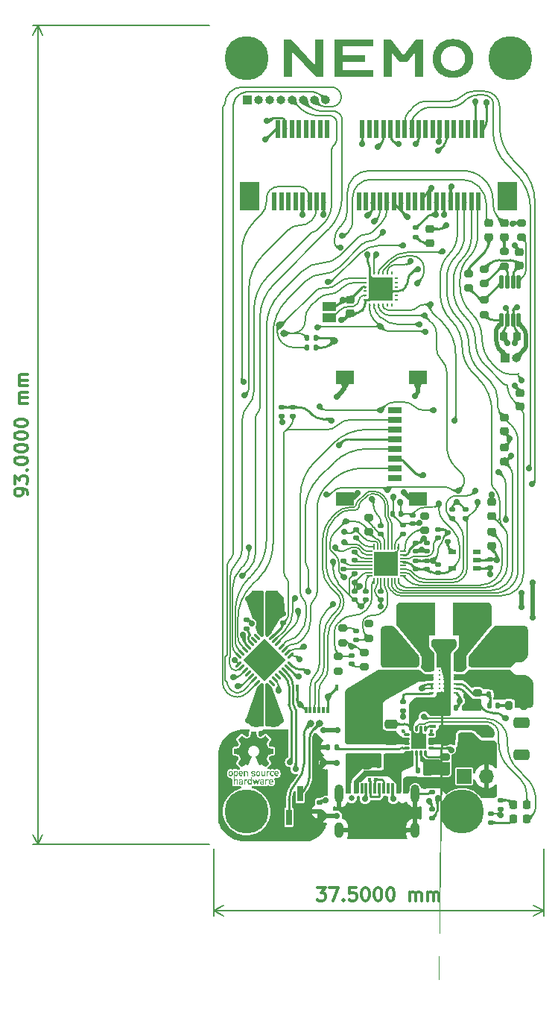
<source format=gbr>
%TF.GenerationSoftware,KiCad,Pcbnew,(6.0.7)*%
%TF.CreationDate,2022-10-07T06:43:14-07:00*%
%TF.ProjectId,phone-rounded,70686f6e-652d-4726-9f75-6e6465642e6b,rev?*%
%TF.SameCoordinates,Original*%
%TF.FileFunction,Copper,L1,Top*%
%TF.FilePolarity,Positive*%
%FSLAX46Y46*%
G04 Gerber Fmt 4.6, Leading zero omitted, Abs format (unit mm)*
G04 Created by KiCad (PCBNEW (6.0.7)) date 2022-10-07 06:43:14*
%MOMM*%
%LPD*%
G01*
G04 APERTURE LIST*
G04 Aperture macros list*
%AMRoundRect*
0 Rectangle with rounded corners*
0 $1 Rounding radius*
0 $2 $3 $4 $5 $6 $7 $8 $9 X,Y pos of 4 corners*
0 Add a 4 corners polygon primitive as box body*
4,1,4,$2,$3,$4,$5,$6,$7,$8,$9,$2,$3,0*
0 Add four circle primitives for the rounded corners*
1,1,$1+$1,$2,$3*
1,1,$1+$1,$4,$5*
1,1,$1+$1,$6,$7*
1,1,$1+$1,$8,$9*
0 Add four rect primitives between the rounded corners*
20,1,$1+$1,$2,$3,$4,$5,0*
20,1,$1+$1,$4,$5,$6,$7,0*
20,1,$1+$1,$6,$7,$8,$9,0*
20,1,$1+$1,$8,$9,$2,$3,0*%
%AMRotRect*
0 Rectangle, with rotation*
0 The origin of the aperture is its center*
0 $1 length*
0 $2 width*
0 $3 Rotation angle, in degrees counterclockwise*
0 Add horizontal line*
21,1,$1,$2,0,0,$3*%
%AMFreePoly0*
4,1,61,-0.586464,2.203536,-0.585000,2.200000,-0.585000,1.430000,-0.335000,1.430000,-0.335000,2.200000,-0.333536,2.203536,-0.330000,2.205000,-0.130000,2.205000,-0.126464,2.203536,-0.125000,2.200000,-0.125000,1.430000,0.125000,1.430000,0.125000,2.200000,0.126464,2.203536,0.130000,2.205000,0.330000,2.205000,0.333536,2.203536,0.335000,2.200000,0.335000,1.430000,0.585000,1.430000,
0.585000,2.200000,0.586464,2.203536,0.590000,2.205000,0.790000,2.205000,0.793536,2.203536,0.795000,2.200000,0.795000,-2.200000,0.793536,-2.203536,0.790000,-2.205000,0.590000,-2.205000,0.586464,-2.203536,0.585000,-2.200000,0.585000,-1.430000,0.335000,-1.430000,0.335000,-2.200000,0.333536,-2.203536,0.330000,-2.205000,0.130000,-2.205000,0.126464,-2.203536,0.125000,-2.200000,
0.125000,-1.430000,-0.125000,-1.430000,-0.125000,-2.200000,-0.126464,-2.203536,-0.130000,-2.205000,-0.330000,-2.205000,-0.333536,-2.203536,-0.335000,-2.200000,-0.335000,-1.430000,-0.585000,-1.430000,-0.585000,-2.200000,-0.586464,-2.203536,-0.590000,-2.205000,-0.790000,-2.205000,-0.793536,-2.203536,-0.795000,-2.200000,-0.795000,2.200000,-0.793536,2.203536,-0.790000,2.205000,-0.590000,2.205000,
-0.586464,2.203536,-0.586464,2.203536,$1*%
G04 Aperture macros list end*
%ADD10C,0.300000*%
%TA.AperFunction,NonConductor*%
%ADD11C,0.300000*%
%TD*%
%TA.AperFunction,NonConductor*%
%ADD12C,0.200000*%
%TD*%
%TA.AperFunction,SMDPad,CuDef*%
%ADD13C,0.500000*%
%TD*%
%TA.AperFunction,SMDPad,CuDef*%
%ADD14R,0.946899X0.558800*%
%TD*%
%TA.AperFunction,SMDPad,CuDef*%
%ADD15RoundRect,0.250000X-0.250000X-0.475000X0.250000X-0.475000X0.250000X0.475000X-0.250000X0.475000X0*%
%TD*%
%TA.AperFunction,SMDPad,CuDef*%
%ADD16RoundRect,0.140000X0.140000X0.170000X-0.140000X0.170000X-0.140000X-0.170000X0.140000X-0.170000X0*%
%TD*%
%TA.AperFunction,SMDPad,CuDef*%
%ADD17RoundRect,0.200000X0.275000X-0.200000X0.275000X0.200000X-0.275000X0.200000X-0.275000X-0.200000X0*%
%TD*%
%TA.AperFunction,SMDPad,CuDef*%
%ADD18RoundRect,0.135000X-0.135000X-0.185000X0.135000X-0.185000X0.135000X0.185000X-0.135000X0.185000X0*%
%TD*%
%TA.AperFunction,SMDPad,CuDef*%
%ADD19RoundRect,0.140000X0.170000X-0.140000X0.170000X0.140000X-0.170000X0.140000X-0.170000X-0.140000X0*%
%TD*%
%TA.AperFunction,SMDPad,CuDef*%
%ADD20RoundRect,0.225000X0.250000X-0.225000X0.250000X0.225000X-0.250000X0.225000X-0.250000X-0.225000X0*%
%TD*%
%TA.AperFunction,SMDPad,CuDef*%
%ADD21RoundRect,0.140000X-0.170000X0.140000X-0.170000X-0.140000X0.170000X-0.140000X0.170000X0.140000X0*%
%TD*%
%TA.AperFunction,ComponentPad*%
%ADD22R,1.000000X1.000000*%
%TD*%
%TA.AperFunction,ComponentPad*%
%ADD23O,1.000000X1.000000*%
%TD*%
%TA.AperFunction,SMDPad,CuDef*%
%ADD24RoundRect,0.135000X-0.185000X0.135000X-0.185000X-0.135000X0.185000X-0.135000X0.185000X0.135000X0*%
%TD*%
%TA.AperFunction,SMDPad,CuDef*%
%ADD25RoundRect,0.135000X0.135000X0.185000X-0.135000X0.185000X-0.135000X-0.185000X0.135000X-0.185000X0*%
%TD*%
%TA.AperFunction,SMDPad,CuDef*%
%ADD26RoundRect,0.135000X0.185000X-0.135000X0.185000X0.135000X-0.185000X0.135000X-0.185000X-0.135000X0*%
%TD*%
%TA.AperFunction,SMDPad,CuDef*%
%ADD27R,0.300000X0.800000*%
%TD*%
%TA.AperFunction,SMDPad,CuDef*%
%ADD28R,0.400000X0.800000*%
%TD*%
%TA.AperFunction,SMDPad,CuDef*%
%ADD29RoundRect,0.200000X-0.275000X0.200000X-0.275000X-0.200000X0.275000X-0.200000X0.275000X0.200000X0*%
%TD*%
%TA.AperFunction,SMDPad,CuDef*%
%ADD30RoundRect,0.225000X-0.250000X0.225000X-0.250000X-0.225000X0.250000X-0.225000X0.250000X0.225000X0*%
%TD*%
%TA.AperFunction,SMDPad,CuDef*%
%ADD31RoundRect,0.250000X0.475000X-0.250000X0.475000X0.250000X-0.475000X0.250000X-0.475000X-0.250000X0*%
%TD*%
%TA.AperFunction,SMDPad,CuDef*%
%ADD32RoundRect,0.250000X0.325000X0.650000X-0.325000X0.650000X-0.325000X-0.650000X0.325000X-0.650000X0*%
%TD*%
%TA.AperFunction,ComponentPad*%
%ADD33C,0.300000*%
%TD*%
%TA.AperFunction,SMDPad,CuDef*%
%ADD34FreePoly0,180.000000*%
%TD*%
%TA.AperFunction,SMDPad,CuDef*%
%ADD35O,0.600000X0.240000*%
%TD*%
%TA.AperFunction,SMDPad,CuDef*%
%ADD36RoundRect,0.200000X-0.200000X-0.275000X0.200000X-0.275000X0.200000X0.275000X-0.200000X0.275000X0*%
%TD*%
%TA.AperFunction,SMDPad,CuDef*%
%ADD37RoundRect,0.140000X-0.140000X-0.170000X0.140000X-0.170000X0.140000X0.170000X-0.140000X0.170000X0*%
%TD*%
%TA.AperFunction,SMDPad,CuDef*%
%ADD38RoundRect,0.218750X0.218750X0.256250X-0.218750X0.256250X-0.218750X-0.256250X0.218750X-0.256250X0*%
%TD*%
%TA.AperFunction,SMDPad,CuDef*%
%ADD39RoundRect,0.250000X0.650000X-0.350000X0.650000X0.350000X-0.650000X0.350000X-0.650000X-0.350000X0*%
%TD*%
%TA.AperFunction,SMDPad,CuDef*%
%ADD40RoundRect,0.150000X0.625000X-0.150000X0.625000X0.150000X-0.625000X0.150000X-0.625000X-0.150000X0*%
%TD*%
%TA.AperFunction,ComponentPad*%
%ADD41R,1.700000X1.700000*%
%TD*%
%TA.AperFunction,ComponentPad*%
%ADD42O,1.700000X1.700000*%
%TD*%
%TA.AperFunction,SMDPad,CuDef*%
%ADD43R,1.500000X1.000000*%
%TD*%
%TA.AperFunction,SMDPad,CuDef*%
%ADD44RotRect,3.450000X3.450000X315.000000*%
%TD*%
%TA.AperFunction,SMDPad,CuDef*%
%ADD45RoundRect,0.062500X-0.309359X-0.220971X-0.220971X-0.309359X0.309359X0.220971X0.220971X0.309359X0*%
%TD*%
%TA.AperFunction,SMDPad,CuDef*%
%ADD46RoundRect,0.062500X-0.309359X0.220971X0.220971X-0.309359X0.309359X-0.220971X-0.220971X0.309359X0*%
%TD*%
%TA.AperFunction,SMDPad,CuDef*%
%ADD47R,0.250000X0.400000*%
%TD*%
%TA.AperFunction,SMDPad,CuDef*%
%ADD48R,0.400000X0.250000*%
%TD*%
%TA.AperFunction,SMDPad,CuDef*%
%ADD49R,0.675000X0.675000*%
%TD*%
%TA.AperFunction,SMDPad,CuDef*%
%ADD50R,0.153200X0.706399*%
%TD*%
%TA.AperFunction,SMDPad,CuDef*%
%ADD51R,0.706399X0.153200*%
%TD*%
%TA.AperFunction,SMDPad,CuDef*%
%ADD52R,2.692400X2.692400*%
%TD*%
%TA.AperFunction,SMDPad,CuDef*%
%ADD53R,1.680000X1.680000*%
%TD*%
%TA.AperFunction,ComponentPad*%
%ADD54C,0.400000*%
%TD*%
%TA.AperFunction,SMDPad,CuDef*%
%ADD55RoundRect,0.016800X0.103200X0.283200X-0.103200X0.283200X-0.103200X-0.283200X0.103200X-0.283200X0*%
%TD*%
%TA.AperFunction,SMDPad,CuDef*%
%ADD56RoundRect,0.007200X0.292800X0.112800X-0.292800X0.112800X-0.292800X-0.112800X0.292800X-0.112800X0*%
%TD*%
%TA.AperFunction,ComponentPad*%
%ADD57O,1.000000X2.100000*%
%TD*%
%TA.AperFunction,ComponentPad*%
%ADD58O,1.000000X1.800000*%
%TD*%
%TA.AperFunction,SMDPad,CuDef*%
%ADD59R,0.600000X1.160000*%
%TD*%
%TA.AperFunction,SMDPad,CuDef*%
%ADD60R,0.300000X1.160000*%
%TD*%
%TA.AperFunction,WasherPad*%
%ADD61C,0.650000*%
%TD*%
%TA.AperFunction,SMDPad,CuDef*%
%ADD62R,0.650000X1.800000*%
%TD*%
%TA.AperFunction,SMDPad,CuDef*%
%ADD63R,1.100000X3.700000*%
%TD*%
%TA.AperFunction,SMDPad,CuDef*%
%ADD64RoundRect,0.028800X-0.211200X0.706200X-0.211200X-0.706200X0.211200X-0.706200X0.211200X0.706200X0*%
%TD*%
%TA.AperFunction,SMDPad,CuDef*%
%ADD65R,0.600000X2.000000*%
%TD*%
%TA.AperFunction,SMDPad,CuDef*%
%ADD66R,2.300000X3.200000*%
%TD*%
%TA.AperFunction,SMDPad,CuDef*%
%ADD67RoundRect,0.218750X-0.256250X0.218750X-0.256250X-0.218750X0.256250X-0.218750X0.256250X0.218750X0*%
%TD*%
%TA.AperFunction,SMDPad,CuDef*%
%ADD68R,1.500000X0.800000*%
%TD*%
%TA.AperFunction,SMDPad,CuDef*%
%ADD69R,2.050000X1.500000*%
%TD*%
%TA.AperFunction,SMDPad,CuDef*%
%ADD70RoundRect,0.225000X-0.225000X-0.250000X0.225000X-0.250000X0.225000X0.250000X-0.225000X0.250000X0*%
%TD*%
%TA.AperFunction,ViaPad*%
%ADD71C,0.700000*%
%TD*%
%TA.AperFunction,ViaPad*%
%ADD72C,5.000000*%
%TD*%
%TA.AperFunction,ViaPad*%
%ADD73C,0.450000*%
%TD*%
%TA.AperFunction,ViaPad*%
%ADD74C,0.800000*%
%TD*%
%TA.AperFunction,Conductor*%
%ADD75C,0.500000*%
%TD*%
%TA.AperFunction,Conductor*%
%ADD76C,0.150000*%
%TD*%
%TA.AperFunction,Conductor*%
%ADD77C,0.250000*%
%TD*%
%TA.AperFunction,Conductor*%
%ADD78C,0.200000*%
%TD*%
%TA.AperFunction,Conductor*%
%ADD79C,0.261112*%
%TD*%
G04 APERTURE END LIST*
D10*
D11*
X85878571Y-110785714D02*
X85878571Y-110500000D01*
X85807142Y-110357142D01*
X85735714Y-110285714D01*
X85521428Y-110142857D01*
X85235714Y-110071428D01*
X84664285Y-110071428D01*
X84521428Y-110142857D01*
X84450000Y-110214285D01*
X84378571Y-110357142D01*
X84378571Y-110642857D01*
X84450000Y-110785714D01*
X84521428Y-110857142D01*
X84664285Y-110928571D01*
X85021428Y-110928571D01*
X85164285Y-110857142D01*
X85235714Y-110785714D01*
X85307142Y-110642857D01*
X85307142Y-110357142D01*
X85235714Y-110214285D01*
X85164285Y-110142857D01*
X85021428Y-110071428D01*
X84378571Y-109571428D02*
X84378571Y-108642857D01*
X84950000Y-109142857D01*
X84950000Y-108928571D01*
X85021428Y-108785714D01*
X85092857Y-108714285D01*
X85235714Y-108642857D01*
X85592857Y-108642857D01*
X85735714Y-108714285D01*
X85807142Y-108785714D01*
X85878571Y-108928571D01*
X85878571Y-109357142D01*
X85807142Y-109500000D01*
X85735714Y-109571428D01*
X85735714Y-108000000D02*
X85807142Y-107928571D01*
X85878571Y-108000000D01*
X85807142Y-108071428D01*
X85735714Y-108000000D01*
X85878571Y-108000000D01*
X84378571Y-107000000D02*
X84378571Y-106857142D01*
X84450000Y-106714285D01*
X84521428Y-106642857D01*
X84664285Y-106571428D01*
X84950000Y-106500000D01*
X85307142Y-106500000D01*
X85592857Y-106571428D01*
X85735714Y-106642857D01*
X85807142Y-106714285D01*
X85878571Y-106857142D01*
X85878571Y-107000000D01*
X85807142Y-107142857D01*
X85735714Y-107214285D01*
X85592857Y-107285714D01*
X85307142Y-107357142D01*
X84950000Y-107357142D01*
X84664285Y-107285714D01*
X84521428Y-107214285D01*
X84450000Y-107142857D01*
X84378571Y-107000000D01*
X84378571Y-105571428D02*
X84378571Y-105428571D01*
X84450000Y-105285714D01*
X84521428Y-105214285D01*
X84664285Y-105142857D01*
X84950000Y-105071428D01*
X85307142Y-105071428D01*
X85592857Y-105142857D01*
X85735714Y-105214285D01*
X85807142Y-105285714D01*
X85878571Y-105428571D01*
X85878571Y-105571428D01*
X85807142Y-105714285D01*
X85735714Y-105785714D01*
X85592857Y-105857142D01*
X85307142Y-105928571D01*
X84950000Y-105928571D01*
X84664285Y-105857142D01*
X84521428Y-105785714D01*
X84450000Y-105714285D01*
X84378571Y-105571428D01*
X84378571Y-104142857D02*
X84378571Y-104000000D01*
X84450000Y-103857142D01*
X84521428Y-103785714D01*
X84664285Y-103714285D01*
X84950000Y-103642857D01*
X85307142Y-103642857D01*
X85592857Y-103714285D01*
X85735714Y-103785714D01*
X85807142Y-103857142D01*
X85878571Y-104000000D01*
X85878571Y-104142857D01*
X85807142Y-104285714D01*
X85735714Y-104357142D01*
X85592857Y-104428571D01*
X85307142Y-104500000D01*
X84950000Y-104500000D01*
X84664285Y-104428571D01*
X84521428Y-104357142D01*
X84450000Y-104285714D01*
X84378571Y-104142857D01*
X84378571Y-102714285D02*
X84378571Y-102571428D01*
X84450000Y-102428571D01*
X84521428Y-102357142D01*
X84664285Y-102285714D01*
X84950000Y-102214285D01*
X85307142Y-102214285D01*
X85592857Y-102285714D01*
X85735714Y-102357142D01*
X85807142Y-102428571D01*
X85878571Y-102571428D01*
X85878571Y-102714285D01*
X85807142Y-102857142D01*
X85735714Y-102928571D01*
X85592857Y-103000000D01*
X85307142Y-103071428D01*
X84950000Y-103071428D01*
X84664285Y-103000000D01*
X84521428Y-102928571D01*
X84450000Y-102857142D01*
X84378571Y-102714285D01*
X85878571Y-100428571D02*
X84878571Y-100428571D01*
X85021428Y-100428571D02*
X84950000Y-100357142D01*
X84878571Y-100214285D01*
X84878571Y-100000000D01*
X84950000Y-99857142D01*
X85092857Y-99785714D01*
X85878571Y-99785714D01*
X85092857Y-99785714D02*
X84950000Y-99714285D01*
X84878571Y-99571428D01*
X84878571Y-99357142D01*
X84950000Y-99214285D01*
X85092857Y-99142857D01*
X85878571Y-99142857D01*
X85878571Y-98428571D02*
X84878571Y-98428571D01*
X85021428Y-98428571D02*
X84950000Y-98357142D01*
X84878571Y-98214285D01*
X84878571Y-98000000D01*
X84950000Y-97857142D01*
X85092857Y-97785714D01*
X85878571Y-97785714D01*
X85092857Y-97785714D02*
X84950000Y-97714285D01*
X84878571Y-97571428D01*
X84878571Y-97357142D01*
X84950000Y-97214285D01*
X85092857Y-97142857D01*
X85878571Y-97142857D01*
D12*
X106500000Y-150500000D02*
X86413580Y-150500000D01*
X106500000Y-57500000D02*
X86413580Y-57500000D01*
X87000000Y-150500000D02*
X87000000Y-57500000D01*
X87000000Y-150500000D02*
X87000000Y-57500000D01*
X87000000Y-150500000D02*
X87586421Y-149373496D01*
X87000000Y-150500000D02*
X86413579Y-149373496D01*
X87000000Y-57500000D02*
X86413579Y-58626504D01*
X87000000Y-57500000D02*
X87586421Y-58626504D01*
D10*
D11*
X118750000Y-155378571D02*
X119678571Y-155378571D01*
X119178571Y-155950000D01*
X119392857Y-155950000D01*
X119535714Y-156021428D01*
X119607142Y-156092857D01*
X119678571Y-156235714D01*
X119678571Y-156592857D01*
X119607142Y-156735714D01*
X119535714Y-156807142D01*
X119392857Y-156878571D01*
X118964285Y-156878571D01*
X118821428Y-156807142D01*
X118750000Y-156735714D01*
X120178571Y-155378571D02*
X121178571Y-155378571D01*
X120535714Y-156878571D01*
X121750000Y-156735714D02*
X121821428Y-156807142D01*
X121750000Y-156878571D01*
X121678571Y-156807142D01*
X121750000Y-156735714D01*
X121750000Y-156878571D01*
X123178571Y-155378571D02*
X122464285Y-155378571D01*
X122392857Y-156092857D01*
X122464285Y-156021428D01*
X122607142Y-155950000D01*
X122964285Y-155950000D01*
X123107142Y-156021428D01*
X123178571Y-156092857D01*
X123250000Y-156235714D01*
X123250000Y-156592857D01*
X123178571Y-156735714D01*
X123107142Y-156807142D01*
X122964285Y-156878571D01*
X122607142Y-156878571D01*
X122464285Y-156807142D01*
X122392857Y-156735714D01*
X124178571Y-155378571D02*
X124321428Y-155378571D01*
X124464285Y-155450000D01*
X124535714Y-155521428D01*
X124607142Y-155664285D01*
X124678571Y-155950000D01*
X124678571Y-156307142D01*
X124607142Y-156592857D01*
X124535714Y-156735714D01*
X124464285Y-156807142D01*
X124321428Y-156878571D01*
X124178571Y-156878571D01*
X124035714Y-156807142D01*
X123964285Y-156735714D01*
X123892857Y-156592857D01*
X123821428Y-156307142D01*
X123821428Y-155950000D01*
X123892857Y-155664285D01*
X123964285Y-155521428D01*
X124035714Y-155450000D01*
X124178571Y-155378571D01*
X125607142Y-155378571D02*
X125750000Y-155378571D01*
X125892857Y-155450000D01*
X125964285Y-155521428D01*
X126035714Y-155664285D01*
X126107142Y-155950000D01*
X126107142Y-156307142D01*
X126035714Y-156592857D01*
X125964285Y-156735714D01*
X125892857Y-156807142D01*
X125750000Y-156878571D01*
X125607142Y-156878571D01*
X125464285Y-156807142D01*
X125392857Y-156735714D01*
X125321428Y-156592857D01*
X125250000Y-156307142D01*
X125250000Y-155950000D01*
X125321428Y-155664285D01*
X125392857Y-155521428D01*
X125464285Y-155450000D01*
X125607142Y-155378571D01*
X127035714Y-155378571D02*
X127178571Y-155378571D01*
X127321428Y-155450000D01*
X127392857Y-155521428D01*
X127464285Y-155664285D01*
X127535714Y-155950000D01*
X127535714Y-156307142D01*
X127464285Y-156592857D01*
X127392857Y-156735714D01*
X127321428Y-156807142D01*
X127178571Y-156878571D01*
X127035714Y-156878571D01*
X126892857Y-156807142D01*
X126821428Y-156735714D01*
X126750000Y-156592857D01*
X126678571Y-156307142D01*
X126678571Y-155950000D01*
X126750000Y-155664285D01*
X126821428Y-155521428D01*
X126892857Y-155450000D01*
X127035714Y-155378571D01*
X129321428Y-156878571D02*
X129321428Y-155878571D01*
X129321428Y-156021428D02*
X129392857Y-155950000D01*
X129535714Y-155878571D01*
X129750000Y-155878571D01*
X129892857Y-155950000D01*
X129964285Y-156092857D01*
X129964285Y-156878571D01*
X129964285Y-156092857D02*
X130035714Y-155950000D01*
X130178571Y-155878571D01*
X130392857Y-155878571D01*
X130535714Y-155950000D01*
X130607142Y-156092857D01*
X130607142Y-156878571D01*
X131321428Y-156878571D02*
X131321428Y-155878571D01*
X131321428Y-156021428D02*
X131392857Y-155950000D01*
X131535714Y-155878571D01*
X131750000Y-155878571D01*
X131892857Y-155950000D01*
X131964285Y-156092857D01*
X131964285Y-156878571D01*
X131964285Y-156092857D02*
X132035714Y-155950000D01*
X132178571Y-155878571D01*
X132392857Y-155878571D01*
X132535714Y-155950000D01*
X132607142Y-156092857D01*
X132607142Y-156878571D01*
D12*
X107000000Y-151000000D02*
X107000000Y-158586420D01*
X144500000Y-151000000D02*
X144500000Y-158586420D01*
X107000000Y-158000000D02*
X144500000Y-158000000D01*
X107000000Y-158000000D02*
X144500000Y-158000000D01*
X107000000Y-158000000D02*
X108126504Y-158586421D01*
X107000000Y-158000000D02*
X108126504Y-157413579D01*
X144500000Y-158000000D02*
X143373496Y-157413579D01*
X144500000Y-158000000D02*
X143373496Y-158586421D01*
%TO.C,REF\u002A\u002A*%
G36*
X125130360Y-59903752D02*
G01*
X121662335Y-59903752D01*
X121662335Y-60871663D01*
X124241124Y-60871663D01*
X124241124Y-61629163D01*
X121662335Y-61629163D01*
X121662335Y-62597089D01*
X125130360Y-62597089D01*
X125130360Y-63354589D01*
X120773098Y-63354589D01*
X120773098Y-59146245D01*
X125130360Y-59146245D01*
X125130360Y-59903752D01*
G37*
G36*
X118550000Y-62050000D02*
G01*
X118550000Y-59146245D01*
X119439236Y-59146245D01*
X119439236Y-63354589D01*
X118638928Y-63354589D01*
X115882298Y-60450833D01*
X115882298Y-63354589D01*
X114993054Y-63354589D01*
X114993054Y-59146245D01*
X115793370Y-59146245D01*
X118550000Y-62050000D01*
G37*
G36*
X131899865Y-61017786D02*
G01*
X131913832Y-60904700D01*
X131933189Y-60793910D01*
X131957822Y-60685524D01*
X131987616Y-60579650D01*
X132022458Y-60476396D01*
X132062233Y-60375870D01*
X132106827Y-60278179D01*
X132156128Y-60183432D01*
X132210020Y-60091737D01*
X132268389Y-60003201D01*
X132331123Y-59917932D01*
X132398106Y-59836039D01*
X132469225Y-59757628D01*
X132544365Y-59682808D01*
X132623414Y-59611687D01*
X132706256Y-59544372D01*
X132792778Y-59480973D01*
X132882866Y-59421595D01*
X132976406Y-59366348D01*
X133073284Y-59315338D01*
X133173386Y-59268675D01*
X133276597Y-59226466D01*
X133382805Y-59188818D01*
X133491895Y-59155841D01*
X133603753Y-59127640D01*
X133718264Y-59104325D01*
X133835316Y-59086004D01*
X133954795Y-59072783D01*
X134076585Y-59064772D01*
X134200573Y-59062078D01*
X134324561Y-59064772D01*
X134446351Y-59072783D01*
X134565829Y-59086004D01*
X134682880Y-59104325D01*
X134797392Y-59127640D01*
X134909249Y-59155841D01*
X135018339Y-59188818D01*
X135124546Y-59226466D01*
X135227758Y-59268675D01*
X135327860Y-59315338D01*
X135424737Y-59366348D01*
X135518277Y-59421595D01*
X135608365Y-59480973D01*
X135694888Y-59544372D01*
X135777730Y-59611687D01*
X135856779Y-59682808D01*
X135931919Y-59757628D01*
X136003038Y-59836039D01*
X136070022Y-59917932D01*
X136132755Y-60003201D01*
X136191125Y-60091737D01*
X136245018Y-60183432D01*
X136294318Y-60278179D01*
X136338913Y-60375870D01*
X136378688Y-60476396D01*
X136413530Y-60579650D01*
X136443324Y-60685524D01*
X136467957Y-60793910D01*
X136487314Y-60904700D01*
X136501282Y-61017786D01*
X136509746Y-61133061D01*
X136512593Y-61250417D01*
X136509746Y-61367772D01*
X136501282Y-61483046D01*
X136487314Y-61596132D01*
X136467957Y-61706921D01*
X136443324Y-61815307D01*
X136413530Y-61921180D01*
X136378688Y-62024434D01*
X136338912Y-62124960D01*
X136294317Y-62222650D01*
X136245016Y-62317396D01*
X136191124Y-62409091D01*
X136132753Y-62497627D01*
X136070020Y-62582895D01*
X136003036Y-62664789D01*
X135931917Y-62743199D01*
X135856776Y-62818019D01*
X135777727Y-62889140D01*
X135694884Y-62956454D01*
X135608362Y-63019854D01*
X135518274Y-63079232D01*
X135424734Y-63134479D01*
X135327856Y-63185488D01*
X135227755Y-63232151D01*
X135124543Y-63274360D01*
X135018336Y-63312008D01*
X134909246Y-63344986D01*
X134797389Y-63373186D01*
X134682878Y-63396501D01*
X134565827Y-63414822D01*
X134446350Y-63428043D01*
X134324561Y-63436054D01*
X134200573Y-63438749D01*
X134076585Y-63436054D01*
X133954795Y-63428043D01*
X133835316Y-63414822D01*
X133718264Y-63396501D01*
X133603753Y-63373186D01*
X133491895Y-63344986D01*
X133382805Y-63312008D01*
X133276597Y-63274360D01*
X133173386Y-63232151D01*
X133073284Y-63185488D01*
X132976406Y-63134479D01*
X132882866Y-63079232D01*
X132792778Y-63019854D01*
X132706256Y-62956454D01*
X132623414Y-62889140D01*
X132544365Y-62818019D01*
X132469225Y-62743199D01*
X132398106Y-62664789D01*
X132331123Y-62582895D01*
X132268389Y-62497627D01*
X132210020Y-62409091D01*
X132156128Y-62317396D01*
X132106827Y-62222650D01*
X132062233Y-62124960D01*
X132022458Y-62024434D01*
X131987616Y-61921180D01*
X131957822Y-61815307D01*
X131933189Y-61706921D01*
X131913832Y-61596132D01*
X131899865Y-61483046D01*
X131891401Y-61367772D01*
X131888554Y-61250417D01*
X132822247Y-61250417D01*
X132823930Y-61324750D01*
X132828934Y-61397780D01*
X132837194Y-61469440D01*
X132848646Y-61539658D01*
X132863224Y-61608365D01*
X132880864Y-61675493D01*
X132901499Y-61740972D01*
X132925065Y-61804733D01*
X132951497Y-61866706D01*
X132980729Y-61926822D01*
X133012697Y-61985011D01*
X133047335Y-62041205D01*
X133084578Y-62095333D01*
X133124362Y-62147328D01*
X133166620Y-62197118D01*
X133211288Y-62244635D01*
X133258301Y-62289809D01*
X133307593Y-62332572D01*
X133359100Y-62372853D01*
X133412756Y-62410584D01*
X133468496Y-62445695D01*
X133526255Y-62478117D01*
X133585968Y-62507780D01*
X133647570Y-62534615D01*
X133710996Y-62558552D01*
X133776180Y-62579523D01*
X133843057Y-62597458D01*
X133911563Y-62612288D01*
X133981632Y-62623943D01*
X134053199Y-62632353D01*
X134126198Y-62637451D01*
X134200566Y-62639165D01*
X134274933Y-62637451D01*
X134347932Y-62632353D01*
X134419498Y-62623943D01*
X134489566Y-62612288D01*
X134558071Y-62597458D01*
X134624948Y-62579523D01*
X134690132Y-62558552D01*
X134753557Y-62534615D01*
X134815158Y-62507780D01*
X134874871Y-62478117D01*
X134932630Y-62445695D01*
X134988370Y-62410584D01*
X135042026Y-62372853D01*
X135093532Y-62332572D01*
X135142824Y-62289809D01*
X135189837Y-62244635D01*
X135234505Y-62197118D01*
X135276763Y-62147328D01*
X135316546Y-62095333D01*
X135353789Y-62041205D01*
X135388427Y-61985011D01*
X135420395Y-61926822D01*
X135449627Y-61866706D01*
X135476059Y-61804733D01*
X135499625Y-61740972D01*
X135520260Y-61675493D01*
X135537900Y-61608365D01*
X135552478Y-61539658D01*
X135563930Y-61469440D01*
X135572190Y-61397780D01*
X135577194Y-61324750D01*
X135578877Y-61250417D01*
X135577194Y-61176084D01*
X135572190Y-61103053D01*
X135563930Y-61031394D01*
X135552478Y-60961176D01*
X135537900Y-60892468D01*
X135520260Y-60825340D01*
X135499625Y-60759861D01*
X135476059Y-60696101D01*
X135449627Y-60634128D01*
X135420395Y-60574012D01*
X135388427Y-60515823D01*
X135353789Y-60459629D01*
X135316546Y-60405500D01*
X135276763Y-60353506D01*
X135234505Y-60303716D01*
X135189837Y-60256199D01*
X135142824Y-60211025D01*
X135093532Y-60168262D01*
X135042026Y-60127980D01*
X134988370Y-60090250D01*
X134932630Y-60055139D01*
X134874871Y-60022717D01*
X134815158Y-59993054D01*
X134753557Y-59966219D01*
X134690132Y-59942282D01*
X134624948Y-59921311D01*
X134558071Y-59903376D01*
X134489566Y-59888546D01*
X134419498Y-59876891D01*
X134347932Y-59868481D01*
X134274933Y-59863383D01*
X134200566Y-59861669D01*
X134126198Y-59863383D01*
X134053199Y-59868481D01*
X133981632Y-59876891D01*
X133911563Y-59888546D01*
X133843057Y-59903376D01*
X133776180Y-59921311D01*
X133710996Y-59942282D01*
X133647570Y-59966219D01*
X133585968Y-59993054D01*
X133526255Y-60022717D01*
X133468496Y-60055139D01*
X133412756Y-60090250D01*
X133359100Y-60127980D01*
X133307593Y-60168262D01*
X133258301Y-60211025D01*
X133211288Y-60256199D01*
X133166620Y-60303716D01*
X133124362Y-60353506D01*
X133084578Y-60405500D01*
X133047335Y-60459629D01*
X133012697Y-60515823D01*
X132980729Y-60574012D01*
X132951497Y-60634128D01*
X132925065Y-60696101D01*
X132901499Y-60759861D01*
X132880864Y-60825340D01*
X132863224Y-60892468D01*
X132848646Y-60961176D01*
X132837194Y-61031394D01*
X132828934Y-61103053D01*
X132823930Y-61176084D01*
X132822247Y-61250417D01*
X131888554Y-61250417D01*
X131891401Y-61133061D01*
X131899865Y-61017786D01*
G37*
G36*
X128518368Y-60913755D02*
G01*
X128589505Y-60913755D01*
X129976712Y-59146245D01*
X130777020Y-59146245D01*
X130777020Y-63354589D01*
X129887784Y-63354589D01*
X129887784Y-60408750D01*
X129869999Y-60408750D01*
X129853605Y-60453989D01*
X129833423Y-60504620D01*
X129805531Y-60568666D01*
X129770136Y-60642179D01*
X129749689Y-60681254D01*
X129727445Y-60721216D01*
X129703430Y-60761573D01*
X129677669Y-60801831D01*
X129650188Y-60841497D01*
X129621014Y-60880078D01*
X128998539Y-61671247D01*
X128109303Y-61671247D01*
X127486836Y-60880078D01*
X127457662Y-60841497D01*
X127430181Y-60801831D01*
X127404420Y-60761573D01*
X127380405Y-60721216D01*
X127358161Y-60681254D01*
X127337714Y-60642179D01*
X127319092Y-60604486D01*
X127302319Y-60568666D01*
X127287422Y-60535213D01*
X127274427Y-60504620D01*
X127254245Y-60453989D01*
X127237851Y-60408750D01*
X127220067Y-60408750D01*
X127220067Y-63354589D01*
X126330822Y-63354589D01*
X126330822Y-59146245D01*
X127131161Y-59146245D01*
X128518368Y-60913755D01*
G37*
G36*
X109412828Y-142154149D02*
G01*
X109412828Y-142216227D01*
X109420062Y-142208693D01*
X109427691Y-142201483D01*
X109435696Y-142194619D01*
X109444060Y-142188125D01*
X109452768Y-142182023D01*
X109461801Y-142176334D01*
X109471142Y-142171081D01*
X109480775Y-142166286D01*
X109490683Y-142161972D01*
X109500848Y-142158161D01*
X109511253Y-142154875D01*
X109521881Y-142152137D01*
X109532716Y-142149968D01*
X109543740Y-142148391D01*
X109554936Y-142147429D01*
X109566287Y-142147103D01*
X109579666Y-142147482D01*
X109592582Y-142148600D01*
X109605036Y-142150424D01*
X109617029Y-142152925D01*
X109628564Y-142156071D01*
X109639641Y-142159831D01*
X109650262Y-142164175D01*
X109660429Y-142169072D01*
X109670143Y-142174490D01*
X109679407Y-142180399D01*
X109688220Y-142186768D01*
X109696586Y-142193566D01*
X109704505Y-142200762D01*
X109711980Y-142208325D01*
X109719011Y-142216224D01*
X109725600Y-142224429D01*
X109731475Y-142232321D01*
X109736821Y-142240293D01*
X109741660Y-142248509D01*
X109746011Y-142257131D01*
X109748010Y-142261645D01*
X109749896Y-142266323D01*
X109751670Y-142271183D01*
X109753335Y-142276247D01*
X109754894Y-142281535D01*
X109756349Y-142287067D01*
X109758958Y-142298946D01*
X109761183Y-142312047D01*
X109763044Y-142326533D01*
X109764563Y-142342567D01*
X109765759Y-142360313D01*
X109766654Y-142379933D01*
X109767268Y-142401591D01*
X109767621Y-142425450D01*
X109767734Y-142451672D01*
X109767267Y-142501352D01*
X109765759Y-142542332D01*
X109764563Y-142559963D01*
X109763044Y-142575903D01*
X109761182Y-142590312D01*
X109758957Y-142603351D01*
X109756348Y-142615182D01*
X109753334Y-142625966D01*
X109749895Y-142635863D01*
X109746010Y-142645035D01*
X109741659Y-142653643D01*
X109736820Y-142661848D01*
X109731474Y-142669810D01*
X109725600Y-142677691D01*
X109719011Y-142685896D01*
X109711980Y-142693796D01*
X109704506Y-142701359D01*
X109696587Y-142708555D01*
X109688221Y-142715353D01*
X109679408Y-142721722D01*
X109670144Y-142727631D01*
X109660430Y-142733050D01*
X109650263Y-142737946D01*
X109645009Y-142740189D01*
X109639641Y-142742290D01*
X109634160Y-142744245D01*
X109628564Y-142746051D01*
X109622854Y-142747703D01*
X109617030Y-142749197D01*
X109611090Y-142750530D01*
X109605036Y-142751698D01*
X109598867Y-142752696D01*
X109592582Y-142753522D01*
X109586182Y-142754171D01*
X109579666Y-142754639D01*
X109573035Y-142754923D01*
X109566287Y-142755019D01*
X109555013Y-142754693D01*
X109544028Y-142753728D01*
X109533318Y-142752146D01*
X109522868Y-142749967D01*
X109512666Y-142747212D01*
X109502698Y-142743900D01*
X109492949Y-142740053D01*
X109483406Y-142735692D01*
X109474056Y-142730836D01*
X109464883Y-142725506D01*
X109455876Y-142719724D01*
X109447019Y-142713509D01*
X109438300Y-142706883D01*
X109429704Y-142699865D01*
X109421218Y-142692477D01*
X109412828Y-142684739D01*
X109412404Y-143155366D01*
X109420034Y-143146859D01*
X109427986Y-143138900D01*
X109436254Y-143131490D01*
X109444831Y-143124627D01*
X109453710Y-143118314D01*
X109462884Y-143112548D01*
X109472346Y-143107332D01*
X109482089Y-143102664D01*
X109492107Y-143098545D01*
X109502392Y-143094974D01*
X109512938Y-143091953D01*
X109523737Y-143089481D01*
X109534784Y-143087558D01*
X109546070Y-143086185D01*
X109557589Y-143085360D01*
X109569335Y-143085085D01*
X109578044Y-143085295D01*
X109586808Y-143085921D01*
X109595603Y-143086962D01*
X109604409Y-143088418D01*
X109613203Y-143090286D01*
X109621965Y-143092566D01*
X109630672Y-143095255D01*
X109639302Y-143098352D01*
X109647835Y-143101855D01*
X109656249Y-143105764D01*
X109664521Y-143110076D01*
X109672630Y-143114790D01*
X109680555Y-143119905D01*
X109688274Y-143125419D01*
X109695765Y-143131330D01*
X109703007Y-143137638D01*
X109709977Y-143144340D01*
X109716655Y-143151435D01*
X109723018Y-143158921D01*
X109729046Y-143166798D01*
X109734715Y-143175063D01*
X109740005Y-143183716D01*
X109744894Y-143192753D01*
X109749361Y-143202175D01*
X109753383Y-143211980D01*
X109756939Y-143222165D01*
X109760007Y-143232730D01*
X109762566Y-143243673D01*
X109764594Y-143254993D01*
X109766070Y-143266687D01*
X109766971Y-143278755D01*
X109767276Y-143291195D01*
X109767276Y-143685954D01*
X109647817Y-143685954D01*
X109647817Y-143332240D01*
X109647670Y-143324759D01*
X109647235Y-143317479D01*
X109646517Y-143310404D01*
X109645522Y-143303535D01*
X109644257Y-143296876D01*
X109642728Y-143290427D01*
X109640941Y-143284192D01*
X109638903Y-143278172D01*
X109636619Y-143272371D01*
X109634096Y-143266790D01*
X109631340Y-143261432D01*
X109628358Y-143256299D01*
X109625155Y-143251394D01*
X109621737Y-143246719D01*
X109618112Y-143242276D01*
X109614285Y-143238067D01*
X109610262Y-143234096D01*
X109606049Y-143230364D01*
X109601654Y-143226873D01*
X109597081Y-143223626D01*
X109592338Y-143220626D01*
X109587431Y-143217874D01*
X109582365Y-143215373D01*
X109577146Y-143213125D01*
X109571782Y-143211133D01*
X109566279Y-143209399D01*
X109560642Y-143207926D01*
X109554878Y-143206715D01*
X109548992Y-143205769D01*
X109542992Y-143205090D01*
X109536884Y-143204681D01*
X109530673Y-143204545D01*
X109524357Y-143204681D01*
X109518150Y-143205090D01*
X109512058Y-143205769D01*
X109506087Y-143206715D01*
X109500244Y-143207926D01*
X109494533Y-143209399D01*
X109488961Y-143211134D01*
X109483535Y-143213126D01*
X109478259Y-143215373D01*
X109473141Y-143217874D01*
X109468185Y-143220626D01*
X109463399Y-143223627D01*
X109458788Y-143226873D01*
X109454357Y-143230364D01*
X109450114Y-143234097D01*
X109446064Y-143238068D01*
X109442213Y-143242277D01*
X109438567Y-143246720D01*
X109435132Y-143251395D01*
X109431913Y-143256300D01*
X109428918Y-143261433D01*
X109426152Y-143266791D01*
X109423621Y-143272372D01*
X109421331Y-143278173D01*
X109419287Y-143284192D01*
X109417497Y-143290428D01*
X109415966Y-143296876D01*
X109414700Y-143303536D01*
X109413704Y-143310405D01*
X109412986Y-143317480D01*
X109412551Y-143324759D01*
X109412404Y-143332240D01*
X109412404Y-143685954D01*
X109292907Y-143685956D01*
X109292907Y-142451642D01*
X109412829Y-142451642D01*
X109413299Y-142484100D01*
X109414104Y-142500373D01*
X109415484Y-142516460D01*
X109417584Y-142532196D01*
X109420552Y-142547419D01*
X109424531Y-142561965D01*
X109426946Y-142568934D01*
X109429669Y-142575673D01*
X109432718Y-142582161D01*
X109436111Y-142588378D01*
X109439867Y-142594303D01*
X109444004Y-142599918D01*
X109448539Y-142605200D01*
X109453492Y-142610129D01*
X109458880Y-142614686D01*
X109464721Y-142618849D01*
X109471035Y-142622600D01*
X109477839Y-142625916D01*
X109485151Y-142628778D01*
X109492990Y-142631165D01*
X109501373Y-142633057D01*
X109510320Y-142634434D01*
X109519848Y-142635275D01*
X109529975Y-142635560D01*
X109540208Y-142635291D01*
X109549834Y-142634498D01*
X109558873Y-142633196D01*
X109567343Y-142631404D01*
X109575262Y-142629137D01*
X109582649Y-142626415D01*
X109589521Y-142623252D01*
X109595898Y-142619668D01*
X109601799Y-142615679D01*
X109607240Y-142611302D01*
X109612242Y-142606554D01*
X109616822Y-142601452D01*
X109620998Y-142596015D01*
X109624790Y-142590258D01*
X109628216Y-142584199D01*
X109631294Y-142577856D01*
X109634042Y-142571245D01*
X109636479Y-142564383D01*
X109638624Y-142557288D01*
X109640494Y-142549977D01*
X109642109Y-142542467D01*
X109643487Y-142534776D01*
X109645605Y-142518916D01*
X109646995Y-142502535D01*
X109647805Y-142485771D01*
X109648183Y-142468761D01*
X109648276Y-142451642D01*
X109647805Y-142417111D01*
X109646995Y-142400187D01*
X109645604Y-142383670D01*
X109643487Y-142367697D01*
X109640494Y-142352402D01*
X109636478Y-142337921D01*
X109634041Y-142331028D01*
X109631293Y-142324390D01*
X109628215Y-142318022D01*
X109624790Y-142311943D01*
X109620998Y-142306169D01*
X109616821Y-142300717D01*
X109612241Y-142295603D01*
X109607240Y-142290846D01*
X109601798Y-142286461D01*
X109595898Y-142282466D01*
X109589520Y-142278878D01*
X109582648Y-142275713D01*
X109575261Y-142272989D01*
X109567343Y-142270722D01*
X109558873Y-142268929D01*
X109549834Y-142267627D01*
X109540208Y-142266834D01*
X109529975Y-142266566D01*
X109519850Y-142266851D01*
X109510324Y-142267692D01*
X109501380Y-142269069D01*
X109492998Y-142270963D01*
X109485160Y-142273352D01*
X109477849Y-142276217D01*
X109471046Y-142279538D01*
X109464733Y-142283294D01*
X109458892Y-142287465D01*
X109453504Y-142292031D01*
X109448552Y-142296973D01*
X109444016Y-142302269D01*
X109439879Y-142307899D01*
X109436123Y-142313844D01*
X109432730Y-142320083D01*
X109429680Y-142326597D01*
X109426956Y-142333364D01*
X109424540Y-142340365D01*
X109422414Y-142347580D01*
X109420559Y-142354988D01*
X109418957Y-142362570D01*
X109417590Y-142370305D01*
X109415488Y-142386153D01*
X109414106Y-142402372D01*
X109413300Y-142418801D01*
X109412923Y-142435278D01*
X109412829Y-142451642D01*
X109292907Y-142451642D01*
X109292907Y-142154149D01*
X109412828Y-142154149D01*
G37*
G36*
X111831093Y-137707033D02*
G01*
X111832352Y-137707126D01*
X111833606Y-137707280D01*
X111834851Y-137707493D01*
X111836086Y-137707764D01*
X111837309Y-137708090D01*
X111838519Y-137708470D01*
X111839713Y-137708904D01*
X111840889Y-137709388D01*
X111842047Y-137709922D01*
X111843183Y-137710504D01*
X111844296Y-137711133D01*
X111845384Y-137711807D01*
X111846445Y-137712524D01*
X111847478Y-137713284D01*
X111848480Y-137714083D01*
X111849450Y-137714922D01*
X111850385Y-137715798D01*
X111851285Y-137716709D01*
X111852146Y-137717655D01*
X111852967Y-137718633D01*
X111853747Y-137719643D01*
X111854483Y-137720682D01*
X111855173Y-137721749D01*
X111855817Y-137722843D01*
X111856410Y-137723961D01*
X111856953Y-137725103D01*
X111857443Y-137726267D01*
X111857878Y-137727451D01*
X111858256Y-137728654D01*
X111858575Y-137729874D01*
X111858834Y-137731110D01*
X111963512Y-138293448D01*
X111963776Y-138294694D01*
X111964098Y-138295944D01*
X111964903Y-138298449D01*
X111965913Y-138300946D01*
X111967114Y-138303419D01*
X111968492Y-138305851D01*
X111970033Y-138308227D01*
X111971723Y-138310529D01*
X111973547Y-138312742D01*
X111975491Y-138314849D01*
X111977543Y-138316834D01*
X111979686Y-138318681D01*
X111981907Y-138320373D01*
X111984193Y-138321893D01*
X111986529Y-138323226D01*
X111987711Y-138323817D01*
X111988901Y-138324355D01*
X111990095Y-138324839D01*
X111991294Y-138325265D01*
X112368194Y-138479548D01*
X112370535Y-138480579D01*
X112373018Y-138481440D01*
X112375621Y-138482132D01*
X112378322Y-138482658D01*
X112381099Y-138483019D01*
X112383930Y-138483216D01*
X112386794Y-138483250D01*
X112389669Y-138483124D01*
X112392532Y-138482838D01*
X112395363Y-138482395D01*
X112398138Y-138481795D01*
X112400837Y-138481041D01*
X112403437Y-138480133D01*
X112405916Y-138479074D01*
X112408253Y-138477864D01*
X112410426Y-138476506D01*
X112880225Y-138154114D01*
X112881284Y-138153425D01*
X112882373Y-138152789D01*
X112883492Y-138152207D01*
X112884637Y-138151678D01*
X112885807Y-138151202D01*
X112886998Y-138150778D01*
X112888208Y-138150408D01*
X112889436Y-138150089D01*
X112890678Y-138149823D01*
X112891932Y-138149609D01*
X112894467Y-138149335D01*
X112897023Y-138149267D01*
X112899579Y-138149401D01*
X112902117Y-138149737D01*
X112904617Y-138150273D01*
X112907062Y-138151007D01*
X112908256Y-138151448D01*
X112909430Y-138151937D01*
X112910580Y-138152476D01*
X112911703Y-138153062D01*
X112912799Y-138153697D01*
X112913863Y-138154380D01*
X112914894Y-138155110D01*
X112915890Y-138155888D01*
X112916847Y-138156713D01*
X112917764Y-138157586D01*
X113313413Y-138553238D01*
X113314285Y-138554156D01*
X113315111Y-138555113D01*
X113315888Y-138556109D01*
X113316618Y-138557141D01*
X113317300Y-138558206D01*
X113317933Y-138559302D01*
X113319055Y-138561578D01*
X113319982Y-138563949D01*
X113320712Y-138566396D01*
X113321244Y-138568899D01*
X113321577Y-138571440D01*
X113321709Y-138573999D01*
X113321639Y-138576557D01*
X113321365Y-138579095D01*
X113320886Y-138581593D01*
X113320200Y-138584033D01*
X113319779Y-138585225D01*
X113319306Y-138586395D01*
X113318780Y-138587540D01*
X113318202Y-138588659D01*
X113317572Y-138589749D01*
X113316888Y-138590808D01*
X113000115Y-139052508D01*
X112998753Y-139054690D01*
X112997544Y-139057031D01*
X112996489Y-139059510D01*
X112995591Y-139062104D01*
X112994849Y-139064793D01*
X112994267Y-139067555D01*
X112993844Y-139070370D01*
X112993583Y-139073215D01*
X112993485Y-139076071D01*
X112993551Y-139078914D01*
X112993782Y-139081725D01*
X112994180Y-139084482D01*
X112994747Y-139087163D01*
X112995482Y-139089748D01*
X112996389Y-139092215D01*
X112997468Y-139094542D01*
X113164123Y-139483348D01*
X113165075Y-139485735D01*
X113166245Y-139488100D01*
X113167617Y-139490429D01*
X113169174Y-139492709D01*
X113170900Y-139494924D01*
X113172779Y-139497060D01*
X113174793Y-139499105D01*
X113176926Y-139501043D01*
X113179163Y-139502860D01*
X113181485Y-139504543D01*
X113183877Y-139506078D01*
X113186322Y-139507450D01*
X113188804Y-139508645D01*
X113191306Y-139509649D01*
X113193811Y-139510448D01*
X113196303Y-139511029D01*
X113739991Y-139612132D01*
X113739991Y-139612130D01*
X113741224Y-139612396D01*
X113742442Y-139612722D01*
X113743642Y-139613106D01*
X113744824Y-139613547D01*
X113745985Y-139614041D01*
X113747125Y-139614588D01*
X113748242Y-139615186D01*
X113749334Y-139615832D01*
X113751436Y-139617264D01*
X113753421Y-139618868D01*
X113755275Y-139620631D01*
X113756985Y-139622538D01*
X113758541Y-139624574D01*
X113759929Y-139626724D01*
X113761136Y-139628973D01*
X113761668Y-139630131D01*
X113762151Y-139631308D01*
X113762582Y-139632502D01*
X113762960Y-139633713D01*
X113763284Y-139634937D01*
X113763552Y-139636173D01*
X113763763Y-139637419D01*
X113763914Y-139638674D01*
X113764005Y-139639936D01*
X113764033Y-139641202D01*
X113763969Y-140200764D01*
X113763937Y-140202028D01*
X113763843Y-140203287D01*
X113763689Y-140204541D01*
X113763475Y-140205787D01*
X113763204Y-140207023D01*
X113762877Y-140208248D01*
X113762496Y-140209459D01*
X113762062Y-140210655D01*
X113761576Y-140211833D01*
X113761041Y-140212993D01*
X113760458Y-140214131D01*
X113759828Y-140215246D01*
X113759153Y-140216336D01*
X113758435Y-140217400D01*
X113757675Y-140218435D01*
X113756874Y-140219439D01*
X113756035Y-140220411D01*
X113755158Y-140221349D01*
X113754246Y-140222250D01*
X113753300Y-140223113D01*
X113752322Y-140223936D01*
X113751312Y-140224717D01*
X113750273Y-140225454D01*
X113749206Y-140226146D01*
X113748113Y-140226790D01*
X113746995Y-140227384D01*
X113745854Y-140227926D01*
X113744692Y-140228416D01*
X113743510Y-140228850D01*
X113742309Y-140229227D01*
X113741091Y-140229545D01*
X113739858Y-140229802D01*
X113209535Y-140328492D01*
X113208286Y-140328748D01*
X113207035Y-140329061D01*
X113205783Y-140329431D01*
X113204533Y-140329855D01*
X113202043Y-140330858D01*
X113199583Y-140332057D01*
X113197167Y-140333436D01*
X113194812Y-140334982D01*
X113192534Y-140336679D01*
X113190347Y-140338513D01*
X113188269Y-140340469D01*
X113186315Y-140342534D01*
X113184501Y-140344691D01*
X113182843Y-140346928D01*
X113181356Y-140349229D01*
X113180056Y-140351579D01*
X113178960Y-140353965D01*
X113178493Y-140355167D01*
X113178083Y-140356372D01*
X113012519Y-140769950D01*
X113011495Y-140772302D01*
X113010641Y-140774793D01*
X113009956Y-140777401D01*
X113009437Y-140780106D01*
X113009085Y-140782884D01*
X113008895Y-140785716D01*
X113008868Y-140788578D01*
X113009001Y-140791450D01*
X113009292Y-140794310D01*
X113009740Y-140797136D01*
X113010344Y-140799907D01*
X113011101Y-140802602D01*
X113012009Y-140805198D01*
X113013068Y-140807675D01*
X113014274Y-140810010D01*
X113015628Y-140812182D01*
X113316890Y-141251164D01*
X113317579Y-141252222D01*
X113318215Y-141253313D01*
X113318797Y-141254432D01*
X113319326Y-141255578D01*
X113319802Y-141256749D01*
X113320225Y-141257942D01*
X113320595Y-141259154D01*
X113320914Y-141260384D01*
X113321180Y-141261628D01*
X113321394Y-141262885D01*
X113321667Y-141265426D01*
X113321736Y-141267987D01*
X113321601Y-141270549D01*
X113321265Y-141273094D01*
X113320729Y-141275600D01*
X113319994Y-141278050D01*
X113319554Y-141279247D01*
X113319064Y-141280423D01*
X113318526Y-141281575D01*
X113317939Y-141282701D01*
X113317304Y-141283798D01*
X113316621Y-141284864D01*
X113315891Y-141285896D01*
X113315113Y-141286892D01*
X113314287Y-141287850D01*
X113313415Y-141288767D01*
X112917697Y-141684420D01*
X112916786Y-141685287D01*
X112915833Y-141686107D01*
X112914842Y-141686880D01*
X112913815Y-141687606D01*
X112912753Y-141688284D01*
X112911661Y-141688915D01*
X112909390Y-141690033D01*
X112907023Y-141690958D01*
X112904579Y-141691688D01*
X112902076Y-141692222D01*
X112899536Y-141692558D01*
X112896976Y-141692693D01*
X112894417Y-141692627D01*
X112891877Y-141692357D01*
X112889377Y-141691882D01*
X112886936Y-141691200D01*
X112885743Y-141690780D01*
X112884573Y-141690309D01*
X112883426Y-141689784D01*
X112882307Y-141689207D01*
X112881217Y-141688577D01*
X112880158Y-141687893D01*
X112448922Y-141391924D01*
X112446754Y-141390574D01*
X112444432Y-141389390D01*
X112441977Y-141388372D01*
X112439411Y-141387522D01*
X112436753Y-141386839D01*
X112434027Y-141386324D01*
X112431251Y-141385978D01*
X112428449Y-141385800D01*
X112425640Y-141385791D01*
X112422846Y-141385952D01*
X112420089Y-141386282D01*
X112417388Y-141386783D01*
X112414766Y-141387455D01*
X112412243Y-141388297D01*
X112409841Y-141389311D01*
X112407580Y-141390496D01*
X112217410Y-141492030D01*
X112216273Y-141492570D01*
X112215127Y-141493046D01*
X112213973Y-141493457D01*
X112212814Y-141493803D01*
X112211651Y-141494087D01*
X112210486Y-141494308D01*
X112209322Y-141494468D01*
X112208160Y-141494566D01*
X112207003Y-141494604D01*
X112205852Y-141494583D01*
X112204710Y-141494503D01*
X112203578Y-141494364D01*
X112202458Y-141494169D01*
X112201352Y-141493916D01*
X112200263Y-141493608D01*
X112199192Y-141493245D01*
X112198141Y-141492827D01*
X112197113Y-141492355D01*
X112196108Y-141491831D01*
X112195130Y-141491254D01*
X112194180Y-141490626D01*
X112193260Y-141489947D01*
X112192373Y-141489217D01*
X112191519Y-141488439D01*
X112190702Y-141487612D01*
X112189922Y-141486737D01*
X112189183Y-141485814D01*
X112188486Y-141484846D01*
X112187832Y-141483831D01*
X112187225Y-141482772D01*
X112186666Y-141481668D01*
X112186156Y-141480521D01*
X111794078Y-140533047D01*
X111793625Y-140531869D01*
X111793231Y-140530672D01*
X111792897Y-140529460D01*
X111792622Y-140528234D01*
X111792404Y-140526997D01*
X111792244Y-140525752D01*
X111792139Y-140524499D01*
X111792091Y-140523243D01*
X111792097Y-140521984D01*
X111792156Y-140520725D01*
X111792270Y-140519469D01*
X111792435Y-140518217D01*
X111792653Y-140516973D01*
X111792921Y-140515737D01*
X111793239Y-140514513D01*
X111793607Y-140513302D01*
X111794024Y-140512108D01*
X111794488Y-140510931D01*
X111794999Y-140509775D01*
X111795557Y-140508642D01*
X111796161Y-140507533D01*
X111796809Y-140506452D01*
X111797501Y-140505400D01*
X111798237Y-140504379D01*
X111799015Y-140503393D01*
X111799835Y-140502443D01*
X111800696Y-140501531D01*
X111801597Y-140500659D01*
X111802538Y-140499831D01*
X111803517Y-140499048D01*
X111804534Y-140498312D01*
X111805589Y-140497626D01*
X111853179Y-140468487D01*
X111856604Y-140466305D01*
X111860261Y-140463815D01*
X111864081Y-140461071D01*
X111867994Y-140458126D01*
X111871933Y-140455037D01*
X111875828Y-140451855D01*
X111879610Y-140448637D01*
X111883210Y-140445435D01*
X111914715Y-140423871D01*
X111944782Y-140400457D01*
X111973330Y-140375276D01*
X112000275Y-140348408D01*
X112025537Y-140319936D01*
X112049032Y-140289941D01*
X112070679Y-140258504D01*
X112090396Y-140225708D01*
X112108101Y-140191633D01*
X112123711Y-140156362D01*
X112137145Y-140119976D01*
X112148320Y-140082556D01*
X112157155Y-140044184D01*
X112163567Y-140004943D01*
X112167475Y-139964912D01*
X112168796Y-139924174D01*
X112167990Y-139892329D01*
X112165601Y-139860901D01*
X112161666Y-139829931D01*
X112156224Y-139799457D01*
X112149314Y-139769517D01*
X112140975Y-139740151D01*
X112131246Y-139711397D01*
X112120166Y-139683295D01*
X112107774Y-139655884D01*
X112094108Y-139629201D01*
X112079208Y-139603286D01*
X112063113Y-139578178D01*
X112045860Y-139553916D01*
X112027490Y-139530539D01*
X112008040Y-139508085D01*
X111987551Y-139486594D01*
X111966060Y-139466104D01*
X111943608Y-139446654D01*
X111920231Y-139428283D01*
X111895970Y-139411030D01*
X111870864Y-139394934D01*
X111844951Y-139380034D01*
X111818269Y-139366368D01*
X111790859Y-139353976D01*
X111762759Y-139342896D01*
X111734007Y-139333167D01*
X111704644Y-139324828D01*
X111674706Y-139317918D01*
X111644234Y-139312476D01*
X111613267Y-139308541D01*
X111581843Y-139306151D01*
X111550000Y-139305346D01*
X111518158Y-139306151D01*
X111486733Y-139308541D01*
X111455765Y-139312476D01*
X111425292Y-139317918D01*
X111395354Y-139324828D01*
X111365989Y-139333167D01*
X111337237Y-139342896D01*
X111309135Y-139353976D01*
X111281724Y-139366368D01*
X111255042Y-139380034D01*
X111229127Y-139394934D01*
X111204019Y-139411030D01*
X111179757Y-139428283D01*
X111156379Y-139446654D01*
X111133925Y-139466104D01*
X111112433Y-139486594D01*
X111091942Y-139508085D01*
X111072491Y-139530539D01*
X111054119Y-139553916D01*
X111036865Y-139578178D01*
X111020768Y-139603286D01*
X111005867Y-139629201D01*
X110992200Y-139655884D01*
X110979807Y-139683295D01*
X110968726Y-139711397D01*
X110958996Y-139740151D01*
X110950656Y-139769517D01*
X110943746Y-139799457D01*
X110938303Y-139829931D01*
X110934368Y-139860901D01*
X110931978Y-139892329D01*
X110931172Y-139924174D01*
X110931504Y-139944626D01*
X110932494Y-139964912D01*
X110934130Y-139985021D01*
X110936402Y-140004943D01*
X110939301Y-140024667D01*
X110942816Y-140044184D01*
X110946936Y-140063484D01*
X110951653Y-140082556D01*
X110956954Y-140101390D01*
X110962830Y-140119976D01*
X110969271Y-140138303D01*
X110976266Y-140156362D01*
X110983805Y-140174142D01*
X110991878Y-140191633D01*
X111009585Y-140225708D01*
X111029303Y-140258504D01*
X111050951Y-140289941D01*
X111074447Y-140319936D01*
X111099707Y-140348408D01*
X111126651Y-140375276D01*
X111155196Y-140400457D01*
X111185259Y-140423871D01*
X111216758Y-140445435D01*
X111220378Y-140448637D01*
X111224173Y-140451857D01*
X111228075Y-140455038D01*
X111232018Y-140458129D01*
X111235934Y-140461073D01*
X111239758Y-140463818D01*
X111243420Y-140466308D01*
X111246856Y-140468489D01*
X111294446Y-140497620D01*
X111295506Y-140498306D01*
X111296529Y-140499042D01*
X111297513Y-140499825D01*
X111298458Y-140500654D01*
X111299363Y-140501525D01*
X111300227Y-140502437D01*
X111301830Y-140504374D01*
X111303262Y-140506446D01*
X111304515Y-140508636D01*
X111305585Y-140510926D01*
X111306465Y-140513297D01*
X111307149Y-140515732D01*
X111307631Y-140518213D01*
X111307906Y-140520720D01*
X111307967Y-140523238D01*
X111307808Y-140525747D01*
X111307645Y-140526992D01*
X111307424Y-140528229D01*
X111307146Y-140529454D01*
X111306808Y-140530666D01*
X111306412Y-140531863D01*
X111305955Y-140533042D01*
X110913842Y-141480479D01*
X110913333Y-141481626D01*
X110912773Y-141482730D01*
X110912165Y-141483790D01*
X110911511Y-141484804D01*
X110910813Y-141485774D01*
X110910073Y-141486697D01*
X110909293Y-141487573D01*
X110908474Y-141488401D01*
X110907620Y-141489181D01*
X110906731Y-141489911D01*
X110905811Y-141490591D01*
X110904860Y-141491220D01*
X110903881Y-141491798D01*
X110902875Y-141492324D01*
X110901846Y-141492796D01*
X110900795Y-141493215D01*
X110899723Y-141493579D01*
X110898633Y-141493888D01*
X110897527Y-141494141D01*
X110896407Y-141494337D01*
X110895275Y-141494476D01*
X110894132Y-141494556D01*
X110892982Y-141494577D01*
X110891825Y-141494539D01*
X110890664Y-141494440D01*
X110889501Y-141494280D01*
X110888338Y-141494057D01*
X110887176Y-141493772D01*
X110886019Y-141493424D01*
X110884867Y-141493011D01*
X110883723Y-141492533D01*
X110882588Y-141491990D01*
X110692420Y-141390456D01*
X110690165Y-141389272D01*
X110687766Y-141388261D01*
X110685246Y-141387421D01*
X110682625Y-141386752D01*
X110679925Y-141386254D01*
X110677167Y-141385926D01*
X110674373Y-141385767D01*
X110671562Y-141385778D01*
X110668758Y-141385957D01*
X110665981Y-141386304D01*
X110663252Y-141386818D01*
X110660593Y-141387500D01*
X110658025Y-141388348D01*
X110655569Y-141389361D01*
X110653246Y-141390540D01*
X110651078Y-141391884D01*
X110219874Y-141687857D01*
X110218813Y-141688540D01*
X110217721Y-141689170D01*
X110216599Y-141689747D01*
X110215451Y-141690271D01*
X110214279Y-141690743D01*
X110213085Y-141691162D01*
X110211872Y-141691529D01*
X110210642Y-141691844D01*
X110209398Y-141692107D01*
X110208141Y-141692319D01*
X110205601Y-141692589D01*
X110203042Y-141692655D01*
X110200482Y-141692520D01*
X110197942Y-141692185D01*
X110195439Y-141691651D01*
X110192994Y-141690921D01*
X110191799Y-141690483D01*
X110190626Y-141689996D01*
X110189477Y-141689461D01*
X110188354Y-141688878D01*
X110187259Y-141688248D01*
X110186196Y-141687569D01*
X110185167Y-141686843D01*
X110184173Y-141686071D01*
X110183218Y-141685251D01*
X110182303Y-141684384D01*
X109786588Y-141288731D01*
X109785718Y-141287814D01*
X109784895Y-141286856D01*
X109784120Y-141285859D01*
X109783392Y-141284827D01*
X109782711Y-141283761D01*
X109782078Y-141282664D01*
X109780957Y-141280386D01*
X109780029Y-141278013D01*
X109779297Y-141275563D01*
X109778762Y-141273057D01*
X109778427Y-141270512D01*
X109778292Y-141267950D01*
X109778359Y-141265389D01*
X109778631Y-141262848D01*
X109779109Y-141260347D01*
X109779794Y-141257905D01*
X109780215Y-141256713D01*
X109780689Y-141255542D01*
X109781216Y-141254396D01*
X109781795Y-141253276D01*
X109782428Y-141252186D01*
X109783114Y-141251128D01*
X110084346Y-140812152D01*
X110085711Y-140809979D01*
X110086927Y-140807644D01*
X110087992Y-140805168D01*
X110088906Y-140802571D01*
X110089667Y-140799877D01*
X110090272Y-140797106D01*
X110090722Y-140794279D01*
X110091013Y-140791419D01*
X110091146Y-140788547D01*
X110091117Y-140785685D01*
X110090927Y-140782854D01*
X110090572Y-140780075D01*
X110090053Y-140777371D01*
X110089366Y-140774762D01*
X110088512Y-140772271D01*
X110087487Y-140769919D01*
X109921926Y-140356341D01*
X109921518Y-140355136D01*
X109921053Y-140353934D01*
X109919958Y-140351548D01*
X109918657Y-140349197D01*
X109917168Y-140346896D01*
X109915505Y-140344659D01*
X109913686Y-140342501D01*
X109911726Y-140340436D01*
X109909641Y-140338479D01*
X109907449Y-140336645D01*
X109905165Y-140334948D01*
X109902805Y-140333403D01*
X109900385Y-140332024D01*
X109897923Y-140330826D01*
X109895434Y-140329823D01*
X109892934Y-140329030D01*
X109891685Y-140328717D01*
X109890439Y-140328461D01*
X109360116Y-140229771D01*
X109358880Y-140229514D01*
X109357659Y-140229195D01*
X109356456Y-140228818D01*
X109355272Y-140228384D01*
X109354108Y-140227894D01*
X109352966Y-140227351D01*
X109351847Y-140226757D01*
X109350753Y-140226113D01*
X109349685Y-140225422D01*
X109348646Y-140224684D01*
X109346658Y-140223081D01*
X109344800Y-140221316D01*
X109343086Y-140219407D01*
X109341527Y-140217369D01*
X109340136Y-140215215D01*
X109338924Y-140212962D01*
X109337906Y-140210624D01*
X109337473Y-140209429D01*
X109337092Y-140208218D01*
X109336766Y-140206993D01*
X109336495Y-140205757D01*
X109336282Y-140204511D01*
X109336128Y-140203257D01*
X109336035Y-140201997D01*
X109336003Y-140200734D01*
X109335977Y-139641171D01*
X109336008Y-139639908D01*
X109336101Y-139638649D01*
X109336255Y-139637396D01*
X109336467Y-139636152D01*
X109336737Y-139634918D01*
X109337062Y-139633696D01*
X109337442Y-139632487D01*
X109337874Y-139631294D01*
X109338358Y-139630119D01*
X109338891Y-139628963D01*
X109339472Y-139627828D01*
X109340100Y-139626715D01*
X109340772Y-139625628D01*
X109341489Y-139624568D01*
X109342247Y-139623535D01*
X109343046Y-139622534D01*
X109343884Y-139621564D01*
X109344759Y-139620628D01*
X109345670Y-139619729D01*
X109346615Y-139618867D01*
X109347593Y-139618044D01*
X109348603Y-139617263D01*
X109349642Y-139616525D01*
X109350710Y-139615832D01*
X109351804Y-139615186D01*
X109352924Y-139614589D01*
X109354067Y-139614042D01*
X109355233Y-139613548D01*
X109356419Y-139613108D01*
X109357624Y-139612724D01*
X109358847Y-139612398D01*
X109360086Y-139612132D01*
X109903737Y-139511029D01*
X109904987Y-139510768D01*
X109906241Y-139510450D01*
X109908756Y-139509651D01*
X109911265Y-139508647D01*
X109913752Y-139507453D01*
X109916200Y-139506081D01*
X109918594Y-139504547D01*
X109920917Y-139502863D01*
X109923152Y-139501046D01*
X109925283Y-139499107D01*
X109927294Y-139497062D01*
X109929169Y-139494925D01*
X109930890Y-139492710D01*
X109932442Y-139490430D01*
X109933808Y-139488100D01*
X109934972Y-139485735D01*
X109935474Y-139484543D01*
X109935918Y-139483348D01*
X110102605Y-139094542D01*
X110103677Y-139092215D01*
X110104578Y-139089748D01*
X110105309Y-139087163D01*
X110105871Y-139084482D01*
X110106267Y-139081725D01*
X110106496Y-139078914D01*
X110106562Y-139076071D01*
X110106464Y-139073215D01*
X110106205Y-139070370D01*
X110105786Y-139067555D01*
X110105208Y-139064793D01*
X110104472Y-139062104D01*
X110103581Y-139059510D01*
X110102535Y-139057031D01*
X110101337Y-139054690D01*
X110099986Y-139052508D01*
X109783181Y-138590808D01*
X109782492Y-138589749D01*
X109781857Y-138588659D01*
X109781275Y-138587540D01*
X109780747Y-138586395D01*
X109780271Y-138585225D01*
X109779849Y-138584033D01*
X109779479Y-138582822D01*
X109779162Y-138581593D01*
X109778897Y-138580350D01*
X109778683Y-138579095D01*
X109778412Y-138576557D01*
X109778345Y-138573999D01*
X109778481Y-138571439D01*
X109778819Y-138568898D01*
X109779355Y-138566395D01*
X109780090Y-138563948D01*
X109780530Y-138562752D01*
X109781019Y-138561577D01*
X109781557Y-138560426D01*
X109782142Y-138559302D01*
X109782776Y-138558206D01*
X109783457Y-138557141D01*
X109784186Y-138556109D01*
X109784962Y-138555113D01*
X109785785Y-138554155D01*
X109786655Y-138553238D01*
X110182338Y-138157586D01*
X110183252Y-138156713D01*
X110184207Y-138155888D01*
X110185200Y-138155110D01*
X110186230Y-138154379D01*
X110187293Y-138153696D01*
X110188387Y-138153062D01*
X110190660Y-138151937D01*
X110193028Y-138151007D01*
X110195473Y-138150273D01*
X110197975Y-138149737D01*
X110200516Y-138149401D01*
X110203076Y-138149267D01*
X110205635Y-138149336D01*
X110208175Y-138149609D01*
X110210676Y-138150090D01*
X110213119Y-138150779D01*
X110214313Y-138151202D01*
X110215485Y-138151678D01*
X110216633Y-138152207D01*
X110217755Y-138152789D01*
X110218848Y-138153425D01*
X110219909Y-138154114D01*
X110689675Y-138476508D01*
X110691842Y-138477866D01*
X110694174Y-138479076D01*
X110696649Y-138480136D01*
X110699246Y-138481044D01*
X110701941Y-138481798D01*
X110704715Y-138482398D01*
X110707544Y-138482841D01*
X110710407Y-138483126D01*
X110713282Y-138483253D01*
X110716148Y-138483218D01*
X110718981Y-138483021D01*
X110721761Y-138482660D01*
X110724466Y-138482135D01*
X110727074Y-138481442D01*
X110729562Y-138480581D01*
X110731910Y-138479550D01*
X111108840Y-138325265D01*
X111111239Y-138324355D01*
X111113615Y-138323226D01*
X111115954Y-138321893D01*
X111118241Y-138320373D01*
X111120464Y-138318681D01*
X111122607Y-138316834D01*
X111124657Y-138314849D01*
X111126601Y-138312742D01*
X111128423Y-138310529D01*
X111130111Y-138308227D01*
X111131650Y-138305851D01*
X111133026Y-138303419D01*
X111134225Y-138300946D01*
X111135233Y-138298449D01*
X111136037Y-138295944D01*
X111136622Y-138293448D01*
X111241265Y-137731110D01*
X111241526Y-137729874D01*
X111241846Y-137728654D01*
X111242225Y-137727451D01*
X111242661Y-137726267D01*
X111243151Y-137725103D01*
X111243694Y-137723961D01*
X111244288Y-137722843D01*
X111244931Y-137721749D01*
X111245622Y-137720682D01*
X111246358Y-137719643D01*
X111247958Y-137717655D01*
X111249717Y-137715798D01*
X111251620Y-137714083D01*
X111253652Y-137712524D01*
X111255799Y-137711133D01*
X111258044Y-137709922D01*
X111259200Y-137709388D01*
X111260374Y-137708904D01*
X111261566Y-137708470D01*
X111262773Y-137708090D01*
X111263994Y-137707764D01*
X111265227Y-137707493D01*
X111266469Y-137707280D01*
X111267719Y-137707126D01*
X111268975Y-137707033D01*
X111270236Y-137707001D01*
X111829829Y-137707001D01*
X111831093Y-137707033D01*
G37*
G36*
X113269880Y-143311338D02*
G01*
X113273038Y-143293665D01*
X113276824Y-143276831D01*
X113281213Y-143260820D01*
X113286177Y-143245619D01*
X113291691Y-143231212D01*
X113297726Y-143217585D01*
X113304258Y-143204723D01*
X113311259Y-143192610D01*
X113318703Y-143181232D01*
X113326562Y-143170575D01*
X113334812Y-143160624D01*
X113343424Y-143151363D01*
X113352372Y-143142778D01*
X113361630Y-143134854D01*
X113371172Y-143127577D01*
X113380970Y-143120931D01*
X113390997Y-143114901D01*
X113401229Y-143109474D01*
X113411637Y-143104634D01*
X113422195Y-143100366D01*
X113432876Y-143096656D01*
X113443655Y-143093488D01*
X113454504Y-143090849D01*
X113465397Y-143088722D01*
X113487209Y-143085949D01*
X113508876Y-143085051D01*
X113521118Y-143085335D01*
X113533240Y-143086180D01*
X113545224Y-143087580D01*
X113557051Y-143089527D01*
X113568705Y-143092014D01*
X113580169Y-143095033D01*
X113591424Y-143098576D01*
X113602452Y-143102636D01*
X113613237Y-143107206D01*
X113623761Y-143112278D01*
X113634006Y-143117844D01*
X113643955Y-143123897D01*
X113653589Y-143130430D01*
X113662892Y-143137435D01*
X113671846Y-143144904D01*
X113680433Y-143152831D01*
X113688636Y-143161207D01*
X113696437Y-143170024D01*
X113703819Y-143179277D01*
X113710763Y-143188956D01*
X113717253Y-143199055D01*
X113723271Y-143209565D01*
X113728799Y-143220480D01*
X113733820Y-143231793D01*
X113738316Y-143243494D01*
X113742270Y-143255578D01*
X113745663Y-143268036D01*
X113748479Y-143280861D01*
X113750700Y-143294045D01*
X113752308Y-143307582D01*
X113753286Y-143321463D01*
X113753615Y-143335681D01*
X113753615Y-143434138D01*
X113383565Y-143434138D01*
X113383739Y-143443107D01*
X113384255Y-143451795D01*
X113385108Y-143460201D01*
X113386290Y-143468326D01*
X113387795Y-143476169D01*
X113389615Y-143483730D01*
X113391743Y-143491008D01*
X113394174Y-143498004D01*
X113396900Y-143504716D01*
X113399914Y-143511146D01*
X113403209Y-143517293D01*
X113406779Y-143523156D01*
X113410616Y-143528735D01*
X113414714Y-143534030D01*
X113419066Y-143539041D01*
X113423666Y-143543767D01*
X113428505Y-143548209D01*
X113433578Y-143552366D01*
X113438878Y-143556238D01*
X113444397Y-143559824D01*
X113450130Y-143563125D01*
X113456068Y-143566140D01*
X113462206Y-143568869D01*
X113468536Y-143571312D01*
X113475051Y-143573468D01*
X113481746Y-143575337D01*
X113488612Y-143576920D01*
X113495643Y-143578215D01*
X113502832Y-143579223D01*
X113510173Y-143579943D01*
X113517658Y-143580375D01*
X113525281Y-143580519D01*
X113533870Y-143580274D01*
X113542518Y-143579544D01*
X113551199Y-143578338D01*
X113559886Y-143576664D01*
X113568555Y-143574530D01*
X113577179Y-143571945D01*
X113585732Y-143568917D01*
X113594188Y-143565454D01*
X113602522Y-143561565D01*
X113610708Y-143557258D01*
X113618719Y-143552541D01*
X113626530Y-143547423D01*
X113634116Y-143541912D01*
X113641449Y-143536016D01*
X113648505Y-143529744D01*
X113655257Y-143523104D01*
X113741941Y-143596922D01*
X113730756Y-143609196D01*
X113719182Y-143620553D01*
X113707237Y-143631012D01*
X113694943Y-143640588D01*
X113682321Y-143649300D01*
X113669390Y-143657164D01*
X113656171Y-143664198D01*
X113642685Y-143670418D01*
X113628952Y-143675843D01*
X113614992Y-143680488D01*
X113600827Y-143684372D01*
X113586476Y-143687511D01*
X113571961Y-143689923D01*
X113557300Y-143691625D01*
X113542516Y-143692633D01*
X113527629Y-143692965D01*
X113504590Y-143692247D01*
X113481322Y-143689971D01*
X113458062Y-143685951D01*
X113435046Y-143680001D01*
X113412511Y-143671937D01*
X113401498Y-143667054D01*
X113390694Y-143661574D01*
X113380128Y-143655472D01*
X113369831Y-143648725D01*
X113359831Y-143641311D01*
X113350159Y-143633207D01*
X113340843Y-143624388D01*
X113331915Y-143614833D01*
X113323402Y-143604518D01*
X113315335Y-143593419D01*
X113307744Y-143581514D01*
X113300657Y-143568779D01*
X113294105Y-143555192D01*
X113288117Y-143540729D01*
X113282722Y-143525366D01*
X113277951Y-143509082D01*
X113273833Y-143491852D01*
X113270397Y-143473654D01*
X113267673Y-143454464D01*
X113265691Y-143434259D01*
X113264480Y-143413017D01*
X113264070Y-143390713D01*
X113264446Y-143369537D01*
X113265558Y-143349259D01*
X113266829Y-143335711D01*
X113383563Y-143335711D01*
X113634189Y-143335711D01*
X113633723Y-143327379D01*
X113632981Y-143319296D01*
X113631969Y-143311461D01*
X113630690Y-143303876D01*
X113629151Y-143296543D01*
X113627358Y-143289462D01*
X113625315Y-143282634D01*
X113623027Y-143276061D01*
X113620501Y-143269744D01*
X113617742Y-143263683D01*
X113614754Y-143257880D01*
X113611544Y-143252336D01*
X113608117Y-143247051D01*
X113604478Y-143242028D01*
X113600632Y-143237266D01*
X113596586Y-143232768D01*
X113592343Y-143228534D01*
X113587910Y-143224566D01*
X113583293Y-143220863D01*
X113578495Y-143217428D01*
X113573524Y-143214262D01*
X113568383Y-143211366D01*
X113563079Y-143208740D01*
X113557617Y-143206386D01*
X113552003Y-143204305D01*
X113546241Y-143202497D01*
X113540337Y-143200965D01*
X113534296Y-143199709D01*
X113528124Y-143198730D01*
X113521827Y-143198030D01*
X113515409Y-143197609D01*
X113508876Y-143197468D01*
X113502340Y-143197609D01*
X113495912Y-143198030D01*
X113489599Y-143198730D01*
X113483408Y-143199709D01*
X113477343Y-143200965D01*
X113471411Y-143202497D01*
X113465618Y-143204305D01*
X113459970Y-143206386D01*
X113454473Y-143208740D01*
X113449133Y-143211366D01*
X113443956Y-143214262D01*
X113438948Y-143217428D01*
X113434115Y-143220863D01*
X113429463Y-143224566D01*
X113424999Y-143228534D01*
X113420727Y-143232768D01*
X113416655Y-143237266D01*
X113412788Y-143242028D01*
X113409132Y-143247051D01*
X113405693Y-143252336D01*
X113402477Y-143257880D01*
X113399491Y-143263683D01*
X113396740Y-143269744D01*
X113394231Y-143276061D01*
X113391968Y-143282634D01*
X113389959Y-143289462D01*
X113388210Y-143296543D01*
X113386725Y-143303876D01*
X113385513Y-143311461D01*
X113384577Y-143319296D01*
X113383926Y-143327379D01*
X113383563Y-143335711D01*
X113266829Y-143335711D01*
X113267378Y-143329864D01*
X113269880Y-143311338D01*
G37*
G36*
X111812557Y-142427441D02*
G01*
X111813232Y-142406123D01*
X111814370Y-142386413D01*
X111815984Y-142368193D01*
X111818086Y-142351346D01*
X111820688Y-142335756D01*
X111823801Y-142321305D01*
X111827437Y-142307877D01*
X111831609Y-142295355D01*
X111836328Y-142283621D01*
X111841605Y-142272560D01*
X111847454Y-142262053D01*
X111853885Y-142251985D01*
X111860910Y-142242238D01*
X111868542Y-142232696D01*
X111876792Y-142223240D01*
X111883208Y-142216401D01*
X111890167Y-142209542D01*
X111897691Y-142202727D01*
X111905804Y-142196019D01*
X111914527Y-142189483D01*
X111923882Y-142183182D01*
X111933892Y-142177179D01*
X111944580Y-142171539D01*
X111955967Y-142166324D01*
X111968076Y-142161597D01*
X111980929Y-142157424D01*
X111994549Y-142153867D01*
X112008957Y-142150990D01*
X112024177Y-142148856D01*
X112040230Y-142147529D01*
X112057139Y-142147072D01*
X112065709Y-142147188D01*
X112074060Y-142147529D01*
X112082198Y-142148087D01*
X112090124Y-142148856D01*
X112097841Y-142149826D01*
X112105353Y-142150990D01*
X112112661Y-142152339D01*
X112119769Y-142153867D01*
X112126679Y-142155564D01*
X112133395Y-142157424D01*
X112139918Y-142159437D01*
X112146253Y-142161597D01*
X112152401Y-142163895D01*
X112158366Y-142166323D01*
X112164150Y-142168873D01*
X112169757Y-142171538D01*
X112180447Y-142177179D01*
X112190459Y-142183181D01*
X112199816Y-142189482D01*
X112208539Y-142196018D01*
X112216652Y-142202726D01*
X112224177Y-142209541D01*
X112231136Y-142216400D01*
X112237552Y-142223240D01*
X112245802Y-142232690D01*
X112253432Y-142242228D01*
X112260455Y-142251972D01*
X112266883Y-142262039D01*
X112272726Y-142272544D01*
X112277999Y-142283606D01*
X112282711Y-142295340D01*
X112286877Y-142307863D01*
X112290507Y-142321293D01*
X112293614Y-142335746D01*
X112296210Y-142351338D01*
X112298307Y-142368187D01*
X112299917Y-142386409D01*
X112301052Y-142406121D01*
X112301724Y-142427440D01*
X112301946Y-142450482D01*
X112301724Y-142473717D01*
X112301052Y-142495206D01*
X112299917Y-142515067D01*
X112298307Y-142533418D01*
X112296210Y-142550378D01*
X112293614Y-142566064D01*
X112290507Y-142580595D01*
X112286877Y-142594089D01*
X112282711Y-142606664D01*
X112277999Y-142618438D01*
X112272726Y-142629530D01*
X112266883Y-142640057D01*
X112260455Y-142650138D01*
X112253432Y-142659891D01*
X112245802Y-142669434D01*
X112237552Y-142678885D01*
X112231136Y-142685724D01*
X112224177Y-142692581D01*
X112216652Y-142699393D01*
X112208539Y-142706096D01*
X112199816Y-142712627D01*
X112190459Y-142718922D01*
X112180447Y-142724919D01*
X112169757Y-142730553D01*
X112158366Y-142735762D01*
X112146253Y-142740482D01*
X112133395Y-142744650D01*
X112119769Y-142748202D01*
X112105353Y-142751075D01*
X112090124Y-142753206D01*
X112074060Y-142754531D01*
X112057139Y-142754986D01*
X112048576Y-142754871D01*
X112040230Y-142754531D01*
X112032098Y-142753973D01*
X112024177Y-142753206D01*
X112016464Y-142752237D01*
X112008957Y-142751075D01*
X112001653Y-142749728D01*
X111994549Y-142748202D01*
X111987641Y-142746507D01*
X111980929Y-142744650D01*
X111974408Y-142742639D01*
X111968076Y-142740482D01*
X111961930Y-142738188D01*
X111955967Y-142735762D01*
X111950184Y-142733215D01*
X111944580Y-142730553D01*
X111933892Y-142724919D01*
X111923882Y-142718922D01*
X111914527Y-142712627D01*
X111905804Y-142706096D01*
X111897691Y-142699393D01*
X111890167Y-142692581D01*
X111883208Y-142685724D01*
X111876792Y-142678885D01*
X111868541Y-142669434D01*
X111860909Y-142659893D01*
X111853883Y-142650141D01*
X111847452Y-142640062D01*
X111841604Y-142629537D01*
X111836326Y-142618447D01*
X111831608Y-142606675D01*
X111827436Y-142594102D01*
X111823800Y-142580609D01*
X111820687Y-142566079D01*
X111818085Y-142550393D01*
X111815984Y-142533433D01*
X111814370Y-142515080D01*
X111813231Y-142495216D01*
X111812557Y-142473723D01*
X111812335Y-142450492D01*
X111931827Y-142450492D01*
X111931911Y-142466020D01*
X111932173Y-142480170D01*
X111932624Y-142493046D01*
X111933276Y-142504753D01*
X111934141Y-142515396D01*
X111935231Y-142525079D01*
X111936558Y-142533908D01*
X111938135Y-142541987D01*
X111939973Y-142549421D01*
X111942084Y-142556315D01*
X111944480Y-142562773D01*
X111947174Y-142568902D01*
X111950177Y-142574804D01*
X111953501Y-142580586D01*
X111957159Y-142586352D01*
X111961162Y-142592208D01*
X111964673Y-142596755D01*
X111968630Y-142601145D01*
X111973007Y-142605358D01*
X111977782Y-142609377D01*
X111982928Y-142613182D01*
X111988423Y-142616754D01*
X111994241Y-142620075D01*
X112000358Y-142623126D01*
X112006750Y-142625888D01*
X112013392Y-142628343D01*
X112020260Y-142630472D01*
X112027330Y-142632256D01*
X112034578Y-142633676D01*
X112041978Y-142634713D01*
X112049507Y-142635349D01*
X112057139Y-142635565D01*
X112064783Y-142635349D01*
X112072320Y-142634712D01*
X112079726Y-142633673D01*
X112086977Y-142632251D01*
X112094050Y-142630465D01*
X112100919Y-142628335D01*
X112107562Y-142625878D01*
X112113953Y-142623114D01*
X112120070Y-142620062D01*
X112125889Y-142616740D01*
X112131384Y-142613167D01*
X112136533Y-142609363D01*
X112141311Y-142605346D01*
X112145695Y-142601135D01*
X112149660Y-142596750D01*
X112151478Y-142594497D01*
X112153182Y-142592208D01*
X112157184Y-142586353D01*
X112160839Y-142580589D01*
X112164160Y-142574812D01*
X112167159Y-142568920D01*
X112169848Y-142562809D01*
X112172238Y-142556376D01*
X112174344Y-142549518D01*
X112176176Y-142542131D01*
X112177746Y-142534114D01*
X112179068Y-142525361D01*
X112180153Y-142515772D01*
X112181013Y-142505241D01*
X112181661Y-142493666D01*
X112182109Y-142480945D01*
X112182452Y-142451647D01*
X112182368Y-142436118D01*
X112182109Y-142421966D01*
X112181661Y-142409087D01*
X112181014Y-142397376D01*
X112180154Y-142386729D01*
X112179069Y-142377042D01*
X112177748Y-142368209D01*
X112176177Y-142360127D01*
X112174345Y-142352690D01*
X112172240Y-142345795D01*
X112169849Y-142339336D01*
X112167160Y-142333209D01*
X112164162Y-142327310D01*
X112160840Y-142321533D01*
X112157185Y-142315775D01*
X112153182Y-142309931D01*
X112149660Y-142305384D01*
X112145695Y-142300994D01*
X112141312Y-142296781D01*
X112136534Y-142292762D01*
X112131385Y-142288957D01*
X112125890Y-142285385D01*
X112120071Y-142282064D01*
X112113954Y-142279013D01*
X112107562Y-142276250D01*
X112100920Y-142273796D01*
X112094050Y-142271667D01*
X112086978Y-142269883D01*
X112079726Y-142268463D01*
X112072320Y-142267426D01*
X112064783Y-142266790D01*
X112057139Y-142266574D01*
X112049507Y-142266790D01*
X112041978Y-142267427D01*
X112034578Y-142268466D01*
X112027330Y-142269888D01*
X112020260Y-142271673D01*
X112013392Y-142273804D01*
X112006749Y-142276261D01*
X112000357Y-142279025D01*
X111994240Y-142282077D01*
X111988422Y-142285399D01*
X111982927Y-142288972D01*
X111977781Y-142292776D01*
X111973007Y-142296793D01*
X111968629Y-142301004D01*
X111964673Y-142305389D01*
X111962860Y-142307642D01*
X111961162Y-142309931D01*
X111957159Y-142315775D01*
X111953501Y-142321531D01*
X111950177Y-142327302D01*
X111947174Y-142333191D01*
X111944480Y-142339301D01*
X111942084Y-142345734D01*
X111939973Y-142352594D01*
X111938135Y-142359983D01*
X111936558Y-142368004D01*
X111935231Y-142376760D01*
X111934141Y-142386354D01*
X111933276Y-142396889D01*
X111932624Y-142408467D01*
X111932173Y-142421192D01*
X111931827Y-142450492D01*
X111812335Y-142450492D01*
X111812335Y-142450482D01*
X111812557Y-142427441D01*
G37*
G36*
X113914405Y-142373420D02*
G01*
X113917561Y-142355746D01*
X113921346Y-142338910D01*
X113925733Y-142322897D01*
X113930695Y-142307694D01*
X113936207Y-142293285D01*
X113942240Y-142279655D01*
X113948770Y-142266790D01*
X113955769Y-142254674D01*
X113963210Y-142243294D01*
X113971068Y-142232634D01*
X113979315Y-142222679D01*
X113987926Y-142213415D01*
X113996873Y-142204827D01*
X114006130Y-142196900D01*
X114015670Y-142189620D01*
X114025467Y-142182971D01*
X114035495Y-142176939D01*
X114045726Y-142171509D01*
X114056134Y-142166666D01*
X114066693Y-142162396D01*
X114077376Y-142158683D01*
X114088157Y-142155514D01*
X114099008Y-142152872D01*
X114109904Y-142150744D01*
X114131723Y-142147969D01*
X114153401Y-142147071D01*
X114165638Y-142147354D01*
X114177756Y-142148200D01*
X114189736Y-142149600D01*
X114201561Y-142151547D01*
X114213214Y-142154034D01*
X114224676Y-142157053D01*
X114235931Y-142160596D01*
X114246961Y-142164657D01*
X114257747Y-142169227D01*
X114268273Y-142174299D01*
X114278520Y-142179866D01*
X114288472Y-142185920D01*
X114298110Y-142192454D01*
X114307417Y-142199460D01*
X114316375Y-142206930D01*
X114324967Y-142214858D01*
X114333174Y-142223236D01*
X114340980Y-142232055D01*
X114348367Y-142241309D01*
X114355316Y-142250991D01*
X114361811Y-142261092D01*
X114367833Y-142271606D01*
X114373366Y-142282524D01*
X114378391Y-142293839D01*
X114382891Y-142305545D01*
X114386849Y-142317632D01*
X114390245Y-142330094D01*
X114393064Y-142342924D01*
X114395287Y-142356113D01*
X114396897Y-142369655D01*
X114397876Y-142383541D01*
X114398206Y-142397765D01*
X114398206Y-142496155D01*
X114028091Y-142496159D01*
X114028264Y-142505134D01*
X114028781Y-142513828D01*
X114029634Y-142522239D01*
X114030816Y-142530369D01*
X114032320Y-142538216D01*
X114034140Y-142545781D01*
X114036269Y-142553063D01*
X114038700Y-142560062D01*
X114041425Y-142566778D01*
X114044439Y-142573211D01*
X114047734Y-142579360D01*
X114051304Y-142585226D01*
X114055141Y-142590807D01*
X114059240Y-142596104D01*
X114063592Y-142601117D01*
X114068191Y-142605845D01*
X114073031Y-142610289D01*
X114078104Y-142614447D01*
X114083403Y-142618320D01*
X114088923Y-142621907D01*
X114094655Y-142625209D01*
X114100594Y-142628224D01*
X114106731Y-142630954D01*
X114113061Y-142633397D01*
X114119577Y-142635553D01*
X114126271Y-142637423D01*
X114133137Y-142639006D01*
X114140169Y-142640301D01*
X114147358Y-142641309D01*
X114154699Y-142642029D01*
X114162184Y-142642461D01*
X114169807Y-142642605D01*
X114178407Y-142642360D01*
X114187063Y-142641628D01*
X114195749Y-142640419D01*
X114204440Y-142638741D01*
X114213110Y-142636604D01*
X114221733Y-142634014D01*
X114230285Y-142630982D01*
X114238739Y-142627516D01*
X114247069Y-142623625D01*
X114255251Y-142619316D01*
X114263258Y-142614599D01*
X114271065Y-142609482D01*
X114278647Y-142603974D01*
X114285978Y-142598084D01*
X114293031Y-142591820D01*
X114299783Y-142585190D01*
X114386466Y-142658942D01*
X114375293Y-142671215D01*
X114363727Y-142682573D01*
X114351788Y-142693031D01*
X114339498Y-142702608D01*
X114326877Y-142711320D01*
X114313945Y-142719184D01*
X114300725Y-142726218D01*
X114287236Y-142732439D01*
X114273499Y-142737863D01*
X114259536Y-142742509D01*
X114245366Y-142746393D01*
X114231011Y-142749532D01*
X114216492Y-142751944D01*
X114201829Y-142753646D01*
X114187043Y-142754654D01*
X114172154Y-142754986D01*
X114149116Y-142754269D01*
X114125848Y-142751992D01*
X114102588Y-142747972D01*
X114079572Y-142742023D01*
X114057037Y-142733960D01*
X114046024Y-142729078D01*
X114035220Y-142723598D01*
X114024654Y-142717496D01*
X114014357Y-142710751D01*
X114004357Y-142703338D01*
X113994685Y-142695235D01*
X113985370Y-142686418D01*
X113976441Y-142676865D01*
X113967929Y-142666551D01*
X113959862Y-142655455D01*
X113952271Y-142643552D01*
X113945184Y-142630820D01*
X113938632Y-142617236D01*
X113932644Y-142602776D01*
X113927250Y-142587417D01*
X113922478Y-142571136D01*
X113918360Y-142553911D01*
X113914924Y-142535717D01*
X113912201Y-142516532D01*
X113910218Y-142496332D01*
X113909007Y-142475095D01*
X113908597Y-142452798D01*
X113908973Y-142431622D01*
X113910084Y-142411343D01*
X113911355Y-142397797D01*
X114028089Y-142397797D01*
X114278714Y-142397797D01*
X114278243Y-142389460D01*
X114277496Y-142381371D01*
X114276479Y-142373532D01*
X114275196Y-142365944D01*
X114273655Y-142358607D01*
X114271858Y-142351524D01*
X114269813Y-142344694D01*
X114267525Y-142338120D01*
X114264998Y-142331801D01*
X114262238Y-142325740D01*
X114259250Y-142319937D01*
X114256041Y-142314393D01*
X114252614Y-142309109D01*
X114248976Y-142304086D01*
X114245131Y-142299326D01*
X114241086Y-142294829D01*
X114236845Y-142290597D01*
X114232414Y-142286630D01*
X114227798Y-142282929D01*
X114223003Y-142279496D01*
X114218034Y-142276332D01*
X114212895Y-142273437D01*
X114207593Y-142270813D01*
X114202133Y-142268461D01*
X114196521Y-142266382D01*
X114190760Y-142264576D01*
X114184858Y-142263046D01*
X114178819Y-142261791D01*
X114172648Y-142260813D01*
X114166352Y-142260114D01*
X114159934Y-142259693D01*
X114153401Y-142259553D01*
X114146865Y-142259693D01*
X114140438Y-142260114D01*
X114134126Y-142260813D01*
X114127934Y-142261791D01*
X114121870Y-142263046D01*
X114115939Y-142264576D01*
X114110146Y-142266382D01*
X114104499Y-142268461D01*
X114099003Y-142270813D01*
X114093664Y-142273437D01*
X114088488Y-142276332D01*
X114083480Y-142279496D01*
X114078648Y-142282929D01*
X114073997Y-142286630D01*
X114069533Y-142290597D01*
X114065263Y-142294829D01*
X114061191Y-142299326D01*
X114057324Y-142304086D01*
X114053669Y-142309109D01*
X114050230Y-142314393D01*
X114047015Y-142319937D01*
X114044028Y-142325740D01*
X114041277Y-142331801D01*
X114038767Y-142338120D01*
X114036504Y-142344694D01*
X114034495Y-142351524D01*
X114032744Y-142358607D01*
X114031259Y-142365944D01*
X114030044Y-142373532D01*
X114029107Y-142381371D01*
X114028453Y-142389460D01*
X114028089Y-142397797D01*
X113911355Y-142397797D01*
X113911904Y-142391947D01*
X113914405Y-142373420D01*
G37*
G36*
X109852175Y-143493823D02*
G01*
X109853134Y-143485174D01*
X109854475Y-143476644D01*
X109856197Y-143468245D01*
X109858301Y-143459989D01*
X109860786Y-143451888D01*
X109863650Y-143443956D01*
X109866893Y-143436203D01*
X109870515Y-143428642D01*
X109874514Y-143421286D01*
X109878891Y-143414146D01*
X109883644Y-143407235D01*
X109888774Y-143400566D01*
X109894278Y-143394149D01*
X109900158Y-143387999D01*
X109906411Y-143382126D01*
X109913038Y-143376543D01*
X109920037Y-143371263D01*
X109927409Y-143366298D01*
X109935151Y-143361659D01*
X109943265Y-143357359D01*
X109951749Y-143353411D01*
X109960602Y-143349827D01*
X109969824Y-143346618D01*
X109979415Y-143343797D01*
X109989373Y-143341377D01*
X109999698Y-143339369D01*
X110010389Y-143337786D01*
X110021446Y-143336641D01*
X110032868Y-143335944D01*
X110044654Y-143335709D01*
X110209819Y-143335709D01*
X110209819Y-143273635D01*
X110209390Y-143263519D01*
X110208851Y-143258772D01*
X110208092Y-143254228D01*
X110207110Y-143249885D01*
X110205904Y-143245739D01*
X110204471Y-143241787D01*
X110202809Y-143238027D01*
X110200915Y-143234455D01*
X110198787Y-143231068D01*
X110196423Y-143227864D01*
X110193820Y-143224840D01*
X110190977Y-143221992D01*
X110187889Y-143219318D01*
X110184556Y-143216814D01*
X110180975Y-143214477D01*
X110177144Y-143212306D01*
X110173059Y-143210296D01*
X110164123Y-143206749D01*
X110154146Y-143203813D01*
X110143112Y-143201464D01*
X110131000Y-143199679D01*
X110117792Y-143198433D01*
X110103469Y-143197703D01*
X110088012Y-143197465D01*
X110076750Y-143197605D01*
X110066221Y-143198037D01*
X110056388Y-143198775D01*
X110047215Y-143199835D01*
X110042865Y-143200491D01*
X110038667Y-143201232D01*
X110034615Y-143202062D01*
X110030707Y-143202982D01*
X110026936Y-143203993D01*
X110023299Y-143205099D01*
X110019791Y-143206300D01*
X110016408Y-143207598D01*
X110013145Y-143208996D01*
X110009998Y-143210496D01*
X110006962Y-143212099D01*
X110004032Y-143213807D01*
X110001205Y-143215622D01*
X109998475Y-143217547D01*
X109995839Y-143219582D01*
X109993291Y-143221730D01*
X109990827Y-143223993D01*
X109988443Y-143226372D01*
X109986135Y-143228871D01*
X109983897Y-143231489D01*
X109981725Y-143234230D01*
X109979615Y-143237095D01*
X109977562Y-143240087D01*
X109975562Y-143243207D01*
X109881866Y-143171769D01*
X109890664Y-143160364D01*
X109899934Y-143149870D01*
X109909681Y-143140263D01*
X109919910Y-143131519D01*
X109930627Y-143123614D01*
X109941836Y-143116524D01*
X109953543Y-143110223D01*
X109965752Y-143104689D01*
X109978470Y-143099897D01*
X109991701Y-143095822D01*
X110005451Y-143092440D01*
X110019724Y-143089728D01*
X110034526Y-143087661D01*
X110049862Y-143086214D01*
X110065737Y-143085364D01*
X110082156Y-143085085D01*
X110109060Y-143085674D01*
X110134813Y-143087486D01*
X110159334Y-143090592D01*
X110171107Y-143092652D01*
X110182543Y-143095062D01*
X110193630Y-143097831D01*
X110204358Y-143100966D01*
X110214718Y-143104479D01*
X110224700Y-143108376D01*
X110234293Y-143112666D01*
X110243487Y-143117360D01*
X110252273Y-143122464D01*
X110260639Y-143127989D01*
X110268577Y-143133942D01*
X110276076Y-143140334D01*
X110283125Y-143147171D01*
X110289716Y-143154464D01*
X110295837Y-143162221D01*
X110301479Y-143170450D01*
X110306631Y-143179161D01*
X110311284Y-143188362D01*
X110315427Y-143198063D01*
X110319050Y-143208271D01*
X110322144Y-143218996D01*
X110324698Y-143230247D01*
X110326701Y-143242031D01*
X110328145Y-143254359D01*
X110329019Y-143267238D01*
X110329312Y-143280678D01*
X110329312Y-143685956D01*
X110209821Y-143685956D01*
X110209827Y-143633233D01*
X110207471Y-143633233D01*
X110202665Y-143640670D01*
X110197440Y-143647589D01*
X110191761Y-143653995D01*
X110185594Y-143659893D01*
X110178904Y-143665288D01*
X110171658Y-143670186D01*
X110163822Y-143674593D01*
X110155360Y-143678512D01*
X110146239Y-143681951D01*
X110136424Y-143684914D01*
X110125882Y-143687406D01*
X110114578Y-143689433D01*
X110102478Y-143691001D01*
X110089547Y-143692114D01*
X110075751Y-143692777D01*
X110061057Y-143692998D01*
X110048811Y-143692769D01*
X110036891Y-143692091D01*
X110025302Y-143690973D01*
X110014047Y-143689424D01*
X110003132Y-143687455D01*
X109992560Y-143685075D01*
X109982335Y-143682295D01*
X109972461Y-143679124D01*
X109962942Y-143675572D01*
X109953782Y-143671649D01*
X109944986Y-143667364D01*
X109936557Y-143662729D01*
X109928500Y-143657752D01*
X109920818Y-143652443D01*
X109913516Y-143646812D01*
X109906598Y-143640870D01*
X109900067Y-143634626D01*
X109893928Y-143628089D01*
X109888185Y-143621270D01*
X109882842Y-143614179D01*
X109877904Y-143606825D01*
X109873373Y-143599219D01*
X109869254Y-143591370D01*
X109865552Y-143583287D01*
X109862270Y-143574982D01*
X109859412Y-143566464D01*
X109856983Y-143557742D01*
X109854987Y-143548826D01*
X109853427Y-143539727D01*
X109852307Y-143530455D01*
X109851633Y-143521018D01*
X109851407Y-143511428D01*
X109851534Y-143505576D01*
X109963824Y-143505576D01*
X109964200Y-143512974D01*
X109965342Y-143520219D01*
X109967278Y-143527266D01*
X109970033Y-143534071D01*
X109971725Y-143537368D01*
X109973632Y-143540588D01*
X109975757Y-143543725D01*
X109978102Y-143546773D01*
X109980671Y-143549727D01*
X109983467Y-143552581D01*
X109986494Y-143555330D01*
X109989754Y-143557968D01*
X109993251Y-143560489D01*
X109996988Y-143562888D01*
X110000968Y-143565159D01*
X110005195Y-143567297D01*
X110009671Y-143569297D01*
X110014401Y-143571151D01*
X110019386Y-143572856D01*
X110024630Y-143574404D01*
X110035910Y-143577013D01*
X110048265Y-143578931D01*
X110061721Y-143580115D01*
X110076304Y-143580519D01*
X110094209Y-143580379D01*
X110110623Y-143579887D01*
X110125593Y-143578939D01*
X110139164Y-143577430D01*
X110145440Y-143576432D01*
X110151384Y-143575255D01*
X110157001Y-143573885D01*
X110162298Y-143572310D01*
X110167279Y-143570516D01*
X110171952Y-143568490D01*
X110176322Y-143566219D01*
X110180394Y-143563690D01*
X110184175Y-143560889D01*
X110187669Y-143557805D01*
X110190884Y-143554422D01*
X110193824Y-143550730D01*
X110196496Y-143546714D01*
X110198905Y-143542361D01*
X110201057Y-143537658D01*
X110202958Y-143532593D01*
X110204614Y-143527151D01*
X110206030Y-143521321D01*
X110207212Y-143515088D01*
X110208167Y-143508440D01*
X110208899Y-143501363D01*
X110209415Y-143493845D01*
X110209720Y-143485873D01*
X110209821Y-143477433D01*
X110209821Y-143434073D01*
X110066945Y-143434073D01*
X110060463Y-143434155D01*
X110054200Y-143434400D01*
X110048155Y-143434805D01*
X110042327Y-143435367D01*
X110036715Y-143436085D01*
X110031319Y-143436956D01*
X110026137Y-143437978D01*
X110021169Y-143439148D01*
X110016414Y-143440464D01*
X110011871Y-143441924D01*
X110007540Y-143443525D01*
X110003418Y-143445265D01*
X109999506Y-143447141D01*
X109995802Y-143449151D01*
X109992307Y-143451294D01*
X109989018Y-143453565D01*
X109985935Y-143455964D01*
X109983057Y-143458487D01*
X109980383Y-143461133D01*
X109977913Y-143463898D01*
X109975645Y-143466781D01*
X109973579Y-143469779D01*
X109971714Y-143472890D01*
X109970049Y-143476112D01*
X109968583Y-143479441D01*
X109967316Y-143482877D01*
X109966245Y-143486415D01*
X109965371Y-143490055D01*
X109964693Y-143493793D01*
X109964210Y-143497628D01*
X109963921Y-143501556D01*
X109963824Y-143505576D01*
X109851534Y-143505576D01*
X109851599Y-143502578D01*
X109852175Y-143493823D01*
G37*
G36*
X112252841Y-143493823D02*
G01*
X112253800Y-143485174D01*
X112255143Y-143476644D01*
X112256867Y-143468245D01*
X112258972Y-143459989D01*
X112261458Y-143451888D01*
X112264324Y-143443956D01*
X112267570Y-143436203D01*
X112271194Y-143428642D01*
X112275195Y-143421286D01*
X112279575Y-143414146D01*
X112284330Y-143407235D01*
X112289462Y-143400566D01*
X112294969Y-143394149D01*
X112300850Y-143387999D01*
X112307106Y-143382126D01*
X112313735Y-143376543D01*
X112320736Y-143371263D01*
X112328109Y-143366298D01*
X112335853Y-143361659D01*
X112343968Y-143357359D01*
X112352453Y-143353411D01*
X112361307Y-143349827D01*
X112370529Y-143346618D01*
X112380120Y-143343797D01*
X112390077Y-143341377D01*
X112400402Y-143339369D01*
X112411092Y-143337786D01*
X112422147Y-143336641D01*
X112433566Y-143335944D01*
X112445350Y-143335709D01*
X112610517Y-143335709D01*
X112610517Y-143273635D01*
X112610088Y-143263519D01*
X112609548Y-143258772D01*
X112608789Y-143254228D01*
X112607808Y-143249885D01*
X112606602Y-143245739D01*
X112605169Y-143241787D01*
X112603506Y-143238027D01*
X112601612Y-143234455D01*
X112599484Y-143231068D01*
X112597120Y-143227864D01*
X112594516Y-143224840D01*
X112591672Y-143221992D01*
X112588584Y-143219318D01*
X112585251Y-143216814D01*
X112581669Y-143214477D01*
X112577836Y-143212306D01*
X112573751Y-143210296D01*
X112564812Y-143206749D01*
X112554833Y-143203813D01*
X112543795Y-143201464D01*
X112531679Y-143199679D01*
X112518466Y-143198433D01*
X112504138Y-143197703D01*
X112488675Y-143197465D01*
X112477414Y-143197605D01*
X112466887Y-143198037D01*
X112457057Y-143198775D01*
X112447889Y-143199835D01*
X112443541Y-143200491D01*
X112439346Y-143201232D01*
X112435297Y-143202062D01*
X112431391Y-143202982D01*
X112427624Y-143203993D01*
X112423990Y-143205099D01*
X112420485Y-143206300D01*
X112417105Y-143207598D01*
X112413845Y-143208996D01*
X112410701Y-143210496D01*
X112407668Y-143212099D01*
X112404742Y-143213807D01*
X112401917Y-143215622D01*
X112399190Y-143217547D01*
X112396557Y-143219582D01*
X112394011Y-143221730D01*
X112391550Y-143223993D01*
X112389168Y-143226372D01*
X112386862Y-143228871D01*
X112384625Y-143231489D01*
X112382455Y-143234230D01*
X112380346Y-143237095D01*
X112378294Y-143240087D01*
X112376294Y-143243207D01*
X112282565Y-143171769D01*
X112291364Y-143160364D01*
X112300636Y-143149870D01*
X112310386Y-143140263D01*
X112320619Y-143131519D01*
X112331340Y-143123614D01*
X112342553Y-143116524D01*
X112354265Y-143110223D01*
X112366480Y-143104689D01*
X112379202Y-143099897D01*
X112392437Y-143095822D01*
X112406189Y-143092440D01*
X112420464Y-143089728D01*
X112435267Y-143087661D01*
X112450602Y-143086214D01*
X112466474Y-143085364D01*
X112482888Y-143085085D01*
X112509787Y-143085674D01*
X112535536Y-143087486D01*
X112560054Y-143090592D01*
X112571826Y-143092652D01*
X112583261Y-143095062D01*
X112594347Y-143097831D01*
X112605075Y-143100966D01*
X112615436Y-143104479D01*
X112625417Y-143108376D01*
X112635010Y-143112666D01*
X112644205Y-143117360D01*
X112652991Y-143122464D01*
X112661358Y-143127989D01*
X112669297Y-143133942D01*
X112676796Y-143140334D01*
X112683847Y-143147171D01*
X112690438Y-143154464D01*
X112696560Y-143162221D01*
X112702203Y-143170450D01*
X112707356Y-143179161D01*
X112712010Y-143188362D01*
X112716154Y-143198063D01*
X112719778Y-143208271D01*
X112722872Y-143218996D01*
X112725427Y-143230247D01*
X112727431Y-143242031D01*
X112728875Y-143254359D01*
X112729749Y-143267238D01*
X112730043Y-143280678D01*
X112730043Y-143685956D01*
X112610549Y-143685956D01*
X112610530Y-143685952D01*
X112610530Y-143633233D01*
X112608201Y-143633233D01*
X112603389Y-143640670D01*
X112598158Y-143647589D01*
X112592473Y-143653995D01*
X112586301Y-143659893D01*
X112579606Y-143665288D01*
X112572356Y-143670186D01*
X112564515Y-143674593D01*
X112556050Y-143678512D01*
X112546927Y-143681951D01*
X112537110Y-143684914D01*
X112526567Y-143687406D01*
X112515263Y-143689433D01*
X112503164Y-143691001D01*
X112490236Y-143692114D01*
X112476444Y-143692777D01*
X112461755Y-143692998D01*
X112449508Y-143692769D01*
X112437588Y-143692091D01*
X112425999Y-143690973D01*
X112414744Y-143689424D01*
X112403828Y-143687455D01*
X112393255Y-143685075D01*
X112383029Y-143682295D01*
X112373154Y-143679124D01*
X112363634Y-143675572D01*
X112354473Y-143671649D01*
X112345676Y-143667364D01*
X112337245Y-143662729D01*
X112329187Y-143657752D01*
X112321503Y-143652443D01*
X112314200Y-143646812D01*
X112307280Y-143640870D01*
X112300748Y-143634626D01*
X112294607Y-143628089D01*
X112288863Y-143621270D01*
X112283519Y-143614179D01*
X112278578Y-143606825D01*
X112274046Y-143599219D01*
X112269926Y-143591370D01*
X112266223Y-143583287D01*
X112262940Y-143574982D01*
X112260081Y-143566464D01*
X112257651Y-143557742D01*
X112255654Y-143548826D01*
X112254093Y-143539727D01*
X112252973Y-143530455D01*
X112252298Y-143521018D01*
X112252072Y-143511428D01*
X112252200Y-143505576D01*
X112364585Y-143505576D01*
X112364960Y-143512974D01*
X112366103Y-143520219D01*
X112368039Y-143527266D01*
X112370793Y-143534071D01*
X112372485Y-143537368D01*
X112374392Y-143540588D01*
X112376516Y-143543725D01*
X112378861Y-143546773D01*
X112381429Y-143549727D01*
X112384225Y-143552581D01*
X112387251Y-143555330D01*
X112390511Y-143557968D01*
X112394007Y-143560489D01*
X112397743Y-143562888D01*
X112401723Y-143565159D01*
X112405948Y-143567297D01*
X112410423Y-143569297D01*
X112415151Y-143571151D01*
X112420135Y-143572856D01*
X112425378Y-143574404D01*
X112436654Y-143577013D01*
X112449005Y-143578931D01*
X112462457Y-143580115D01*
X112477035Y-143580519D01*
X112494939Y-143580379D01*
X112511353Y-143579887D01*
X112526323Y-143578939D01*
X112539894Y-143577430D01*
X112546170Y-143576432D01*
X112552113Y-143575255D01*
X112557731Y-143573885D01*
X112563027Y-143572310D01*
X112568009Y-143570516D01*
X112572682Y-143568490D01*
X112577051Y-143566219D01*
X112581123Y-143563690D01*
X112584904Y-143560889D01*
X112588398Y-143557805D01*
X112591613Y-143554422D01*
X112594553Y-143550730D01*
X112597225Y-143546714D01*
X112599634Y-143542361D01*
X112601786Y-143537658D01*
X112603687Y-143532593D01*
X112605342Y-143527151D01*
X112606758Y-143521321D01*
X112607941Y-143515088D01*
X112608895Y-143508440D01*
X112609627Y-143501363D01*
X112610143Y-143493845D01*
X112610449Y-143485873D01*
X112610549Y-143477433D01*
X112610549Y-143434073D01*
X112467673Y-143434073D01*
X112461194Y-143434155D01*
X112454934Y-143434400D01*
X112448892Y-143434805D01*
X112443066Y-143435367D01*
X112437457Y-143436085D01*
X112432063Y-143436956D01*
X112426883Y-143437978D01*
X112421917Y-143439148D01*
X112417164Y-143440464D01*
X112412622Y-143441924D01*
X112408292Y-143443525D01*
X112404172Y-143445265D01*
X112400261Y-143447141D01*
X112396558Y-143449151D01*
X112393063Y-143451294D01*
X112389775Y-143453565D01*
X112386693Y-143455964D01*
X112383815Y-143458487D01*
X112381142Y-143461133D01*
X112378672Y-143463898D01*
X112376405Y-143466781D01*
X112374339Y-143469779D01*
X112372475Y-143472890D01*
X112370810Y-143476112D01*
X112369344Y-143479441D01*
X112368076Y-143482877D01*
X112367006Y-143486415D01*
X112366132Y-143490055D01*
X112365454Y-143493793D01*
X112364971Y-143497628D01*
X112364681Y-143501556D01*
X112364585Y-143505576D01*
X112252200Y-143505576D01*
X112252265Y-143502578D01*
X112252841Y-143493823D01*
G37*
G36*
X113146604Y-143085290D02*
G01*
X113155323Y-143085895D01*
X113163865Y-143086891D01*
X113172237Y-143088269D01*
X113180445Y-143090016D01*
X113188497Y-143092124D01*
X113196397Y-143094583D01*
X113204155Y-143097380D01*
X113211775Y-143100507D01*
X113219266Y-143103954D01*
X113226633Y-143107709D01*
X113233883Y-143111763D01*
X113241024Y-143116106D01*
X113248061Y-143120726D01*
X113255002Y-143125615D01*
X113261853Y-143130761D01*
X113175168Y-143233849D01*
X113169989Y-143230037D01*
X113164976Y-143226520D01*
X113160100Y-143223293D01*
X113155335Y-143220349D01*
X113150652Y-143217680D01*
X113146023Y-143215279D01*
X113141423Y-143213140D01*
X113136822Y-143211255D01*
X113132193Y-143209618D01*
X113127508Y-143208222D01*
X113122740Y-143207059D01*
X113117862Y-143206124D01*
X113112845Y-143205408D01*
X113107662Y-143204906D01*
X113102286Y-143204609D01*
X113096688Y-143204512D01*
X113085728Y-143204955D01*
X113074880Y-143206294D01*
X113064225Y-143208547D01*
X113053847Y-143211731D01*
X113048786Y-143213677D01*
X113043826Y-143215862D01*
X113038976Y-143218288D01*
X113034246Y-143220957D01*
X113029646Y-143223872D01*
X113025188Y-143227034D01*
X113020881Y-143230446D01*
X113016735Y-143234109D01*
X113012760Y-143238026D01*
X113008968Y-143242199D01*
X113005368Y-143246629D01*
X113001971Y-143251320D01*
X112998786Y-143256274D01*
X112995824Y-143261491D01*
X112993096Y-143266975D01*
X112990611Y-143272727D01*
X112988380Y-143278751D01*
X112986414Y-143285047D01*
X112984721Y-143291617D01*
X112983314Y-143298465D01*
X112982201Y-143305592D01*
X112981393Y-143313001D01*
X112980901Y-143320692D01*
X112980735Y-143328669D01*
X112980735Y-143685956D01*
X112861310Y-143685956D01*
X112861308Y-143092129D01*
X112980735Y-143092129D01*
X112980735Y-143155366D01*
X112983117Y-143155366D01*
X112990333Y-143146859D01*
X112997924Y-143138901D01*
X113005878Y-143131490D01*
X113014186Y-143124628D01*
X113022837Y-143118315D01*
X113031821Y-143112549D01*
X113041127Y-143107333D01*
X113050746Y-143102665D01*
X113060667Y-143098545D01*
X113070880Y-143094975D01*
X113081373Y-143091954D01*
X113092138Y-143089481D01*
X113103163Y-143087558D01*
X113114439Y-143086185D01*
X113125955Y-143085360D01*
X113137700Y-143085085D01*
X113146604Y-143085290D01*
G37*
G36*
X110745883Y-143085291D02*
G01*
X110754611Y-143085897D01*
X110763159Y-143086893D01*
X110771534Y-143088271D01*
X110779744Y-143090018D01*
X110787795Y-143092126D01*
X110795694Y-143094584D01*
X110803449Y-143097382D01*
X110811066Y-143100509D01*
X110818553Y-143103955D01*
X110825916Y-143107711D01*
X110833163Y-143111764D01*
X110840300Y-143116107D01*
X110847335Y-143120727D01*
X110854274Y-143125615D01*
X110861125Y-143130761D01*
X110774474Y-143233849D01*
X110769295Y-143230037D01*
X110764280Y-143226520D01*
X110759403Y-143223293D01*
X110754635Y-143220349D01*
X110749950Y-143217680D01*
X110745320Y-143215279D01*
X110740717Y-143213140D01*
X110736114Y-143211255D01*
X110731483Y-143209618D01*
X110726798Y-143208222D01*
X110722030Y-143207059D01*
X110717152Y-143206124D01*
X110712137Y-143205408D01*
X110706957Y-143204906D01*
X110701585Y-143204609D01*
X110695993Y-143204512D01*
X110685037Y-143204955D01*
X110674192Y-143206294D01*
X110663538Y-143208547D01*
X110653159Y-143211731D01*
X110648098Y-143213677D01*
X110643137Y-143215862D01*
X110638285Y-143218288D01*
X110633553Y-143220957D01*
X110628952Y-143223872D01*
X110624492Y-143227034D01*
X110620182Y-143230446D01*
X110616034Y-143234109D01*
X110612057Y-143238026D01*
X110608263Y-143242199D01*
X110604660Y-143246629D01*
X110601260Y-143251320D01*
X110598073Y-143256274D01*
X110595109Y-143261491D01*
X110592378Y-143266975D01*
X110589891Y-143272727D01*
X110587658Y-143278751D01*
X110585689Y-143285047D01*
X110583995Y-143291617D01*
X110582586Y-143298465D01*
X110581472Y-143305592D01*
X110580664Y-143313001D01*
X110580171Y-143320692D01*
X110580005Y-143328669D01*
X110580005Y-143685956D01*
X110460546Y-143685956D01*
X110460538Y-143092133D01*
X110579997Y-143092133D01*
X110579997Y-143155367D01*
X110582353Y-143155367D01*
X110589570Y-143146861D01*
X110597161Y-143138903D01*
X110605117Y-143131492D01*
X110613427Y-143124630D01*
X110622081Y-143118316D01*
X110631068Y-143112551D01*
X110640378Y-143107334D01*
X110649999Y-143102666D01*
X110659923Y-143098547D01*
X110670139Y-143094977D01*
X110680635Y-143091956D01*
X110691402Y-143089483D01*
X110702429Y-143087560D01*
X110713706Y-143086187D01*
X110725223Y-143085362D01*
X110736968Y-143085087D01*
X110745883Y-143085291D01*
G37*
G36*
X108702016Y-142427441D02*
G01*
X108702688Y-142406123D01*
X108703823Y-142386413D01*
X108705433Y-142368193D01*
X108707530Y-142351346D01*
X108710127Y-142335756D01*
X108713234Y-142321305D01*
X108716864Y-142307877D01*
X108721030Y-142295355D01*
X108725743Y-142283621D01*
X108731015Y-142272560D01*
X108736859Y-142262053D01*
X108743286Y-142251985D01*
X108750309Y-142242238D01*
X108757939Y-142232696D01*
X108766189Y-142223240D01*
X108772605Y-142216401D01*
X108779565Y-142209542D01*
X108787091Y-142202727D01*
X108795206Y-142196019D01*
X108803932Y-142189483D01*
X108813291Y-142183182D01*
X108823305Y-142177179D01*
X108833997Y-142171539D01*
X108845388Y-142166324D01*
X108857502Y-142161597D01*
X108870361Y-142157424D01*
X108883986Y-142153867D01*
X108898401Y-142150990D01*
X108913626Y-142148856D01*
X108929686Y-142147529D01*
X108946601Y-142147072D01*
X108955164Y-142147188D01*
X108963511Y-142147529D01*
X108971644Y-142148087D01*
X108979565Y-142148856D01*
X108987279Y-142149826D01*
X108994787Y-142150990D01*
X109002092Y-142152339D01*
X109009198Y-142153867D01*
X109016106Y-142155564D01*
X109022820Y-142157424D01*
X109029342Y-142159437D01*
X109035676Y-142161597D01*
X109041823Y-142163895D01*
X109047788Y-142166323D01*
X109053572Y-142168873D01*
X109059178Y-142171538D01*
X109069868Y-142177179D01*
X109079881Y-142183181D01*
X109089239Y-142189482D01*
X109097964Y-142196018D01*
X109106079Y-142202726D01*
X109113605Y-142209541D01*
X109120565Y-142216400D01*
X109126981Y-142223240D01*
X109135231Y-142232690D01*
X109142863Y-142242228D01*
X109149887Y-142251972D01*
X109156317Y-142262039D01*
X109162163Y-142272544D01*
X109167438Y-142283606D01*
X109172154Y-142295340D01*
X109176322Y-142307863D01*
X109179956Y-142321293D01*
X109183066Y-142335746D01*
X109185664Y-142351338D01*
X109187764Y-142368187D01*
X109189376Y-142386409D01*
X109190512Y-142406121D01*
X109191186Y-142427440D01*
X109191407Y-142450482D01*
X109191186Y-142473717D01*
X109190512Y-142495206D01*
X109189376Y-142515067D01*
X109187763Y-142533418D01*
X109185664Y-142550378D01*
X109183065Y-142566064D01*
X109179955Y-142580595D01*
X109176322Y-142594089D01*
X109172153Y-142606664D01*
X109167437Y-142618438D01*
X109162162Y-142629530D01*
X109156316Y-142640057D01*
X109149887Y-142650138D01*
X109142862Y-142659891D01*
X109135231Y-142669434D01*
X109126981Y-142678885D01*
X109120565Y-142685724D01*
X109113605Y-142692581D01*
X109106079Y-142699393D01*
X109097964Y-142706096D01*
X109089239Y-142712627D01*
X109079881Y-142718922D01*
X109069868Y-142724919D01*
X109059178Y-142730553D01*
X109047788Y-142735762D01*
X109035676Y-142740482D01*
X109022820Y-142744650D01*
X109009198Y-142748202D01*
X108994787Y-142751075D01*
X108979565Y-142753206D01*
X108963511Y-142754531D01*
X108946601Y-142754986D01*
X108938035Y-142754871D01*
X108929685Y-142754531D01*
X108921550Y-142753973D01*
X108913626Y-142753206D01*
X108905910Y-142752237D01*
X108898400Y-142751075D01*
X108891093Y-142749728D01*
X108883985Y-142748202D01*
X108877075Y-142746507D01*
X108870360Y-142744650D01*
X108863836Y-142742639D01*
X108857502Y-142740482D01*
X108851353Y-142738188D01*
X108845388Y-142735762D01*
X108839603Y-142733215D01*
X108833996Y-142730553D01*
X108823304Y-142724919D01*
X108813290Y-142718922D01*
X108803931Y-142712627D01*
X108795206Y-142706096D01*
X108787091Y-142699393D01*
X108779565Y-142692581D01*
X108772605Y-142685724D01*
X108766189Y-142678885D01*
X108757938Y-142669434D01*
X108750308Y-142659893D01*
X108743285Y-142650141D01*
X108736858Y-142640062D01*
X108731014Y-142629537D01*
X108725742Y-142618447D01*
X108721029Y-142606675D01*
X108716863Y-142594102D01*
X108713233Y-142580609D01*
X108710126Y-142566079D01*
X108707530Y-142550393D01*
X108705433Y-142533433D01*
X108703823Y-142515080D01*
X108702688Y-142495216D01*
X108702016Y-142473723D01*
X108701795Y-142450492D01*
X108821254Y-142450492D01*
X108821338Y-142466020D01*
X108821600Y-142480170D01*
X108822051Y-142493046D01*
X108822702Y-142504753D01*
X108823567Y-142515396D01*
X108824656Y-142525079D01*
X108825983Y-142533908D01*
X108827558Y-142541987D01*
X108829394Y-142549421D01*
X108831503Y-142556315D01*
X108833897Y-142562773D01*
X108836587Y-142568902D01*
X108839587Y-142574804D01*
X108842907Y-142580586D01*
X108846559Y-142586352D01*
X108850556Y-142592208D01*
X108854078Y-142596755D01*
X108858043Y-142601145D01*
X108862427Y-142605358D01*
X108867205Y-142609377D01*
X108872353Y-142613182D01*
X108877849Y-142616754D01*
X108883667Y-142620075D01*
X108889784Y-142623126D01*
X108896176Y-142625888D01*
X108902819Y-142628343D01*
X108909689Y-142630472D01*
X108916761Y-142632256D01*
X108924012Y-142633676D01*
X108931418Y-142634713D01*
X108938955Y-142635349D01*
X108946599Y-142635565D01*
X108954238Y-142635349D01*
X108961770Y-142634712D01*
X108969172Y-142633673D01*
X108976420Y-142632251D01*
X108983490Y-142630465D01*
X108990357Y-142628335D01*
X108996999Y-142625878D01*
X109003390Y-142623114D01*
X109009508Y-142620062D01*
X109015327Y-142616740D01*
X109020825Y-142613167D01*
X109025976Y-142609363D01*
X109030758Y-142605346D01*
X109035146Y-142601135D01*
X109039116Y-142596750D01*
X109040936Y-142594497D01*
X109042644Y-142592208D01*
X109046640Y-142586353D01*
X109050292Y-142580589D01*
X109053610Y-142574812D01*
X109056607Y-142568920D01*
X109059296Y-142562809D01*
X109061687Y-142556376D01*
X109063793Y-142549518D01*
X109065626Y-142542131D01*
X109067198Y-142534114D01*
X109068522Y-142525361D01*
X109069608Y-142515772D01*
X109070470Y-142505241D01*
X109071120Y-142493666D01*
X109071569Y-142480945D01*
X109071914Y-142451647D01*
X109071830Y-142436118D01*
X109071569Y-142421966D01*
X109071120Y-142409087D01*
X109070470Y-142397376D01*
X109069608Y-142386729D01*
X109068522Y-142377042D01*
X109067198Y-142368209D01*
X109065626Y-142360127D01*
X109063793Y-142352690D01*
X109061687Y-142345795D01*
X109059296Y-142339336D01*
X109056607Y-142333209D01*
X109053610Y-142327310D01*
X109050292Y-142321533D01*
X109046640Y-142315775D01*
X109042644Y-142309931D01*
X109039116Y-142305384D01*
X109035146Y-142300994D01*
X109030758Y-142296781D01*
X109025976Y-142292762D01*
X109020825Y-142288957D01*
X109015327Y-142285385D01*
X109009508Y-142282064D01*
X109003390Y-142279013D01*
X108996999Y-142276250D01*
X108990357Y-142273796D01*
X108983490Y-142271667D01*
X108976420Y-142269883D01*
X108969172Y-142268463D01*
X108961770Y-142267426D01*
X108954238Y-142266790D01*
X108946599Y-142266574D01*
X108938955Y-142266790D01*
X108931418Y-142267427D01*
X108924012Y-142268466D01*
X108916761Y-142269888D01*
X108909688Y-142271673D01*
X108902818Y-142273804D01*
X108896176Y-142276261D01*
X108889784Y-142279025D01*
X108883667Y-142282077D01*
X108877848Y-142285399D01*
X108872353Y-142288972D01*
X108867204Y-142292776D01*
X108862426Y-142296793D01*
X108858043Y-142301004D01*
X108854078Y-142305389D01*
X108852260Y-142307642D01*
X108850556Y-142309931D01*
X108846559Y-142315775D01*
X108842907Y-142321531D01*
X108839587Y-142327302D01*
X108836587Y-142333191D01*
X108833897Y-142339301D01*
X108831503Y-142345734D01*
X108829394Y-142352594D01*
X108827558Y-142359983D01*
X108825983Y-142368004D01*
X108824656Y-142376760D01*
X108823567Y-142386354D01*
X108822702Y-142396889D01*
X108822051Y-142408467D01*
X108821600Y-142421192D01*
X108821254Y-142450492D01*
X108701795Y-142450492D01*
X108701795Y-142450482D01*
X108702016Y-142427441D01*
G37*
G36*
X110864040Y-143338776D02*
G01*
X110864654Y-143317264D01*
X110865549Y-143297770D01*
X110866746Y-143280131D01*
X110868266Y-143264186D01*
X110870128Y-143249774D01*
X110872355Y-143236734D01*
X110874966Y-143224903D01*
X110876422Y-143219391D01*
X110877982Y-143214121D01*
X110879648Y-143209073D01*
X110881424Y-143204226D01*
X110883311Y-143199561D01*
X110885312Y-143195057D01*
X110889667Y-143186452D01*
X110894510Y-143178250D01*
X110899862Y-143170290D01*
X110905742Y-143162409D01*
X110912330Y-143154194D01*
X110919359Y-143146287D01*
X110926830Y-143138718D01*
X110934745Y-143131519D01*
X110943106Y-143124720D01*
X110951915Y-143118352D01*
X110961173Y-143112444D01*
X110970883Y-143107029D01*
X110981046Y-143102136D01*
X110991663Y-143097796D01*
X111002737Y-143094040D01*
X111014270Y-143090898D01*
X111026263Y-143088401D01*
X111038718Y-143086579D01*
X111051636Y-143085464D01*
X111065021Y-143085085D01*
X111076294Y-143085412D01*
X111087279Y-143086376D01*
X111097989Y-143087958D01*
X111108438Y-143090137D01*
X111118640Y-143092893D01*
X111128608Y-143096204D01*
X111138357Y-143100051D01*
X111147900Y-143104413D01*
X111157250Y-143109269D01*
X111166422Y-143114598D01*
X111175429Y-143120381D01*
X111184286Y-143126596D01*
X111193005Y-143133222D01*
X111201600Y-143140240D01*
X111210086Y-143147629D01*
X111218476Y-143155367D01*
X111218476Y-142851956D01*
X111337937Y-142851956D01*
X111337937Y-143685956D01*
X111218476Y-143685956D01*
X111218480Y-143623877D01*
X111211251Y-143631401D01*
X111203626Y-143638603D01*
X111195624Y-143645461D01*
X111187260Y-143651951D01*
X111178553Y-143658052D01*
X111169520Y-143663741D01*
X111160178Y-143668996D01*
X111150543Y-143673793D01*
X111140634Y-143678110D01*
X111130467Y-143681925D01*
X111120060Y-143685215D01*
X111109429Y-143687957D01*
X111098593Y-143690129D01*
X111087568Y-143691709D01*
X111076371Y-143692673D01*
X111065021Y-143692999D01*
X111058270Y-143692904D01*
X111051636Y-143692620D01*
X111045119Y-143692152D01*
X111038718Y-143691503D01*
X111032432Y-143690677D01*
X111026263Y-143689678D01*
X111020209Y-143688511D01*
X111014270Y-143687178D01*
X111008446Y-143685683D01*
X111002737Y-143684032D01*
X110997143Y-143682226D01*
X110991663Y-143680271D01*
X110986297Y-143678170D01*
X110981046Y-143675927D01*
X110970883Y-143671031D01*
X110961173Y-143665613D01*
X110951915Y-143659704D01*
X110943106Y-143653335D01*
X110934745Y-143646537D01*
X110926830Y-143639342D01*
X110919359Y-143631779D01*
X110912330Y-143623880D01*
X110905742Y-143615676D01*
X110899862Y-143607783D01*
X110894510Y-143599811D01*
X110889667Y-143591595D01*
X110885312Y-143582973D01*
X110881424Y-143573783D01*
X110877982Y-143563860D01*
X110874966Y-143553042D01*
X110872355Y-143541166D01*
X110870128Y-143528068D01*
X110868266Y-143513587D01*
X110866746Y-143497558D01*
X110865549Y-143479818D01*
X110864040Y-143438556D01*
X110863574Y-143388497D01*
X110983031Y-143388497D01*
X110983125Y-143405819D01*
X110983502Y-143423006D01*
X110984313Y-143439922D01*
X110985703Y-143456431D01*
X110987821Y-143472398D01*
X110989198Y-143480136D01*
X110990813Y-143487687D01*
X110992684Y-143495035D01*
X110994829Y-143502164D01*
X110997266Y-143509055D01*
X111000014Y-143515691D01*
X111003092Y-143522057D01*
X111006517Y-143528135D01*
X111010309Y-143533908D01*
X111014486Y-143539359D01*
X111019066Y-143544472D01*
X111024067Y-143549228D01*
X111029509Y-143553613D01*
X111035409Y-143557607D01*
X111041786Y-143561195D01*
X111048659Y-143564360D01*
X111056046Y-143567084D01*
X111063965Y-143569351D01*
X111072434Y-143571143D01*
X111081473Y-143572445D01*
X111091100Y-143573238D01*
X111101333Y-143573506D01*
X111111460Y-143573221D01*
X111120988Y-143572381D01*
X111129935Y-143571004D01*
X111138318Y-143569112D01*
X111146157Y-143566724D01*
X111153469Y-143563861D01*
X111160273Y-143560542D01*
X111166586Y-143556788D01*
X111172428Y-143552620D01*
X111177816Y-143548056D01*
X111182768Y-143543118D01*
X111187304Y-143537824D01*
X111191440Y-143532197D01*
X111195196Y-143526255D01*
X111198589Y-143520019D01*
X111201638Y-143513508D01*
X111204360Y-143506744D01*
X111206775Y-143499746D01*
X111210755Y-143485129D01*
X111213722Y-143469818D01*
X111215823Y-143453975D01*
X111217202Y-143437760D01*
X111218007Y-143421335D01*
X111218476Y-143388497D01*
X111218383Y-143372336D01*
X111218007Y-143356036D01*
X111217203Y-143339758D01*
X111215823Y-143323667D01*
X111213722Y-143307926D01*
X111212356Y-143300238D01*
X111210755Y-143292698D01*
X111208901Y-143285327D01*
X111206776Y-143278145D01*
X111204361Y-143271173D01*
X111201638Y-143264432D01*
X111198589Y-143257941D01*
X111195196Y-143251721D01*
X111191441Y-143245792D01*
X111187304Y-143240175D01*
X111182769Y-143234890D01*
X111177817Y-143229958D01*
X111172429Y-143225399D01*
X111166587Y-143221233D01*
X111160273Y-143217480D01*
X111153470Y-143214162D01*
X111146157Y-143211299D01*
X111138319Y-143208910D01*
X111129935Y-143207016D01*
X111120988Y-143205639D01*
X111111460Y-143204797D01*
X111101333Y-143204512D01*
X111091100Y-143204781D01*
X111081474Y-143205574D01*
X111072435Y-143206876D01*
X111063965Y-143208668D01*
X111056046Y-143210935D01*
X111048660Y-143213658D01*
X111041787Y-143216820D01*
X111035410Y-143220405D01*
X111029510Y-143224395D01*
X111024068Y-143228772D01*
X111019067Y-143233521D01*
X111014487Y-143238623D01*
X111010310Y-143244062D01*
X111006518Y-143249819D01*
X111003093Y-143255880D01*
X111000015Y-143262225D01*
X110997267Y-143268837D01*
X110994829Y-143275701D01*
X110990814Y-143290111D01*
X110987821Y-143305318D01*
X110985703Y-143321184D01*
X110984313Y-143337573D01*
X110983503Y-143354346D01*
X110983031Y-143388497D01*
X110863574Y-143388497D01*
X110863687Y-143362467D01*
X110864040Y-143338776D01*
G37*
G36*
X111516381Y-142147505D02*
G01*
X111534780Y-142148593D01*
X111552447Y-142150383D01*
X111569413Y-142152852D01*
X111585712Y-142155980D01*
X111601377Y-142159748D01*
X111616440Y-142164133D01*
X111630935Y-142169115D01*
X111644893Y-142174674D01*
X111658348Y-142180790D01*
X111671332Y-142187440D01*
X111683880Y-142194606D01*
X111696022Y-142202266D01*
X111707792Y-142210399D01*
X111719223Y-142218985D01*
X111730348Y-142228003D01*
X111656596Y-142314622D01*
X111647797Y-142308608D01*
X111638948Y-142302856D01*
X111630025Y-142297385D01*
X111621006Y-142292210D01*
X111611870Y-142287349D01*
X111602594Y-142282820D01*
X111593156Y-142278641D01*
X111583534Y-142274827D01*
X111573705Y-142271397D01*
X111563647Y-142268368D01*
X111553338Y-142265758D01*
X111542756Y-142263583D01*
X111531879Y-142261862D01*
X111520683Y-142260611D01*
X111509148Y-142259847D01*
X111497251Y-142259589D01*
X111490263Y-142259678D01*
X111483565Y-142259941D01*
X111477154Y-142260376D01*
X111471024Y-142260979D01*
X111465171Y-142261746D01*
X111459590Y-142262673D01*
X111454277Y-142263756D01*
X111449228Y-142264993D01*
X111444438Y-142266379D01*
X111439902Y-142267911D01*
X111435617Y-142269584D01*
X111431576Y-142271396D01*
X111427777Y-142273343D01*
X111424214Y-142275420D01*
X111420883Y-142277625D01*
X111417780Y-142279953D01*
X111414900Y-142282401D01*
X111412238Y-142284966D01*
X111409789Y-142287643D01*
X111407551Y-142290429D01*
X111405517Y-142293321D01*
X111403684Y-142296314D01*
X111402047Y-142299405D01*
X111400601Y-142302590D01*
X111399342Y-142305866D01*
X111398266Y-142309229D01*
X111397367Y-142312675D01*
X111396642Y-142316200D01*
X111396086Y-142319802D01*
X111395695Y-142323475D01*
X111395463Y-142327218D01*
X111395387Y-142331025D01*
X111395612Y-142335850D01*
X111396308Y-142340645D01*
X111397508Y-142345378D01*
X111399245Y-142350019D01*
X111401551Y-142354536D01*
X111404459Y-142358899D01*
X111408002Y-142363078D01*
X111410022Y-142365088D01*
X111412212Y-142367040D01*
X111414578Y-142368931D01*
X111417123Y-142370757D01*
X111419850Y-142372513D01*
X111422765Y-142374196D01*
X111425872Y-142375802D01*
X111429173Y-142377327D01*
X111436379Y-142380119D01*
X111444416Y-142382541D01*
X111453316Y-142384563D01*
X111463112Y-142386153D01*
X111473836Y-142387282D01*
X111572227Y-142394259D01*
X111583545Y-142395222D01*
X111594435Y-142396569D01*
X111604901Y-142398289D01*
X111614948Y-142400375D01*
X111624580Y-142402818D01*
X111633802Y-142405609D01*
X111642618Y-142408741D01*
X111651033Y-142412203D01*
X111659051Y-142415988D01*
X111666677Y-142420087D01*
X111673915Y-142424491D01*
X111680771Y-142429193D01*
X111687247Y-142434182D01*
X111693350Y-142439451D01*
X111699084Y-142444991D01*
X111704452Y-142450793D01*
X111709460Y-142456849D01*
X111714112Y-142463150D01*
X111718412Y-142469688D01*
X111722366Y-142476453D01*
X111725977Y-142483438D01*
X111729251Y-142490634D01*
X111732191Y-142498032D01*
X111734803Y-142505623D01*
X111737090Y-142513400D01*
X111739058Y-142521352D01*
X111742053Y-142537752D01*
X111743823Y-142554754D01*
X111744405Y-142572289D01*
X111744092Y-142583018D01*
X111743161Y-142593455D01*
X111741627Y-142603598D01*
X111739505Y-142613442D01*
X111736808Y-142622985D01*
X111733550Y-142632223D01*
X111729746Y-142641153D01*
X111725409Y-142649773D01*
X111720554Y-142658078D01*
X111715196Y-142666066D01*
X111709347Y-142673734D01*
X111703023Y-142681077D01*
X111696237Y-142688094D01*
X111689004Y-142694780D01*
X111681338Y-142701133D01*
X111673252Y-142707149D01*
X111664762Y-142712826D01*
X111655881Y-142718159D01*
X111637003Y-142727785D01*
X111616732Y-142735999D01*
X111595181Y-142742778D01*
X111572463Y-142748095D01*
X111548692Y-142751924D01*
X111523980Y-142754241D01*
X111498441Y-142755019D01*
X111480516Y-142754607D01*
X111462764Y-142753369D01*
X111445194Y-142751303D01*
X111427814Y-142748409D01*
X111410633Y-142744684D01*
X111393659Y-142740127D01*
X111376901Y-142734736D01*
X111360369Y-142728510D01*
X111344069Y-142721446D01*
X111328011Y-142713544D01*
X111312204Y-142704801D01*
X111296656Y-142695216D01*
X111281376Y-142684788D01*
X111266373Y-142673514D01*
X111251654Y-142661393D01*
X111237229Y-142648423D01*
X111320375Y-142566470D01*
X111330096Y-142575631D01*
X111339954Y-142584211D01*
X111349978Y-142592210D01*
X111360194Y-142599625D01*
X111370629Y-142606455D01*
X111381312Y-142612699D01*
X111392269Y-142618355D01*
X111403529Y-142623422D01*
X111415117Y-142627898D01*
X111427063Y-142631782D01*
X111439393Y-142635073D01*
X111452134Y-142637768D01*
X111465315Y-142639867D01*
X111478962Y-142641368D01*
X111493103Y-142642270D01*
X111507766Y-142642571D01*
X111514076Y-142642496D01*
X111520271Y-142642270D01*
X111526345Y-142641894D01*
X111532293Y-142641367D01*
X111538110Y-142640691D01*
X111543789Y-142639865D01*
X111549326Y-142638889D01*
X111554714Y-142637764D01*
X111559948Y-142636489D01*
X111565022Y-142635066D01*
X111569931Y-142633494D01*
X111574669Y-142631774D01*
X111579230Y-142629905D01*
X111583609Y-142627888D01*
X111587801Y-142625722D01*
X111591799Y-142623410D01*
X111595599Y-142620949D01*
X111599194Y-142618341D01*
X111602578Y-142615586D01*
X111605747Y-142612684D01*
X111608695Y-142609636D01*
X111611416Y-142606440D01*
X111613904Y-142603099D01*
X111616154Y-142599611D01*
X111618160Y-142595977D01*
X111619917Y-142592198D01*
X111621419Y-142588272D01*
X111622661Y-142584202D01*
X111623636Y-142579986D01*
X111624340Y-142575625D01*
X111624766Y-142571120D01*
X111624909Y-142566470D01*
X111624818Y-142562602D01*
X111624545Y-142558901D01*
X111624095Y-142555365D01*
X111623472Y-142551989D01*
X111622681Y-142548770D01*
X111621724Y-142545704D01*
X111620607Y-142542787D01*
X111619333Y-142540017D01*
X111617907Y-142537389D01*
X111616332Y-142534900D01*
X111614612Y-142532545D01*
X111612752Y-142530323D01*
X111610756Y-142528228D01*
X111608627Y-142526257D01*
X111606370Y-142524407D01*
X111603988Y-142522674D01*
X111601486Y-142521054D01*
X111598868Y-142519544D01*
X111593300Y-142516839D01*
X111587315Y-142514529D01*
X111580947Y-142512586D01*
X111574227Y-142510980D01*
X111567188Y-142509683D01*
X111559863Y-142508666D01*
X111552283Y-142507899D01*
X111446847Y-142498538D01*
X111428718Y-142496411D01*
X111411260Y-142493113D01*
X111402804Y-142491029D01*
X111394543Y-142488655D01*
X111386483Y-142485994D01*
X111378635Y-142483047D01*
X111371006Y-142479815D01*
X111363605Y-142476300D01*
X111356440Y-142472502D01*
X111349521Y-142468424D01*
X111342856Y-142464065D01*
X111336453Y-142459429D01*
X111330321Y-142454515D01*
X111324469Y-142449326D01*
X111318905Y-142443862D01*
X111313637Y-142438125D01*
X111308675Y-142432116D01*
X111304027Y-142425837D01*
X111299702Y-142419289D01*
X111295707Y-142412473D01*
X111292052Y-142405390D01*
X111288746Y-142398042D01*
X111285796Y-142390430D01*
X111283212Y-142382556D01*
X111281001Y-142374420D01*
X111279174Y-142366024D01*
X111277737Y-142357370D01*
X111276700Y-142348458D01*
X111276072Y-142339290D01*
X111275861Y-142329867D01*
X111276140Y-142318728D01*
X111276970Y-142307932D01*
X111278338Y-142297481D01*
X111280232Y-142287375D01*
X111282641Y-142277615D01*
X111285550Y-142268201D01*
X111288949Y-142259135D01*
X111292826Y-142250416D01*
X111297167Y-142242045D01*
X111301961Y-142234023D01*
X111307195Y-142226351D01*
X111312858Y-142219030D01*
X111318936Y-142212059D01*
X111325419Y-142205439D01*
X111332293Y-142199172D01*
X111339546Y-142193258D01*
X111347167Y-142187697D01*
X111355142Y-142182490D01*
X111363460Y-142177638D01*
X111372109Y-142173142D01*
X111381076Y-142169001D01*
X111390349Y-142165217D01*
X111409763Y-142158722D01*
X111430255Y-142153661D01*
X111451726Y-142150040D01*
X111474079Y-142147864D01*
X111497216Y-142147137D01*
X111516381Y-142147505D01*
G37*
G36*
X113294645Y-142147277D02*
G01*
X113303371Y-142147882D01*
X113311917Y-142148879D01*
X113320289Y-142150256D01*
X113328494Y-142152004D01*
X113336542Y-142154112D01*
X113344437Y-142156570D01*
X113352189Y-142159368D01*
X113359803Y-142162495D01*
X113367288Y-142165941D01*
X113374651Y-142169696D01*
X113381899Y-142173750D01*
X113389040Y-142178092D01*
X113396080Y-142182712D01*
X113403027Y-142187600D01*
X113409888Y-142192746D01*
X113323203Y-142295832D01*
X113318024Y-142292032D01*
X113313011Y-142288526D01*
X113308135Y-142285307D01*
X113303370Y-142282370D01*
X113298687Y-142279708D01*
X113294058Y-142277312D01*
X113289458Y-142275178D01*
X113284856Y-142273296D01*
X113280227Y-142271662D01*
X113275543Y-142270268D01*
X113270775Y-142269107D01*
X113265896Y-142268173D01*
X113260879Y-142267458D01*
X113255696Y-142266956D01*
X113250319Y-142266659D01*
X113244721Y-142266562D01*
X113233762Y-142267004D01*
X113222914Y-142268342D01*
X113212259Y-142270592D01*
X113201881Y-142273772D01*
X113196821Y-142275716D01*
X113191860Y-142277899D01*
X113187010Y-142280323D01*
X113182280Y-142282990D01*
X113177681Y-142285903D01*
X113173223Y-142289063D01*
X113168915Y-142292473D01*
X113164769Y-142296134D01*
X113160795Y-142300050D01*
X113157003Y-142304222D01*
X113153403Y-142308651D01*
X113150006Y-142313342D01*
X113146821Y-142318295D01*
X113143859Y-142323512D01*
X113141131Y-142328997D01*
X113138646Y-142334750D01*
X113136415Y-142340775D01*
X113134449Y-142347072D01*
X113132756Y-142353646D01*
X113131349Y-142360497D01*
X113130236Y-142367627D01*
X113129428Y-142375040D01*
X113128936Y-142382736D01*
X113128770Y-142390719D01*
X113128770Y-142747941D01*
X113009278Y-142747941D01*
X113009278Y-142154118D01*
X113128770Y-142154118D01*
X113128770Y-142217352D01*
X113131082Y-142217352D01*
X113138299Y-142208846D01*
X113145892Y-142200887D01*
X113153849Y-142193477D01*
X113162162Y-142186614D01*
X113170818Y-142180301D01*
X113179808Y-142174535D01*
X113189120Y-142169319D01*
X113198746Y-142164651D01*
X113208673Y-142160532D01*
X113218891Y-142156961D01*
X113229390Y-142153940D01*
X113240160Y-142151468D01*
X113251189Y-142149545D01*
X113262468Y-142148171D01*
X113273986Y-142147347D01*
X113285731Y-142147072D01*
X113294645Y-142147277D01*
G37*
G36*
X112523370Y-142507832D02*
G01*
X112523516Y-142515307D01*
X112523952Y-142522581D01*
X112524671Y-142529651D01*
X112525667Y-142536516D01*
X112526934Y-142543173D01*
X112528466Y-142549619D01*
X112530257Y-142555852D01*
X112532301Y-142561870D01*
X112534592Y-142567670D01*
X112537125Y-142573251D01*
X112539892Y-142578608D01*
X112542888Y-142583741D01*
X112546107Y-142588647D01*
X112549544Y-142593324D01*
X112553191Y-142597768D01*
X112557043Y-142601978D01*
X112561094Y-142605951D01*
X112565337Y-142609685D01*
X112569768Y-142613178D01*
X112574380Y-142616427D01*
X112579166Y-142619430D01*
X112584122Y-142622184D01*
X112589240Y-142624687D01*
X112594515Y-142626937D01*
X112599941Y-142628931D01*
X112605511Y-142630666D01*
X112611221Y-142632142D01*
X112617063Y-142633354D01*
X112623032Y-142634301D01*
X112629121Y-142634981D01*
X112635326Y-142635390D01*
X112641639Y-142635527D01*
X112647853Y-142635390D01*
X112653964Y-142634981D01*
X112659967Y-142634301D01*
X112665855Y-142633354D01*
X112671621Y-142632142D01*
X112677260Y-142630666D01*
X112682766Y-142628931D01*
X112688132Y-142626937D01*
X112693352Y-142624687D01*
X112698419Y-142622184D01*
X112703329Y-142619430D01*
X112708073Y-142616427D01*
X112712647Y-142613178D01*
X112717043Y-142609685D01*
X112721257Y-142605951D01*
X112725280Y-142601978D01*
X112729108Y-142597768D01*
X112732734Y-142593324D01*
X112736152Y-142588647D01*
X112739356Y-142583741D01*
X112742339Y-142578608D01*
X112745095Y-142573251D01*
X112747618Y-142567670D01*
X112749902Y-142561870D01*
X112751941Y-142555852D01*
X112753728Y-142549619D01*
X112755257Y-142543173D01*
X112756522Y-142536516D01*
X112757517Y-142529651D01*
X112758235Y-142522581D01*
X112758670Y-142515307D01*
X112758817Y-142507832D01*
X112758817Y-142154116D01*
X112878228Y-142154116D01*
X112878228Y-142748007D01*
X112758800Y-142748007D01*
X112758800Y-142684706D01*
X112756499Y-142684706D01*
X112749282Y-142693213D01*
X112741692Y-142701172D01*
X112733740Y-142708582D01*
X112725439Y-142715444D01*
X112716801Y-142721758D01*
X112707838Y-142727523D01*
X112698564Y-142732740D01*
X112688989Y-142737408D01*
X112679127Y-142741527D01*
X112668990Y-142745097D01*
X112658590Y-142748119D01*
X112647939Y-142750591D01*
X112637049Y-142752514D01*
X112625934Y-142753887D01*
X112614605Y-142754712D01*
X112603074Y-142754986D01*
X112594259Y-142754777D01*
X112585397Y-142754151D01*
X112567617Y-142751654D01*
X112549905Y-142747506D01*
X112541128Y-142744817D01*
X112532432Y-142741720D01*
X112523840Y-142738216D01*
X112515371Y-142734308D01*
X112507049Y-142729995D01*
X112498893Y-142725281D01*
X112490927Y-142720166D01*
X112483170Y-142714652D01*
X112475645Y-142708741D01*
X112468373Y-142702433D01*
X112461376Y-142695731D01*
X112454674Y-142688636D01*
X112448290Y-142681150D01*
X112442245Y-142673273D01*
X112436560Y-142665008D01*
X112431257Y-142656356D01*
X112426357Y-142647318D01*
X112421882Y-142637896D01*
X112417852Y-142628092D01*
X112414291Y-142617906D01*
X112411219Y-142607341D01*
X112408657Y-142596398D01*
X112406627Y-142585079D01*
X112405150Y-142573384D01*
X112404248Y-142561316D01*
X112403943Y-142548876D01*
X112403943Y-142154116D01*
X112523370Y-142154116D01*
X112523370Y-142507832D01*
G37*
G36*
X113673445Y-142147197D02*
G01*
X113681733Y-142147572D01*
X113689911Y-142148191D01*
X113697979Y-142149049D01*
X113713784Y-142151463D01*
X113729146Y-142154774D01*
X113744063Y-142158943D01*
X113758533Y-142163931D01*
X113772554Y-142169697D01*
X113786123Y-142176204D01*
X113799240Y-142183411D01*
X113811901Y-142191279D01*
X113824106Y-142199769D01*
X113835851Y-142208840D01*
X113847136Y-142218455D01*
X113857957Y-142228573D01*
X113868314Y-142239156D01*
X113878203Y-142250163D01*
X113790361Y-142328642D01*
X113784728Y-142321961D01*
X113778801Y-142315548D01*
X113772588Y-142309428D01*
X113766097Y-142303622D01*
X113759337Y-142298153D01*
X113752318Y-142293042D01*
X113745048Y-142288312D01*
X113737536Y-142283986D01*
X113729790Y-142280085D01*
X113721820Y-142276632D01*
X113713634Y-142273649D01*
X113705241Y-142271158D01*
X113696650Y-142269183D01*
X113687869Y-142267744D01*
X113678908Y-142266864D01*
X113669776Y-142266566D01*
X113652016Y-142267216D01*
X113635214Y-142269184D01*
X113627181Y-142270673D01*
X113619398Y-142272501D01*
X113611867Y-142274675D01*
X113604592Y-142277196D01*
X113597576Y-142280068D01*
X113590822Y-142283296D01*
X113584334Y-142286883D01*
X113578115Y-142290833D01*
X113572167Y-142295149D01*
X113566495Y-142299834D01*
X113561101Y-142304893D01*
X113555989Y-142310329D01*
X113551162Y-142316146D01*
X113546622Y-142322348D01*
X113542374Y-142328937D01*
X113538421Y-142335918D01*
X113534765Y-142343295D01*
X113531411Y-142351071D01*
X113528360Y-142359249D01*
X113525617Y-142367834D01*
X113523185Y-142376828D01*
X113521066Y-142386236D01*
X113519264Y-142396062D01*
X113517783Y-142406308D01*
X113515795Y-142428078D01*
X113515126Y-142451575D01*
X113515294Y-142463442D01*
X113515795Y-142474880D01*
X113516626Y-142485893D01*
X113517785Y-142496484D01*
X113519266Y-142506656D01*
X113521069Y-142516413D01*
X113523188Y-142525758D01*
X113525622Y-142534695D01*
X113528366Y-142543227D01*
X113531417Y-142551357D01*
X113534773Y-142559090D01*
X113538429Y-142566427D01*
X113542384Y-142573373D01*
X113546633Y-142579932D01*
X113551173Y-142586106D01*
X113556001Y-142591899D01*
X113561114Y-142597314D01*
X113566508Y-142602355D01*
X113572181Y-142607026D01*
X113578129Y-142611329D01*
X113584348Y-142615268D01*
X113590837Y-142618847D01*
X113597590Y-142622068D01*
X113604606Y-142624936D01*
X113611880Y-142627454D01*
X113619410Y-142629625D01*
X113627192Y-142631453D01*
X113635224Y-142632940D01*
X113643501Y-142634091D01*
X113652021Y-142634909D01*
X113660780Y-142635398D01*
X113669776Y-142635560D01*
X113674363Y-142635485D01*
X113678908Y-142635261D01*
X113683410Y-142634893D01*
X113687868Y-142634382D01*
X113696647Y-142632943D01*
X113705236Y-142630967D01*
X113713627Y-142628476D01*
X113721810Y-142625493D01*
X113729779Y-142622039D01*
X113737523Y-142618138D01*
X113745034Y-142613811D01*
X113752303Y-142609082D01*
X113759322Y-142603971D01*
X113766082Y-142598501D01*
X113772575Y-142592695D01*
X113778791Y-142586575D01*
X113784723Y-142580163D01*
X113790361Y-142573481D01*
X113878203Y-142651963D01*
X113868319Y-142662952D01*
X113857968Y-142673520D01*
X113847150Y-142683626D01*
X113835869Y-142693231D01*
X113824126Y-142702295D01*
X113811924Y-142710779D01*
X113799264Y-142718643D01*
X113786147Y-142725848D01*
X113772577Y-142732353D01*
X113758556Y-142738119D01*
X113744084Y-142743108D01*
X113729165Y-142747278D01*
X113713799Y-142750590D01*
X113697990Y-142753005D01*
X113681739Y-142754483D01*
X113665048Y-142754984D01*
X113639442Y-142753959D01*
X113614132Y-142750839D01*
X113589306Y-142745562D01*
X113565151Y-142738063D01*
X113553383Y-142733461D01*
X113541853Y-142728279D01*
X113530584Y-142722510D01*
X113519599Y-142716145D01*
X113508923Y-142709178D01*
X113498577Y-142701599D01*
X113488587Y-142693401D01*
X113478974Y-142684576D01*
X113469763Y-142675116D01*
X113460977Y-142665013D01*
X113452639Y-142654258D01*
X113444772Y-142642845D01*
X113437400Y-142630764D01*
X113430547Y-142618009D01*
X113424236Y-142604570D01*
X113418489Y-142590441D01*
X113413331Y-142575612D01*
X113408785Y-142560077D01*
X113404874Y-142543827D01*
X113401622Y-142526854D01*
X113399052Y-142509150D01*
X113397187Y-142490707D01*
X113396051Y-142471517D01*
X113395667Y-142451573D01*
X113396051Y-142431535D01*
X113397187Y-142412258D01*
X113399052Y-142393732D01*
X113401622Y-142375951D01*
X113404874Y-142358905D01*
X113408785Y-142342587D01*
X113413331Y-142326989D01*
X113418489Y-142312102D01*
X113424236Y-142297918D01*
X113430547Y-142284430D01*
X113437400Y-142271628D01*
X113444772Y-142259505D01*
X113452639Y-142248053D01*
X113460977Y-142237264D01*
X113469763Y-142227128D01*
X113478974Y-142217640D01*
X113488587Y-142208789D01*
X113498577Y-142200568D01*
X113508923Y-142192969D01*
X113519599Y-142185984D01*
X113530584Y-142179605D01*
X113541853Y-142173823D01*
X113553383Y-142168630D01*
X113565151Y-142164018D01*
X113577133Y-142159980D01*
X113589306Y-142156506D01*
X113601647Y-142153589D01*
X113614132Y-142151221D01*
X113626738Y-142149393D01*
X113639442Y-142148097D01*
X113665048Y-142147071D01*
X113673445Y-142147197D01*
G37*
G36*
X109854109Y-142373420D02*
G01*
X109857266Y-142355746D01*
X109861052Y-142338910D01*
X109865440Y-142322897D01*
X109870403Y-142307694D01*
X109875916Y-142293285D01*
X109881951Y-142279655D01*
X109888481Y-142266790D01*
X109895481Y-142254674D01*
X109902924Y-142243294D01*
X109910783Y-142232634D01*
X109919031Y-142222679D01*
X109927643Y-142213415D01*
X109936590Y-142204827D01*
X109945848Y-142196900D01*
X109955389Y-142189620D01*
X109965187Y-142182971D01*
X109975214Y-142176939D01*
X109985445Y-142171509D01*
X109995854Y-142166666D01*
X110006412Y-142162396D01*
X110017095Y-142158683D01*
X110027874Y-142155514D01*
X110038725Y-142152872D01*
X110049619Y-142150744D01*
X110071434Y-142147969D01*
X110093106Y-142147071D01*
X110105349Y-142147354D01*
X110117471Y-142148200D01*
X110129455Y-142149600D01*
X110141283Y-142151547D01*
X110152938Y-142154034D01*
X110164402Y-142157053D01*
X110175658Y-142160596D01*
X110186688Y-142164657D01*
X110197474Y-142169227D01*
X110207999Y-142174299D01*
X110218245Y-142179866D01*
X110228195Y-142185920D01*
X110237831Y-142192454D01*
X110247136Y-142199460D01*
X110256091Y-142206930D01*
X110264680Y-142214858D01*
X110272884Y-142223236D01*
X110280687Y-142232055D01*
X110288070Y-142241309D01*
X110295016Y-142250991D01*
X110301507Y-142261092D01*
X110307526Y-142271606D01*
X110313056Y-142282524D01*
X110318078Y-142293839D01*
X110322575Y-142305545D01*
X110326530Y-142317632D01*
X110329924Y-142330094D01*
X110332741Y-142342924D01*
X110334962Y-142356113D01*
X110336570Y-142369655D01*
X110337548Y-142383541D01*
X110337878Y-142397765D01*
X110337878Y-142496155D01*
X109967763Y-142496159D01*
X109967937Y-142505134D01*
X109968454Y-142513828D01*
X109969307Y-142522239D01*
X109970490Y-142530369D01*
X109971995Y-142538216D01*
X109973816Y-142545781D01*
X109975946Y-142553063D01*
X109978377Y-142560062D01*
X109981104Y-142566778D01*
X109984120Y-142573211D01*
X109987416Y-142579360D01*
X109990987Y-142585226D01*
X109994826Y-142590807D01*
X109998926Y-142596104D01*
X110003280Y-142601117D01*
X110007881Y-142605845D01*
X110012722Y-142610289D01*
X110017797Y-142614447D01*
X110023098Y-142618320D01*
X110028619Y-142621907D01*
X110034353Y-142625209D01*
X110040292Y-142628224D01*
X110046431Y-142630954D01*
X110052763Y-142633397D01*
X110059279Y-142635553D01*
X110065975Y-142637423D01*
X110072842Y-142639006D01*
X110079874Y-142640301D01*
X110087064Y-142641309D01*
X110094405Y-142642029D01*
X110101890Y-142642461D01*
X110109513Y-142642605D01*
X110118114Y-142642360D01*
X110126771Y-142641628D01*
X110135459Y-142640419D01*
X110144151Y-142638741D01*
X110152823Y-142636604D01*
X110161449Y-142634014D01*
X110170002Y-142630982D01*
X110178458Y-142627516D01*
X110186789Y-142623625D01*
X110194972Y-142619316D01*
X110202979Y-142614599D01*
X110210786Y-142609482D01*
X110218366Y-142603974D01*
X110225694Y-142598084D01*
X110232743Y-142591820D01*
X110239490Y-142585190D01*
X110326173Y-142658942D01*
X110314988Y-142671215D01*
X110303414Y-142682573D01*
X110291469Y-142693031D01*
X110279175Y-142702608D01*
X110266552Y-142711320D01*
X110253620Y-142719184D01*
X110240400Y-142726218D01*
X110226912Y-142732439D01*
X110213177Y-142737863D01*
X110199215Y-142742509D01*
X110185047Y-142746393D01*
X110170693Y-142749532D01*
X110156174Y-142751944D01*
X110141509Y-142753646D01*
X110126720Y-142754654D01*
X110111827Y-142754986D01*
X110088794Y-142754269D01*
X110065531Y-142751992D01*
X110042275Y-142747972D01*
X110019263Y-142742023D01*
X109996731Y-142733960D01*
X109985719Y-142729078D01*
X109974916Y-142723598D01*
X109964352Y-142717496D01*
X109954055Y-142710751D01*
X109944057Y-142703338D01*
X109934385Y-142695235D01*
X109925071Y-142686418D01*
X109916142Y-142676865D01*
X109907630Y-142666551D01*
X109899564Y-142655455D01*
X109891973Y-142643552D01*
X109884887Y-142630820D01*
X109878335Y-142617236D01*
X109872347Y-142602776D01*
X109866952Y-142587417D01*
X109862181Y-142571136D01*
X109858063Y-142553911D01*
X109854627Y-142535717D01*
X109851904Y-142516532D01*
X109849921Y-142496332D01*
X109848710Y-142475095D01*
X109848300Y-142452798D01*
X109848676Y-142431622D01*
X109849788Y-142411343D01*
X109851059Y-142397797D01*
X109967761Y-142397797D01*
X110218419Y-142397797D01*
X110217951Y-142389460D01*
X110217206Y-142381371D01*
X110216191Y-142373532D01*
X110214911Y-142365944D01*
X110213370Y-142358607D01*
X110211575Y-142351524D01*
X110209531Y-142344694D01*
X110207243Y-142338120D01*
X110204717Y-142331801D01*
X110201957Y-142325740D01*
X110198970Y-142319937D01*
X110195760Y-142314393D01*
X110192333Y-142309109D01*
X110188694Y-142304086D01*
X110184849Y-142299326D01*
X110180803Y-142294829D01*
X110176562Y-142290597D01*
X110172130Y-142286630D01*
X110167513Y-142282929D01*
X110162717Y-142279496D01*
X110157746Y-142276332D01*
X110152607Y-142273437D01*
X110147304Y-142270813D01*
X110141843Y-142268461D01*
X110136229Y-142266382D01*
X110130468Y-142264576D01*
X110124565Y-142263046D01*
X110118525Y-142261791D01*
X110112354Y-142260813D01*
X110106057Y-142260114D01*
X110099639Y-142259693D01*
X110093106Y-142259553D01*
X110086570Y-142259693D01*
X110080143Y-142260114D01*
X110073830Y-142260813D01*
X110067639Y-142261791D01*
X110061575Y-142263046D01*
X110055643Y-142264576D01*
X110049851Y-142266382D01*
X110044203Y-142268461D01*
X110038706Y-142270813D01*
X110033367Y-142273437D01*
X110028190Y-142276332D01*
X110023183Y-142279496D01*
X110018350Y-142282929D01*
X110013698Y-142286630D01*
X110009234Y-142290597D01*
X110004962Y-142294829D01*
X110000889Y-142299326D01*
X109997022Y-142304086D01*
X109993365Y-142309109D01*
X109989925Y-142314393D01*
X109986709Y-142319937D01*
X109983721Y-142325740D01*
X109980969Y-142331801D01*
X109978457Y-142338120D01*
X109976192Y-142344694D01*
X109974181Y-142351524D01*
X109972428Y-142358607D01*
X109970941Y-142365944D01*
X109969724Y-142373532D01*
X109968785Y-142381371D01*
X109968128Y-142389460D01*
X109967761Y-142397797D01*
X109851059Y-142397797D01*
X109851608Y-142391947D01*
X109854109Y-142373420D01*
G37*
G36*
X110724977Y-142147280D02*
G01*
X110733740Y-142147906D01*
X110751341Y-142150403D01*
X110768897Y-142154551D01*
X110786235Y-142160338D01*
X110794768Y-142163842D01*
X110803181Y-142167752D01*
X110811454Y-142172065D01*
X110819563Y-142176780D01*
X110827488Y-142181896D01*
X110835207Y-142187411D01*
X110842698Y-142193323D01*
X110849939Y-142199633D01*
X110856910Y-142206336D01*
X110863588Y-142213433D01*
X110869951Y-142220922D01*
X110875978Y-142228801D01*
X110881648Y-142237069D01*
X110886938Y-142245724D01*
X110891827Y-142254765D01*
X110896293Y-142264190D01*
X110900315Y-142273998D01*
X110903871Y-142284187D01*
X110906940Y-142294756D01*
X110909499Y-142305704D01*
X110911527Y-142317028D01*
X110913002Y-142328728D01*
X110913903Y-142340801D01*
X110914208Y-142353247D01*
X110914208Y-142747941D01*
X110794747Y-142747941D01*
X110794747Y-142394293D01*
X110794601Y-142386812D01*
X110794165Y-142379533D01*
X110793447Y-142372458D01*
X110792453Y-142365590D01*
X110791188Y-142358930D01*
X110789659Y-142352481D01*
X110787872Y-142346246D01*
X110785834Y-142340226D01*
X110783550Y-142334425D01*
X110781027Y-142328844D01*
X110778271Y-142323486D01*
X110775288Y-142318353D01*
X110772085Y-142313448D01*
X110768668Y-142308773D01*
X110765042Y-142304330D01*
X110761215Y-142300121D01*
X110757192Y-142296149D01*
X110752980Y-142292417D01*
X110748584Y-142288926D01*
X110744012Y-142285679D01*
X110739268Y-142282678D01*
X110734361Y-142279926D01*
X110729294Y-142277425D01*
X110724076Y-142275178D01*
X110718712Y-142273186D01*
X110713209Y-142271451D01*
X110707571Y-142269978D01*
X110701807Y-142268767D01*
X110695922Y-142267821D01*
X110689922Y-142267142D01*
X110683813Y-142266733D01*
X110677602Y-142266596D01*
X110671286Y-142266733D01*
X110665079Y-142267142D01*
X110658987Y-142267821D01*
X110653015Y-142268767D01*
X110647171Y-142269978D01*
X110641460Y-142271451D01*
X110635887Y-142273186D01*
X110630460Y-142275178D01*
X110625183Y-142277425D01*
X110620063Y-142279926D01*
X110615107Y-142282678D01*
X110610319Y-142285679D01*
X110605706Y-142288926D01*
X110601275Y-142292417D01*
X110597030Y-142296149D01*
X110592978Y-142300121D01*
X110589126Y-142304330D01*
X110585478Y-142308773D01*
X110582041Y-142313448D01*
X110578822Y-142318353D01*
X110575825Y-142323486D01*
X110573058Y-142328844D01*
X110570525Y-142334425D01*
X110568234Y-142340226D01*
X110566190Y-142346246D01*
X110564399Y-142352481D01*
X110562866Y-142358930D01*
X110561599Y-142365590D01*
X110560603Y-142372458D01*
X110559885Y-142379533D01*
X110559449Y-142386812D01*
X110559302Y-142394293D01*
X110559302Y-142747941D01*
X110439843Y-142747941D01*
X110439843Y-142154116D01*
X110559302Y-142154116D01*
X110559302Y-142217351D01*
X110561685Y-142217351D01*
X110568896Y-142208844D01*
X110576482Y-142200885D01*
X110584434Y-142193475D01*
X110592740Y-142186612D01*
X110601391Y-142180299D01*
X110610375Y-142174533D01*
X110619682Y-142169317D01*
X110629302Y-142164649D01*
X110639225Y-142160530D01*
X110649439Y-142156960D01*
X110659935Y-142153938D01*
X110670701Y-142151466D01*
X110681728Y-142149543D01*
X110693005Y-142148170D01*
X110704522Y-142147345D01*
X110716268Y-142147071D01*
X110724977Y-142147280D01*
G37*
G36*
X111641978Y-143507924D02*
G01*
X111644326Y-143507924D01*
X111778997Y-143092129D01*
X111865682Y-143092129D01*
X112000356Y-143507924D01*
X112002770Y-143507924D01*
X112116309Y-143092129D01*
X112242845Y-143092129D01*
X112053140Y-143685956D01*
X111947671Y-143685956D01*
X111823514Y-143270129D01*
X111821166Y-143270129D01*
X111697011Y-143685956D01*
X111591607Y-143685956D01*
X111401868Y-143092129D01*
X111528338Y-143092129D01*
X111641978Y-143507924D01*
G37*
%TO.C,NT1*%
G36*
X143500000Y-123250000D02*
G01*
X143000000Y-123250000D01*
X143000000Y-122250000D01*
X143500000Y-122250000D01*
X143500000Y-123250000D01*
G37*
G36*
X120700000Y-141450000D02*
G01*
X119700000Y-141450000D01*
X119700000Y-140950000D01*
X120700000Y-140950000D01*
X120700000Y-141450000D01*
G37*
G36*
X120750000Y-147500000D02*
G01*
X119750000Y-147500000D01*
X119750000Y-147000000D01*
X120750000Y-147000000D01*
X120750000Y-147500000D01*
G37*
G36*
X142250000Y-123250000D02*
G01*
X141750000Y-123250000D01*
X141750000Y-122250000D01*
X142250000Y-122250000D01*
X142250000Y-123250000D01*
G37*
G36*
X120750000Y-137750000D02*
G01*
X119750000Y-137750000D01*
X119750000Y-137250000D01*
X120750000Y-137250000D01*
X120750000Y-137750000D01*
G37*
%TD*%
D13*
%TO.P,NT1,1,1*%
%TO.N,GND*%
X143250000Y-122250000D03*
%TO.P,NT1,2,2*%
%TO.N,GNDPWR*%
X143250000Y-123250000D03*
%TD*%
%TO.P,NT1,1,1*%
%TO.N,GNDPWR*%
X120700000Y-141200000D03*
%TO.P,NT1,2,2*%
%TO.N,GND*%
X119700000Y-141200000D03*
%TD*%
D14*
%TO.P,U7,1,VIN*%
%TO.N,+3V3*%
X136875151Y-119139800D03*
%TO.P,U7,2,GND*%
%TO.N,GND*%
X136875151Y-118200000D03*
%TO.P,U7,3,EN*%
%TO.N,/audio/1V8_EN*%
X136875151Y-117260200D03*
%TO.P,U7,4,BP*%
%TO.N,Net-(C44-Pad2)*%
X134124849Y-117260200D03*
%TO.P,U7,5,VOUT*%
%TO.N,DBVDD*%
X134124849Y-119139800D03*
%TD*%
D15*
%TO.P,C9,1*%
%TO.N,Net-(C9-Pad1)*%
X133390000Y-138510000D03*
%TO.P,C9,2*%
%TO.N,GNDPWR*%
X135290000Y-138510000D03*
%TD*%
D16*
%TO.P,C3,1*%
%TO.N,GND*%
X113280000Y-124350000D03*
%TO.P,C3,2*%
%TO.N,+3V3*%
X112320000Y-124350000D03*
%TD*%
D17*
%TO.P,R25,1*%
%TO.N,DBVDD*%
X124600000Y-115025000D03*
%TO.P,R25,2*%
%TO.N,Net-(C29-Pad1)*%
X124600000Y-113375000D03*
%TD*%
D18*
%TO.P,R4,1*%
%TO.N,/SCL*%
X117590000Y-94082500D03*
%TO.P,R4,2*%
%TO.N,+3V3*%
X118610000Y-94082500D03*
%TD*%
D19*
%TO.P,C42,1*%
%TO.N,Net-(C42-Pad1)*%
X132500000Y-115677500D03*
%TO.P,C42,2*%
%TO.N,GND*%
X132500000Y-114717500D03*
%TD*%
D20*
%TO.P,C19,1*%
%TO.N,Net-(C19-Pad1)*%
X140000000Y-81525000D03*
%TO.P,C19,2*%
%TO.N,/audio/IN+*%
X140000000Y-79975000D03*
%TD*%
D13*
%TO.P,NT1,1,1*%
%TO.N,GNDPWR*%
X120750000Y-147250000D03*
%TO.P,NT1,2,2*%
%TO.N,GND*%
X119750000Y-147250000D03*
%TD*%
%TO.P,NT1,1,1*%
%TO.N,GND*%
X142000000Y-122250000D03*
%TO.P,NT1,2,2*%
%TO.N,GNDPWR*%
X142000000Y-123250000D03*
%TD*%
D21*
%TO.P,C34,1*%
%TO.N,GNDA*%
X128500000Y-114250001D03*
%TO.P,C34,2*%
%TO.N,Net-(C34-Pad2)*%
X128500000Y-115210001D03*
%TD*%
%TO.P,C44,1*%
%TO.N,GND*%
X133600000Y-115120000D03*
%TO.P,C44,2*%
%TO.N,Net-(C44-Pad2)*%
X133600000Y-116080000D03*
%TD*%
D22*
%TO.P,LS1,1,-*%
%TO.N,Net-(LS1-Pad1)*%
X140100000Y-95244137D03*
D23*
%TO.P,LS1,2,+*%
%TO.N,Net-(LS1-Pad2)*%
X141370000Y-95244137D03*
%TD*%
D24*
%TO.P,R9,1*%
%TO.N,+3V3*%
X138500000Y-146980000D03*
%TO.P,R9,2*%
%TO.N,Net-(D2-Pad2)*%
X138500000Y-148000000D03*
%TD*%
D25*
%TO.P,R11,1*%
%TO.N,+3V3*%
X139310000Y-133483767D03*
%TO.P,R11,2*%
%TO.N,Net-(C15-Pad1)*%
X138290000Y-133483767D03*
%TD*%
D21*
%TO.P,C43,1*%
%TO.N,Net-(C43-Pad1)*%
X123162500Y-126270000D03*
%TO.P,C43,2*%
%TO.N,Net-(C43-Pad2)*%
X123162500Y-127230000D03*
%TD*%
D26*
%TO.P,R10,1*%
%TO.N,+3V3*%
X139610000Y-146460000D03*
%TO.P,R10,2*%
%TO.N,Net-(D3-Pad2)*%
X139610000Y-145440000D03*
%TD*%
D21*
%TO.P,C1,2*%
%TO.N,GND*%
X114750000Y-101840000D03*
%TO.P,C1,1*%
%TO.N,+3V3*%
X114750000Y-100880000D03*
%TD*%
D13*
%TO.P,NT1,1,1*%
%TO.N,GNDPWR*%
X120750000Y-137500000D03*
%TO.P,NT1,2,2*%
%TO.N,GND*%
X119750000Y-137500000D03*
%TD*%
D18*
%TO.P,R7,1*%
%TO.N,Net-(R7-Pad1)*%
X130190000Y-142100000D03*
%TO.P,R7,2*%
%TO.N,GND*%
X131210000Y-142100000D03*
%TD*%
D24*
%TO.P,R5,1*%
%TO.N,+3V3*%
X130000000Y-80490000D03*
%TO.P,R5,2*%
%TO.N,Net-(D1-Pad2)*%
X130000000Y-81510000D03*
%TD*%
D19*
%TO.P,C41,1*%
%TO.N,GNDA*%
X130000000Y-117230000D03*
%TO.P,C41,2*%
%TO.N,+3V3*%
X130000000Y-116270000D03*
%TD*%
D27*
%TO.P,J7,1,GND*%
%TO.N,GND*%
X117475000Y-135224739D03*
%TO.P,J7,2,VDD*%
%TO.N,DBVDD*%
X117975000Y-135224739D03*
%TO.P,J7,3,OUT+*%
%TO.N,/audio/OUT2+*%
X118475000Y-135224739D03*
%TO.P,J7,4,OUT-*%
%TO.N,/audio/OUT2-*%
X118975000Y-135224739D03*
%TO.P,J7,5,NC*%
%TO.N,unconnected-(J7-Pad5)*%
X119475000Y-135224739D03*
%TO.P,J7,6,GND*%
%TO.N,GND*%
X119975000Y-135224739D03*
D28*
%TO.P,J7,S1,SHIELD*%
X116475000Y-132724739D03*
%TO.P,J7,S2,SHIELD*%
X120975000Y-132724739D03*
%TD*%
D29*
%TO.P,R12,1*%
%TO.N,Net-(C15-Pad1)*%
X136956233Y-133258767D03*
%TO.P,R12,2*%
%TO.N,GND*%
X136956233Y-134908767D03*
%TD*%
D30*
%TO.P,C24,1*%
%TO.N,GND*%
X140000000Y-105450000D03*
%TO.P,C24,2*%
%TO.N,/PCM_SYNC*%
X140000000Y-107000000D03*
%TD*%
D26*
%TO.P,R1,2*%
%TO.N,+3V3*%
X116000000Y-100850000D03*
%TO.P,R1,1*%
%TO.N,/~{CS_SD}*%
X116000000Y-101870000D03*
%TD*%
D31*
%TO.P,C8,1*%
%TO.N,Net-(C10-Pad1)*%
X127190000Y-138710000D03*
%TO.P,C8,2*%
%TO.N,GNDPWR*%
X127190000Y-136810000D03*
%TD*%
D32*
%TO.P,C7,1*%
%TO.N,+5V*%
X127365000Y-141060000D03*
%TO.P,C7,2*%
%TO.N,GNDPWR*%
X124415000Y-141060000D03*
%TD*%
D18*
%TO.P,R3,1*%
%TO.N,/SDA*%
X117590000Y-92982500D03*
%TO.P,R3,2*%
%TO.N,+3V3*%
X118610000Y-92982500D03*
%TD*%
D29*
%TO.P,R24,1*%
%TO.N,Net-(R20-Pad1)*%
X137750000Y-88675000D03*
%TO.P,R24,2*%
%TO.N,Net-(LS1-Pad1)*%
X137750000Y-90325000D03*
%TD*%
D15*
%TO.P,C6,2*%
%TO.N,+3V3*%
X113750000Y-136400000D03*
%TO.P,C6,1*%
%TO.N,GND*%
X111850000Y-136400000D03*
%TD*%
D21*
%TO.P,C32,1*%
%TO.N,Net-(C32-Pad1)*%
X121750000Y-118270000D03*
%TO.P,C32,2*%
%TO.N,Net-(C32-Pad2)*%
X121750000Y-119230000D03*
%TD*%
D26*
%TO.P,R14,1*%
%TO.N,+3V3*%
X128525000Y-135305000D03*
%TO.P,R14,2*%
%TO.N,/Power/PG_PS*%
X128525000Y-134285000D03*
%TD*%
D19*
%TO.P,C29,1*%
%TO.N,Net-(C29-Pad1)*%
X126000000Y-115280000D03*
%TO.P,C29,2*%
%TO.N,GNDA*%
X126000000Y-114320000D03*
%TD*%
D20*
%TO.P,C11,1*%
%TO.N,Net-(C10-Pad1)*%
X126766233Y-131258767D03*
%TO.P,C11,2*%
%TO.N,GNDPWR*%
X126766233Y-129708767D03*
%TD*%
D33*
%TO.P,U3,30*%
%TO.N,N/C*%
X132666233Y-130783767D03*
%TO.P,U3,29*%
X133166233Y-130783767D03*
%TO.P,U3,28*%
X133666233Y-130783767D03*
%TO.P,U3,27*%
X132666233Y-131283767D03*
%TO.P,U3,26*%
X133166233Y-131283767D03*
%TO.P,U3,25*%
X133666233Y-131283767D03*
%TO.P,U3,24*%
X132666233Y-131783767D03*
%TO.P,U3,23*%
X133166233Y-131783767D03*
%TO.P,U3,22*%
X133666233Y-131783767D03*
%TO.P,U3,21*%
X132666233Y-132283767D03*
%TO.P,U3,20*%
X133166233Y-132283767D03*
%TO.P,U3,19*%
X133666233Y-132283767D03*
%TO.P,U3,18*%
X132666233Y-132783767D03*
%TO.P,U3,17*%
X133166233Y-132783767D03*
%TO.P,U3,16*%
X133666233Y-132783767D03*
D34*
%TO.P,U3,15,PGND*%
%TO.N,GNDPWR*%
X133166233Y-131783767D03*
D35*
%TO.P,U3,14,PG*%
%TO.N,/Power/PG_PS*%
X131766233Y-133283767D03*
%TO.P,U3,13,PS/SYNC*%
%TO.N,Net-(C12-Pad1)*%
X131766233Y-132783767D03*
%TO.P,U3,12,EN*%
X131766233Y-132283767D03*
%TO.P,U3,11,VIN_11*%
%TO.N,Net-(C10-Pad1)*%
X131766233Y-131783767D03*
%TO.P,U3,10,VIN_10*%
X131766233Y-131283767D03*
%TO.P,U3,9,L1_9*%
%TO.N,Net-(L1-Pad1)*%
X131766233Y-130783767D03*
%TO.P,U3,8,L1_8*%
X131766233Y-130283767D03*
%TO.P,U3,7,L2_7*%
%TO.N,Net-(L1-Pad2)*%
X134566233Y-130283767D03*
%TO.P,U3,6,L2_6*%
X134566233Y-130783767D03*
%TO.P,U3,5,VOUT_5*%
%TO.N,+3V3*%
X134566233Y-131283767D03*
%TO.P,U3,4,VOUT_4*%
X134566233Y-131783767D03*
%TO.P,U3,3,FB*%
%TO.N,Net-(C15-Pad1)*%
X134566233Y-132283767D03*
%TO.P,U3,2,GND*%
%TO.N,GND*%
X134566233Y-132783767D03*
%TO.P,U3,1,VINA*%
%TO.N,Net-(C12-Pad1)*%
X134566233Y-133283767D03*
%TD*%
D20*
%TO.P,C25,1*%
%TO.N,GND*%
X138600000Y-116575000D03*
%TO.P,C25,2*%
%TO.N,/audio/MCLK*%
X138600000Y-115025000D03*
%TD*%
D36*
%TO.P,R13,1*%
%TO.N,Net-(C15-Pad2)*%
X140575000Y-134683767D03*
%TO.P,R13,2*%
%TO.N,+3V3*%
X142225000Y-134683767D03*
%TD*%
D21*
%TO.P,C13,1*%
%TO.N,GNDPWR*%
X136966233Y-130003767D03*
%TO.P,C13,2*%
%TO.N,+3V3*%
X136966233Y-130963767D03*
%TD*%
D37*
%TO.P,C12,1*%
%TO.N,Net-(C12-Pad1)*%
X134520000Y-134983767D03*
%TO.P,C12,2*%
%TO.N,GND*%
X135480000Y-134983767D03*
%TD*%
D24*
%TO.P,R15,1*%
%TO.N,GNDPWR*%
X131800000Y-143490000D03*
%TO.P,R15,2*%
%TO.N,Net-(J6-PadS1)*%
X131800000Y-144510000D03*
%TD*%
D17*
%TO.P,R23,1*%
%TO.N,/audio/AMP_OFF*%
X142000000Y-81575000D03*
%TO.P,R23,2*%
%TO.N,+3V3*%
X142000000Y-79925000D03*
%TD*%
D20*
%TO.P,C18,1*%
%TO.N,Net-(C18-Pad1)*%
X141750000Y-84775000D03*
%TO.P,C18,2*%
%TO.N,GND*%
X141750000Y-83225000D03*
%TD*%
D19*
%TO.P,C35,1*%
%TO.N,DBVDD*%
X123000000Y-120730000D03*
%TO.P,C35,2*%
%TO.N,GNDA*%
X123000000Y-119770000D03*
%TD*%
D21*
%TO.P,C2,1*%
%TO.N,GND*%
X110750000Y-125020000D03*
%TO.P,C2,2*%
%TO.N,Net-(C2-Pad2)*%
X110750000Y-125980000D03*
%TD*%
D24*
%TO.P,R17,1*%
%TO.N,Net-(J6-PadA5)*%
X119015000Y-145715000D03*
%TO.P,R17,2*%
%TO.N,GND*%
X119015000Y-146735000D03*
%TD*%
D26*
%TO.P,R22,1*%
%TO.N,/audio/SCL*%
X135600000Y-113510000D03*
%TO.P,R22,2*%
%TO.N,DBVDD*%
X135600000Y-112490000D03*
%TD*%
D38*
%TO.P,D3,1,K*%
%TO.N,/Power/PG_BATT*%
X142597500Y-145950000D03*
%TO.P,D3,2,A*%
%TO.N,Net-(D3-Pad2)*%
X141022500Y-145950000D03*
%TD*%
D37*
%TO.P,C15,1*%
%TO.N,Net-(C15-Pad1)*%
X138320000Y-134683767D03*
%TO.P,C15,2*%
%TO.N,Net-(C15-Pad2)*%
X139280000Y-134683767D03*
%TD*%
D21*
%TO.P,C26,1*%
%TO.N,DBVDD*%
X129600000Y-113120000D03*
%TO.P,C26,2*%
%TO.N,GNDA*%
X129600000Y-114080000D03*
%TD*%
D16*
%TO.P,C5,1*%
%TO.N,+3V3*%
X113280000Y-134700000D03*
%TO.P,C5,2*%
%TO.N,GND*%
X112320000Y-134700000D03*
%TD*%
D17*
%TO.P,R20,1*%
%TO.N,Net-(R20-Pad1)*%
X136000000Y-87325000D03*
%TO.P,R20,2*%
%TO.N,Net-(C20-Pad1)*%
X136000000Y-85675000D03*
%TD*%
%TO.P,R30,1*%
%TO.N,unconnected-(R30-Pad1)*%
X121161000Y-130825000D03*
%TO.P,R30,2*%
%TO.N,Net-(C40-Pad1)*%
X121161000Y-129175000D03*
%TD*%
D25*
%TO.P,R6,1*%
%TO.N,Net-(R6-Pad1)*%
X120960000Y-139500000D03*
%TO.P,R6,2*%
%TO.N,GND*%
X119940000Y-139500000D03*
%TD*%
D29*
%TO.P,R27,1*%
%TO.N,GNDA*%
X124161000Y-128675000D03*
%TO.P,R27,2*%
%TO.N,Net-(C40-Pad2)*%
X124161000Y-130325000D03*
%TD*%
D19*
%TO.P,C46,1*%
%TO.N,DBVDD*%
X130000000Y-119230000D03*
%TO.P,C46,2*%
%TO.N,GND*%
X130000000Y-118270000D03*
%TD*%
D39*
%TO.P,J5,MP*%
%TO.N,N/C*%
X141975000Y-140300000D03*
X141975000Y-136700000D03*
D40*
%TO.P,J5,2,Pin_2*%
%TO.N,Net-(C9-Pad1)*%
X138100000Y-138000000D03*
%TO.P,J5,1,Pin_1*%
%TO.N,GNDPWR*%
X138100000Y-139000000D03*
%TD*%
D15*
%TO.P,C4,1*%
%TO.N,+3V3*%
X111850000Y-122600000D03*
%TO.P,C4,2*%
%TO.N,GND*%
X113750000Y-122600000D03*
%TD*%
D17*
%TO.P,R19,1*%
%TO.N,Net-(R19-Pad1)*%
X140000000Y-84825000D03*
%TO.P,R19,2*%
%TO.N,Net-(C19-Pad1)*%
X140000000Y-83175000D03*
%TD*%
D41*
%TO.P,TH1,1*%
%TO.N,Net-(TH1-Pad1)*%
X135460000Y-142750000D03*
D42*
%TO.P,TH1,2*%
%TO.N,GNDPWR*%
X138000000Y-142750000D03*
%TD*%
D21*
%TO.P,C16,1*%
%TO.N,GNDPWR*%
X138616233Y-130003767D03*
%TO.P,C16,2*%
%TO.N,+3V3*%
X138616233Y-130963767D03*
%TD*%
D43*
%TO.P,JP1,1,A*%
%TO.N,+3V3*%
X120100000Y-89382500D03*
%TO.P,JP1,2,B*%
%TO.N,/keypad/RST_GPIO*%
X120100000Y-90682500D03*
%TD*%
D44*
%TO.P,U1,33,VSS*%
%TO.N,GND*%
X112789376Y-129539376D03*
D45*
%TO.P,U1,32,VSS*%
X113275512Y-126578366D03*
%TO.P,U1,31,PH3*%
%TO.N,/~{CS_SD}*%
X113629065Y-126931920D03*
%TO.P,U1,30,PB7*%
%TO.N,/SDA*%
X113982619Y-127285473D03*
%TO.P,U1,29,PB6*%
%TO.N,/SCL*%
X114336172Y-127639027D03*
%TO.P,U1,28,PB5*%
%TO.N,/MOSI_SD*%
X114689725Y-127992580D03*
%TO.P,U1,27,PB4*%
%TO.N,/MISO_SD*%
X115043279Y-128346133D03*
%TO.P,U1,26,PB3*%
%TO.N,/SCLK_SD*%
X115396832Y-128699687D03*
%TO.P,U1,25,PA15*%
%TO.N,/UART_RX*%
X115750386Y-129053240D03*
D46*
%TO.P,U1,24,PA14*%
%TO.N,/SWCLK*%
X115750386Y-130025512D03*
%TO.P,U1,23,PA13*%
%TO.N,/SWDIO*%
X115396832Y-130379065D03*
%TO.P,U1,22,PA12*%
%TO.N,/MCU_D+*%
X115043279Y-130732619D03*
%TO.P,U1,21,PA11*%
%TO.N,/MCU_D-*%
X114689725Y-131086172D03*
%TO.P,U1,20,PA10*%
%TO.N,unconnected-(U1-Pad20)*%
X114336172Y-131439725D03*
%TO.P,U1,19,PA9*%
%TO.N,/CE_PWR*%
X113982619Y-131793279D03*
%TO.P,U1,18,PA8*%
%TO.N,unconnected-(U1-Pad18)*%
X113629065Y-132146832D03*
%TO.P,U1,17,VDD*%
%TO.N,+3V3*%
X113275512Y-132500386D03*
D45*
%TO.P,U1,16,VSS*%
%TO.N,GND*%
X112303240Y-132500386D03*
%TO.P,U1,15,PB1*%
%TO.N,/CS_TFT*%
X111949687Y-132146832D03*
%TO.P,U1,14,PB0*%
%TO.N,/BL_TFT*%
X111596133Y-131793279D03*
%TO.P,U1,13,PA7*%
%TO.N,/MOSI_TFT*%
X111242580Y-131439725D03*
%TO.P,U1,12,PA6*%
%TO.N,unconnected-(U1-Pad12)*%
X110889027Y-131086172D03*
%TO.P,U1,11,PA5*%
%TO.N,/SCLK_TFT*%
X110535473Y-130732619D03*
%TO.P,U1,10,PA4*%
%TO.N,/RST_TFT*%
X110181920Y-130379065D03*
%TO.P,U1,9,PA3*%
%TO.N,/DC_TFT*%
X109828366Y-130025512D03*
D46*
%TO.P,U1,8,PA2*%
%TO.N,/UART_TX*%
X109828366Y-129053240D03*
%TO.P,U1,7,PA1*%
%TO.N,/UART_RTS*%
X110181920Y-128699687D03*
%TO.P,U1,6,PA0*%
%TO.N,/UART_CTS*%
X110535473Y-128346133D03*
%TO.P,U1,5,VDDA*%
%TO.N,+3V3*%
X110889027Y-127992580D03*
%TO.P,U1,4,NRST*%
%TO.N,Net-(C2-Pad2)*%
X111242580Y-127639027D03*
%TO.P,U1,3,PC15*%
%TO.N,unconnected-(U1-Pad3)*%
X111596133Y-127285473D03*
%TO.P,U1,2,PC14*%
%TO.N,unconnected-(U1-Pad2)*%
X111949687Y-126931920D03*
%TO.P,U1,1,VDD*%
%TO.N,+3V3*%
X112303240Y-126578366D03*
%TD*%
D30*
%TO.P,C23,1*%
%TO.N,GND*%
X141800000Y-99225000D03*
%TO.P,C23,2*%
%TO.N,/PCM_DIN*%
X141800000Y-100775000D03*
%TD*%
%TO.P,C21,1*%
%TO.N,/PCM_DOUT*%
X140000000Y-102050000D03*
%TO.P,C21,2*%
%TO.N,GND*%
X140000000Y-103600000D03*
%TD*%
D20*
%TO.P,C20,1*%
%TO.N,Net-(C20-Pad1)*%
X138250000Y-81525000D03*
%TO.P,C20,2*%
%TO.N,/audio/IN-*%
X138250000Y-79975000D03*
%TD*%
D47*
%TO.P,U4,1,P1_0*%
%TO.N,/keypad/H1*%
X124750000Y-89232500D03*
%TO.P,U4,2,P1_1*%
%TO.N,/keypad/H2*%
X125250000Y-89232500D03*
%TO.P,U4,3,P1_2*%
%TO.N,/keypad/H3*%
X125750000Y-89232500D03*
%TO.P,U4,4,P1_3*%
%TO.N,/keypad/H4*%
X126250000Y-89232500D03*
%TO.P,U4,5,P0_0*%
%TO.N,unconnected-(U4-Pad5)*%
X126750000Y-89232500D03*
%TO.P,U4,6,P0_1*%
%TO.N,unconnected-(U4-Pad6)*%
X127250000Y-89232500D03*
D48*
%TO.P,U4,7,P0_2*%
%TO.N,unconnected-(U4-Pad7)*%
X127800000Y-88682500D03*
%TO.P,U4,8,P0_3*%
%TO.N,unconnected-(U4-Pad8)*%
X127800000Y-88182500D03*
%TO.P,U4,9,GND*%
%TO.N,GND*%
X127800000Y-87682500D03*
%TO.P,U4,10,P0_4*%
%TO.N,unconnected-(U4-Pad10)*%
X127800000Y-87182500D03*
%TO.P,U4,11,P0_5*%
%TO.N,unconnected-(U4-Pad11)*%
X127800000Y-86682500D03*
%TO.P,U4,12,P0_6*%
%TO.N,unconnected-(U4-Pad12)*%
X127800000Y-86182500D03*
D47*
%TO.P,U4,13,P0_7*%
%TO.N,unconnected-(U4-Pad13)*%
X127250000Y-85632500D03*
%TO.P,U4,14,P1_4*%
%TO.N,/keypad/V1*%
X126750000Y-85632500D03*
%TO.P,U4,15,P1_5*%
%TO.N,/keypad/V2*%
X126250000Y-85632500D03*
%TO.P,U4,16,P1_6*%
%TO.N,/keypad/V3*%
X125750000Y-85632500D03*
%TO.P,U4,17,P1_7*%
%TO.N,/keypad/V4*%
X125250000Y-85632500D03*
%TO.P,U4,18,AD0*%
%TO.N,GND*%
X124750000Y-85632500D03*
D48*
%TO.P,U4,19,SCL*%
%TO.N,/SCL*%
X124200000Y-86182500D03*
%TO.P,U4,20,SDA*%
%TO.N,/SDA*%
X124200000Y-86682500D03*
%TO.P,U4,21,VCC*%
%TO.N,+3V3*%
X124200000Y-87182500D03*
%TO.P,U4,22,INTN*%
%TO.N,unconnected-(U4-Pad22)*%
X124200000Y-87682500D03*
%TO.P,U4,23,RSTN*%
%TO.N,/keypad/RST_GPIO*%
X124200000Y-88182500D03*
%TO.P,U4,24,AD1*%
%TO.N,GND*%
X124200000Y-88682500D03*
D49*
%TO.P,U4,25,GND*%
X124987500Y-87095000D03*
X127012500Y-88445000D03*
X126337500Y-86420000D03*
X125662500Y-87770000D03*
X125662500Y-87095000D03*
X127012500Y-87095000D03*
X126337500Y-87770000D03*
X127012500Y-87770000D03*
X126337500Y-87095000D03*
X124987500Y-87770000D03*
X124987500Y-86420000D03*
X127012500Y-86420000D03*
X125662500Y-86420000D03*
X125662500Y-88445000D03*
X126337500Y-88445000D03*
X124987500Y-88445000D03*
%TD*%
D19*
%TO.P,C38,1*%
%TO.N,GNDA*%
X126000000Y-122730000D03*
%TO.P,C38,2*%
%TO.N,Net-(C38-Pad2)*%
X126000000Y-121770000D03*
%TD*%
D16*
%TO.P,C27,1*%
%TO.N,DBVDD*%
X128280000Y-113000000D03*
%TO.P,C27,2*%
%TO.N,GNDA*%
X127320000Y-113000000D03*
%TD*%
D21*
%TO.P,C30,1*%
%TO.N,GNDA*%
X123200000Y-114720000D03*
%TO.P,C30,2*%
%TO.N,Net-(C30-Pad2)*%
X123200000Y-115680000D03*
%TD*%
D26*
%TO.P,R2,1*%
%TO.N,/~{CS_SD}*%
X114850000Y-125360000D03*
%TO.P,R2,2*%
%TO.N,GND*%
X114850000Y-124340000D03*
%TD*%
D50*
%TO.P,U6,1,JD1*%
%TO.N,GND*%
X128015001Y-116674301D03*
%TO.P,U6,2,IN1P*%
%TO.N,Net-(C34-Pad2)*%
X127615002Y-116674301D03*
%TO.P,U6,3,IN2P*%
%TO.N,/audio/OUT2+*%
X127215000Y-116674301D03*
%TO.P,U6,4,IN2N/JD2*%
%TO.N,/audio/OUT2-*%
X126815001Y-116674301D03*
%TO.P,U6,5,DACREF*%
%TO.N,Net-(C29-Pad1)*%
X126415001Y-116674301D03*
%TO.P,U6,6,AVDD*%
%TO.N,DBVDD*%
X126015002Y-116674301D03*
%TO.P,U6,7,AGND*%
%TO.N,GNDA*%
X125615000Y-116674301D03*
%TO.P,U6,8,VREF*%
%TO.N,Net-(C30-Pad2)*%
X125215001Y-116674301D03*
D51*
%TO.P,U6,9,LOUTL/P*%
%TO.N,/audio/IN+*%
X124674301Y-117215001D03*
%TO.P,U6,10,LOUTR/N*%
%TO.N,/audio/IN-*%
X124674301Y-117615000D03*
%TO.P,U6,11,CPN2*%
%TO.N,Net-(C31-Pad1)*%
X124674301Y-118015002D03*
%TO.P,U6,12,CPP2*%
%TO.N,Net-(C31-Pad2)*%
X124674301Y-118415001D03*
%TO.P,U6,13,CPN1*%
%TO.N,Net-(C32-Pad1)*%
X124674301Y-118815001D03*
%TO.P,U6,14,CPP1*%
%TO.N,Net-(C32-Pad2)*%
X124674301Y-119215000D03*
%TO.P,U6,15,CPVDD*%
%TO.N,DBVDD*%
X124674301Y-119615002D03*
%TO.P,U6,16,CPVPP*%
%TO.N,Net-(C36-Pad2)*%
X124674301Y-120015001D03*
D50*
%TO.P,U6,17,HPO_R*%
%TO.N,Net-(C40-Pad1)*%
X125215001Y-120555701D03*
%TO.P,U6,18,CPVREF*%
%TO.N,GNDA*%
X125615000Y-120555701D03*
%TO.P,U6,19,CPVEE*%
%TO.N,Net-(C38-Pad2)*%
X126015002Y-120555701D03*
%TO.P,U6,20,HPO_L*%
%TO.N,Net-(C43-Pad2)*%
X126415001Y-120555701D03*
%TO.P,U6,21,ADCDAT1*%
%TO.N,/PCM_DIN*%
X126815001Y-120555701D03*
%TO.P,U6,22,DACDAT1*%
%TO.N,/PCM_DOUT*%
X127215000Y-120555701D03*
%TO.P,U6,23,LRCK1*%
%TO.N,/PCM_SYNC*%
X127615002Y-120555701D03*
%TO.P,U6,24,BCLK1*%
%TO.N,/PCM_CLK*%
X128015001Y-120555701D03*
D51*
%TO.P,U6,25,MCLK*%
%TO.N,/audio/MCLK*%
X128555701Y-120015001D03*
%TO.P,U6,26,SCL*%
%TO.N,/audio/SCL*%
X128555701Y-119615002D03*
%TO.P,U6,27,SDA*%
%TO.N,/audio/SDA*%
X128555701Y-119215000D03*
%TO.P,U6,28,GPIO1/IRQ1*%
%TO.N,unconnected-(U6-Pad28)*%
X128555701Y-118815001D03*
%TO.P,U6,29,DBVDD*%
%TO.N,DBVDD*%
X128555701Y-118415001D03*
%TO.P,U6,30,DCVDD*%
%TO.N,Net-(C42-Pad1)*%
X128555701Y-118015002D03*
%TO.P,U6,31,MICVDD*%
%TO.N,+3V3*%
X128555701Y-117615000D03*
%TO.P,U6,32,MICBIAS1*%
%TO.N,Net-(R26-Pad2)*%
X128555701Y-117215001D03*
D52*
%TO.P,U6,33,CPGND/DGND*%
%TO.N,GND*%
X126615001Y-118615001D03*
%TD*%
D53*
%TO.P,U2,17,EXP*%
%TO.N,GNDPWR*%
X130327500Y-138760000D03*
D54*
X129747500Y-138180000D03*
D55*
%TO.P,U2,16,ISET*%
%TO.N,Net-(R8-Pad1)*%
X131077500Y-140160000D03*
%TO.P,U2,15,TD*%
%TO.N,GND*%
X130577500Y-140160000D03*
%TO.P,U2,14,TMR*%
%TO.N,Net-(R7-Pad1)*%
X130077500Y-140160000D03*
%TO.P,U2,13,IN*%
%TO.N,+5V*%
X129577500Y-140160000D03*
D56*
%TO.P,U2,12,ILIM*%
%TO.N,Net-(R6-Pad1)*%
X128927500Y-139510000D03*
%TO.P,U2,11,OUT*%
%TO.N,Net-(C10-Pad1)*%
X128927500Y-139010000D03*
%TO.P,U2,10,OUT*%
X128927500Y-138510000D03*
%TO.P,U2,9,~{CHG}*%
%TO.N,/CHG_PWR*%
X128927500Y-138010000D03*
D55*
%TO.P,U2,8,VSS*%
%TO.N,GNDPWR*%
X129577500Y-137360000D03*
%TO.P,U2,7,~{PGOOD}*%
%TO.N,/Power/PG_BATT*%
X130077500Y-137360000D03*
%TO.P,U2,6,EN1*%
%TO.N,GNDPWR*%
X130577500Y-137360000D03*
%TO.P,U2,5,EN2*%
%TO.N,+3V3*%
X131077500Y-137360000D03*
D56*
%TO.P,U2,4,~{CE}*%
%TO.N,/CE_PWR*%
X131727500Y-138010000D03*
%TO.P,U2,3,BAT*%
%TO.N,Net-(C9-Pad1)*%
X131727500Y-138510000D03*
%TO.P,U2,2,BAT*%
X131727500Y-139010000D03*
%TO.P,U2,1,TS*%
%TO.N,Net-(TH1-Pad1)*%
X131727500Y-139510000D03*
D54*
%TO.P,U2,*%
%TO.N,GNDPWR*%
X130327500Y-138760000D03*
X130907500Y-139340000D03*
X129747500Y-139340000D03*
X130907500Y-138180000D03*
%TD*%
D29*
%TO.P,R8,1*%
%TO.N,Net-(R8-Pad1)*%
X133380000Y-140565000D03*
%TO.P,R8,2*%
%TO.N,GND*%
X133380000Y-142215000D03*
%TD*%
%TO.P,R21,1*%
%TO.N,Net-(C18-Pad1)*%
X137750000Y-85175000D03*
%TO.P,R21,2*%
%TO.N,Net-(R19-Pad1)*%
X137750000Y-86825000D03*
%TD*%
D57*
%TO.P,J6,S1,SHIELD*%
%TO.N,Net-(J6-PadS1)*%
X129900000Y-144720000D03*
D58*
X121260000Y-148900000D03*
X129900000Y-148900000D03*
D57*
X121260000Y-144720000D03*
D59*
%TO.P,J6,B12,GND*%
%TO.N,GNDPWR*%
X122380000Y-144160000D03*
%TO.P,J6,B9,VBUS*%
%TO.N,+5V*%
X123180000Y-144160000D03*
D60*
%TO.P,J6,B8,SBU2*%
%TO.N,unconnected-(J6-PadB8)*%
X123830000Y-144160000D03*
%TO.P,J6,B7,D-*%
%TO.N,/MCU_D+*%
X124830000Y-144160000D03*
%TO.P,J6,B6,D+*%
%TO.N,/MCU_D-*%
X126330000Y-144160000D03*
%TO.P,J6,B5,CC2*%
%TO.N,Net-(J6-PadB5)*%
X127330000Y-144160000D03*
D59*
%TO.P,J6,B4,VBUS*%
%TO.N,+5V*%
X127980000Y-144160000D03*
%TO.P,J6,B1,GND*%
%TO.N,GNDPWR*%
X128780000Y-144160000D03*
%TO.P,J6,A12,GND*%
X128780000Y-144160000D03*
%TO.P,J6,A9,VBUS*%
%TO.N,+5V*%
X127980000Y-144160000D03*
D60*
%TO.P,J6,A8,SBU1*%
%TO.N,unconnected-(J6-PadA8)*%
X126830000Y-144160000D03*
%TO.P,J6,A7,D-*%
%TO.N,/MCU_D+*%
X125830000Y-144160000D03*
%TO.P,J6,A6,D+*%
%TO.N,/MCU_D-*%
X125330000Y-144160000D03*
%TO.P,J6,A5,CC1*%
%TO.N,Net-(J6-PadA5)*%
X124330000Y-144160000D03*
D59*
%TO.P,J6,A4,VBUS*%
%TO.N,+5V*%
X123180000Y-144160000D03*
%TO.P,J6,A1,GND*%
%TO.N,GNDPWR*%
X122380000Y-144160000D03*
D61*
%TO.P,J6,*%
%TO.N,*%
X122690000Y-145220000D03*
%TD*%
D22*
%TO.P,J3,1,Pin_1*%
%TO.N,GND*%
X110837500Y-65975000D03*
D23*
%TO.P,J3,2,Pin_2*%
%TO.N,+3V3*%
X112107500Y-65975000D03*
%TO.P,J3,3,Pin_3*%
%TO.N,/SCLK_TFT*%
X113377500Y-65975000D03*
%TO.P,J3,4,Pin_4*%
%TO.N,/MOSI_TFT*%
X114647500Y-65975000D03*
%TO.P,J3,5,Pin_5*%
%TO.N,/RST_TFT*%
X115917500Y-65975000D03*
%TO.P,J3,6,Pin_6*%
%TO.N,/DC_TFT*%
X117187500Y-65975000D03*
%TO.P,J3,7,Pin_7*%
%TO.N,/CS_TFT*%
X118457500Y-65975000D03*
%TO.P,J3,8,Pin_8*%
%TO.N,/BL_TFT*%
X119727500Y-65975000D03*
%TD*%
D19*
%TO.P,C36,1*%
%TO.N,GNDA*%
X124250000Y-122730000D03*
%TO.P,C36,2*%
%TO.N,Net-(C36-Pad2)*%
X124250000Y-121770000D03*
%TD*%
D62*
%TO.P,J2,1,Pin_1*%
%TO.N,/SWCLK*%
X116835000Y-144700000D03*
%TO.P,J2,2,Pin_2*%
%TO.N,/SWDIO*%
X115565000Y-147400000D03*
%TD*%
D26*
%TO.P,R16,1*%
%TO.N,GND*%
X131800000Y-147510000D03*
%TO.P,R16,2*%
%TO.N,Net-(J6-PadB5)*%
X131800000Y-146490000D03*
%TD*%
D17*
%TO.P,R28,1*%
%TO.N,GNDA*%
X121662500Y-127575000D03*
%TO.P,R28,2*%
%TO.N,Net-(C43-Pad1)*%
X121662500Y-125925000D03*
%TD*%
D21*
%TO.P,C40,1*%
%TO.N,Net-(C40-Pad1)*%
X122661000Y-129020000D03*
%TO.P,C40,2*%
%TO.N,Net-(C40-Pad2)*%
X122661000Y-129980000D03*
%TD*%
D20*
%TO.P,C10,1*%
%TO.N,Net-(C10-Pad1)*%
X128706233Y-131258767D03*
%TO.P,C10,2*%
%TO.N,GNDPWR*%
X128706233Y-129708767D03*
%TD*%
D63*
%TO.P,L1,1,1*%
%TO.N,Net-(L1-Pad1)*%
X131666233Y-124883767D03*
%TO.P,L1,2,2*%
%TO.N,Net-(L1-Pad2)*%
X134666233Y-124883767D03*
%TD*%
D21*
%TO.P,C39,1*%
%TO.N,+3V3*%
X131250000Y-116270000D03*
%TO.P,C39,2*%
%TO.N,GNDA*%
X131250000Y-117230000D03*
%TD*%
D26*
%TO.P,R18,1*%
%TO.N,/audio/SDA*%
X134100000Y-113510000D03*
%TO.P,R18,2*%
%TO.N,DBVDD*%
X134100000Y-112490000D03*
%TD*%
D21*
%TO.P,C47,1*%
%TO.N,GND*%
X132500000Y-118720000D03*
%TO.P,C47,2*%
%TO.N,DBVDD*%
X132500000Y-119680000D03*
%TD*%
D38*
%TO.P,D2,1,K*%
%TO.N,/CHG_PWR*%
X142587500Y-147590000D03*
%TO.P,D2,2,A*%
%TO.N,Net-(D2-Pad2)*%
X141012500Y-147590000D03*
%TD*%
D30*
%TO.P,C17,1*%
%TO.N,+3V3*%
X122500000Y-88657500D03*
%TO.P,C17,2*%
%TO.N,GND*%
X122500000Y-90207500D03*
%TD*%
D29*
%TO.P,R29,1*%
%TO.N,unconnected-(R29-Pad1)*%
X124662500Y-125425000D03*
%TO.P,R29,2*%
%TO.N,Net-(C43-Pad2)*%
X124662500Y-127075000D03*
%TD*%
D20*
%TO.P,C22,1*%
%TO.N,/PCM_CLK*%
X138600000Y-113175000D03*
%TO.P,C22,2*%
%TO.N,GND*%
X138600000Y-111625000D03*
%TD*%
D21*
%TO.P,C45,1*%
%TO.N,GND*%
X131250000Y-118270000D03*
%TO.P,C45,2*%
%TO.N,DBVDD*%
X131250000Y-119230000D03*
%TD*%
D29*
%TO.P,R26,1*%
%TO.N,unconnected-(R26-Pad1)*%
X131000000Y-113175000D03*
%TO.P,R26,2*%
%TO.N,Net-(R26-Pad2)*%
X131000000Y-114825000D03*
%TD*%
D64*
%TO.P,U5,1,~{SHDN}*%
%TO.N,/audio/AMP_OFF*%
X141675000Y-86666637D03*
%TO.P,U5,2,BYPASS*%
%TO.N,Net-(C18-Pad1)*%
X141025000Y-86666637D03*
%TO.P,U5,3,+IN*%
%TO.N,Net-(R19-Pad1)*%
X140375000Y-86666637D03*
%TO.P,U5,4,-IN*%
%TO.N,Net-(R20-Pad1)*%
X139725000Y-86666637D03*
%TO.P,U5,5,VO1*%
%TO.N,Net-(LS1-Pad1)*%
X139725000Y-90966637D03*
%TO.P,U5,6,VDD*%
%TO.N,+3V3*%
X140375000Y-90966637D03*
%TO.P,U5,7,GND*%
%TO.N,GND*%
X141025000Y-90966637D03*
%TO.P,U5,8,VO2*%
%TO.N,Net-(LS1-Pad2)*%
X141675000Y-90966637D03*
%TD*%
D21*
%TO.P,C37,1*%
%TO.N,GND*%
X138400000Y-118120000D03*
%TO.P,C37,2*%
%TO.N,+3V3*%
X138400000Y-119080000D03*
%TD*%
%TO.P,C31,1*%
%TO.N,Net-(C31-Pad1)*%
X123000000Y-117270000D03*
%TO.P,C31,2*%
%TO.N,Net-(C31-Pad2)*%
X123000000Y-118230000D03*
%TD*%
%TO.P,C14,1*%
%TO.N,GNDPWR*%
X140216233Y-130003767D03*
%TO.P,C14,2*%
%TO.N,+3V3*%
X140216233Y-130963767D03*
%TD*%
%TO.P,C33,1*%
%TO.N,DBVDD*%
X123000000Y-121770000D03*
%TO.P,C33,2*%
%TO.N,GNDA*%
X123000000Y-122730000D03*
%TD*%
D65*
%TO.P,J4,1,~{WAKE}*%
%TO.N,unconnected-(J4-Pad1)*%
X113900000Y-77500000D03*
%TO.P,J4,2,+3V3AUX*%
%TO.N,+3V3*%
X114300000Y-69300000D03*
%TO.P,J4,3,COEX1*%
%TO.N,unconnected-(J4-Pad3)*%
X114700000Y-77500000D03*
%TO.P,J4,4,GND*%
%TO.N,GND*%
X115100000Y-69300000D03*
%TO.P,J4,5,COEX2*%
%TO.N,unconnected-(J4-Pad5)*%
X115500000Y-77500000D03*
%TO.P,J4,6,+1V5*%
%TO.N,unconnected-(J4-Pad6)*%
X115900000Y-69300000D03*
%TO.P,J4,7,~{CLKREQ}*%
%TO.N,unconnected-(J4-Pad7)*%
X116300000Y-77500000D03*
%TO.P,J4,8,UIM_PWR*%
%TO.N,unconnected-(J4-Pad8)*%
X116700000Y-69300000D03*
%TO.P,J4,9,GND*%
%TO.N,GND*%
X117100000Y-77500000D03*
%TO.P,J4,10,UIM_DATA*%
%TO.N,unconnected-(J4-Pad10)*%
X117500000Y-69300000D03*
%TO.P,J4,11,UART_RX*%
%TO.N,/UART_RX*%
X117900000Y-77500000D03*
%TO.P,J4,12,UIM_CLK*%
%TO.N,unconnected-(J4-Pad12)*%
X118300000Y-69300000D03*
%TO.P,J4,13,UART_TX*%
%TO.N,/UART_TX*%
X118700000Y-77500000D03*
%TO.P,J4,14,~{UIM_RESET}*%
%TO.N,unconnected-(J4-Pad14)*%
X119100000Y-69300000D03*
%TO.P,J4,15,GND*%
%TO.N,GND*%
X119500000Y-77500000D03*
%TO.P,J4,16,UIM_VPP*%
%TO.N,unconnected-(J4-Pad16)*%
X119900000Y-69300000D03*
%TO.P,J4,17,UIM_C8*%
%TO.N,unconnected-(J4-Pad17)*%
X123500000Y-77500000D03*
%TO.P,J4,18,GND*%
%TO.N,GND*%
X123900000Y-69300000D03*
%TO.P,J4,19,UIM_C4*%
%TO.N,unconnected-(J4-Pad19)*%
X124300000Y-77500000D03*
%TO.P,J4,20,~{W_DISABLE}*%
%TO.N,unconnected-(J4-Pad20)*%
X124700000Y-69300000D03*
%TO.P,J4,21,GND*%
%TO.N,GND*%
X125100000Y-77500000D03*
%TO.P,J4,22,~{PERST}*%
%TO.N,unconnected-(J4-Pad22)*%
X125500000Y-69300000D03*
%TO.P,J4,23,UART_CTS*%
%TO.N,/UART_CTS*%
X125900000Y-77500000D03*
%TO.P,J4,24,+3V3AUX*%
%TO.N,+3V3*%
X126300000Y-69300000D03*
%TO.P,J4,25,UART_RTS*%
%TO.N,/UART_RTS*%
X126700000Y-77500000D03*
%TO.P,J4,26,GND*%
%TO.N,GND*%
X127100000Y-69300000D03*
%TO.P,J4,27,GND*%
X127500000Y-77500000D03*
%TO.P,J4,28,+1V5*%
%TO.N,unconnected-(J4-Pad28)*%
X127900000Y-69300000D03*
%TO.P,J4,29,GND*%
%TO.N,GND*%
X128300000Y-77500000D03*
%TO.P,J4,30,SMB_CLK*%
%TO.N,/audio/SCL*%
X128700000Y-69300000D03*
%TO.P,J4,31,DTR*%
%TO.N,unconnected-(J4-Pad31)*%
X129100000Y-77500000D03*
%TO.P,J4,32,SMB_DATA*%
%TO.N,/audio/SDA*%
X129500000Y-69300000D03*
%TO.P,J4,33,PETp0*%
%TO.N,unconnected-(J4-Pad33)*%
X129900000Y-77500000D03*
%TO.P,J4,34,GND*%
%TO.N,GND*%
X130300000Y-69300000D03*
%TO.P,J4,35,GND*%
X130700000Y-77500000D03*
%TO.P,J4,36,USB_D-*%
%TO.N,unconnected-(J4-Pad36)*%
X131100000Y-69300000D03*
%TO.P,J4,37,GND*%
%TO.N,GND*%
X131500000Y-77500000D03*
%TO.P,J4,38,USB_D+*%
%TO.N,unconnected-(J4-Pad38)*%
X131900000Y-69300000D03*
%TO.P,J4,39,+3V3AUX*%
%TO.N,+3V3*%
X132300000Y-77500000D03*
%TO.P,J4,40,GND*%
%TO.N,GND*%
X132700000Y-69300000D03*
%TO.P,J4,41,+3V3AUX*%
%TO.N,+3V3*%
X133100000Y-77500000D03*
%TO.P,J4,42,~{LED_WWAN}*%
%TO.N,Net-(D1-Pad1)*%
X133500000Y-69300000D03*
%TO.P,J4,43,GND*%
%TO.N,GND*%
X133900000Y-77500000D03*
%TO.P,J4,44,UIM_PRESENCE*%
%TO.N,unconnected-(J4-Pad44)*%
X134300000Y-69300000D03*
%TO.P,J4,45,PCM_CLK*%
%TO.N,/PCM_CLK*%
X134700000Y-77500000D03*
%TO.P,J4,46,RESERVED*%
%TO.N,unconnected-(J4-Pad46)*%
X135100000Y-69300000D03*
%TO.P,J4,47,PCM_DOUT*%
%TO.N,/PCM_DOUT*%
X135500000Y-77500000D03*
%TO.P,J4,48,+1V5*%
%TO.N,unconnected-(J4-Pad48)*%
X135900000Y-69300000D03*
%TO.P,J4,49,PCM_DOUT*%
%TO.N,/PCM_DIN*%
X136300000Y-77500000D03*
%TO.P,J4,50,GND*%
%TO.N,GND*%
X136700000Y-69300000D03*
%TO.P,J4,51,PCM_SYNC*%
%TO.N,/PCM_SYNC*%
X137100000Y-77500000D03*
%TO.P,J4,52,+3V3AUX*%
%TO.N,+3V3*%
X137500000Y-69300000D03*
D66*
%TO.P,J4,53,MP*%
%TO.N,unconnected-(J4-Pad53)*%
X111050000Y-76900000D03*
%TO.P,J4,54,MP*%
%TO.N,unconnected-(J4-Pad54)*%
X140350000Y-76900000D03*
%TD*%
D67*
%TO.P,D1,1,K*%
%TO.N,Net-(D1-Pad1)*%
X131600000Y-80612500D03*
%TO.P,D1,2,A*%
%TO.N,Net-(D1-Pad2)*%
X131600000Y-82187500D03*
%TD*%
D68*
%TO.P,J1,1,DAT2*%
%TO.N,unconnected-(J1-Pad1)*%
X127600000Y-101182500D03*
%TO.P,J1,2,CD/DAT3*%
%TO.N,/~{CS_SD}*%
X127600000Y-102282500D03*
%TO.P,J1,3,CMD*%
%TO.N,/MOSI_SD*%
X127600000Y-103382500D03*
%TO.P,J1,4,VDD*%
%TO.N,+3V3*%
X127600000Y-104482500D03*
%TO.P,J1,5,CLK*%
%TO.N,/SCLK_SD*%
X127600000Y-105582500D03*
%TO.P,J1,6,VSS*%
%TO.N,GND*%
X127600000Y-106682500D03*
%TO.P,J1,7,DAT0*%
%TO.N,/MISO_SD*%
X127600000Y-107782500D03*
%TO.P,J1,8,DAT1*%
%TO.N,unconnected-(J1-Pad8)*%
X127600000Y-108882500D03*
D69*
%TO.P,J1,G1,GND@1*%
%TO.N,GND*%
X130200000Y-97507500D03*
%TO.P,J1,G2,GND@2*%
X121900000Y-97507500D03*
%TO.P,J1,G3,GND@3*%
X121900000Y-111257500D03*
%TO.P,J1,G4,GND@4*%
X130200000Y-111257500D03*
%TD*%
D70*
%TO.P,C28,1*%
%TO.N,+3V3*%
X139925000Y-92816637D03*
%TO.P,C28,2*%
%TO.N,GND*%
X141475000Y-92816637D03*
%TD*%
D71*
%TO.N,GNDPWR*%
X143250000Y-124750000D03*
%TO.N,GND*%
X143250000Y-120750000D03*
%TO.N,/UART_CTS*%
X126250000Y-81000000D03*
X125250000Y-79750000D03*
%TO.N,/UART_TX*%
X111000000Y-116750000D03*
%TO.N,/DC_TFT*%
X110250000Y-120000000D03*
X109374500Y-129550000D03*
D72*
%TO.N,*%
X110750000Y-61250000D03*
X140750000Y-61250000D03*
X135250000Y-146750000D03*
X110750000Y-146750000D03*
D71*
%TO.N,+3V3*%
X120400000Y-102400000D03*
X110344263Y-126714466D03*
X112865500Y-70500000D03*
D73*
X132109040Y-137088264D03*
D71*
X138306233Y-131843767D03*
X125662611Y-71293000D03*
X121200000Y-105200000D03*
X111650000Y-124350000D03*
X142000000Y-133600000D03*
X137506233Y-131843767D03*
X140400000Y-93567135D03*
X136706233Y-131843767D03*
X138400000Y-119800000D03*
X121700000Y-88700000D03*
X139906233Y-131843767D03*
X138000000Y-66250000D03*
X139610000Y-147150000D03*
X139106233Y-131843767D03*
X130884500Y-115724500D03*
D74*
X120700000Y-93282500D03*
D71*
X143000000Y-134200000D03*
X114650000Y-136400000D03*
X133200000Y-79000000D03*
X141000000Y-80000000D03*
X132250000Y-79000000D03*
X128525000Y-135995000D03*
X110950000Y-122600000D03*
X140706233Y-131843767D03*
X140200000Y-89566637D03*
X140206233Y-133443767D03*
X113950000Y-134700000D03*
%TO.N,GND*%
X139200000Y-118200000D03*
X132440000Y-141560000D03*
X119500000Y-137500000D03*
D74*
X117500000Y-148500000D03*
D71*
X117100000Y-79000000D03*
X129000000Y-79250000D03*
X113950000Y-124350000D03*
X129900000Y-99582500D03*
X120000000Y-133700000D03*
X121500000Y-90932500D03*
X131910538Y-118263148D03*
D74*
X114000000Y-149000000D03*
D71*
X111366285Y-125381971D03*
D74*
X112800000Y-130800000D03*
D71*
X131750000Y-76000000D03*
X130800000Y-108600000D03*
X134000000Y-75800000D03*
X123400000Y-110600000D03*
D74*
X114750000Y-138500000D03*
X114100000Y-129550000D03*
D71*
X138600000Y-110800000D03*
D74*
X112789376Y-129539376D03*
D71*
X127400000Y-119400000D03*
X142000000Y-121950000D03*
X119500000Y-147250000D03*
D74*
X114900000Y-143700000D03*
D71*
X114784900Y-102560000D03*
X123900000Y-71000000D03*
X124500000Y-83500000D03*
X141200000Y-98400000D03*
X114650000Y-122600000D03*
X110950000Y-136400000D03*
X113042997Y-68368208D03*
X132500000Y-145250000D03*
D74*
X108350000Y-144100000D03*
D71*
X132615500Y-70750000D03*
X141250000Y-82500000D03*
D74*
X111450000Y-129550000D03*
D71*
X140200000Y-136200000D03*
X141500000Y-89500000D03*
X130200000Y-85182500D03*
X111650000Y-134700000D03*
X119000000Y-139500000D03*
X140600000Y-104425000D03*
D74*
X114500000Y-140500000D03*
X112789376Y-128210624D03*
D71*
X128600000Y-110507000D03*
X119400000Y-141200000D03*
X124500000Y-79062000D03*
D74*
X108500000Y-140500000D03*
D71*
X136750000Y-66103000D03*
X141249471Y-93574428D03*
X119468767Y-78968767D03*
X129925500Y-71000000D03*
X121000000Y-99682500D03*
X116850000Y-134599739D03*
X128000000Y-71000000D03*
%TO.N,GNDPWR*%
X136340000Y-139360000D03*
X128306233Y-128583767D03*
X121100000Y-137500000D03*
X136566233Y-129133767D03*
X138300000Y-139100000D03*
X138800000Y-141000000D03*
X137366233Y-129133767D03*
X133300000Y-134900000D03*
X138216233Y-129133767D03*
X133966233Y-127733767D03*
X132900000Y-135600000D03*
X132766233Y-128433767D03*
X139866233Y-129133767D03*
X142000000Y-123550000D03*
X132100000Y-135600000D03*
X125740000Y-141460000D03*
X139016233Y-129133767D03*
X137700000Y-144400000D03*
X133566233Y-128433767D03*
X127166233Y-128583767D03*
X129106233Y-128583767D03*
X125740000Y-140560000D03*
X133166233Y-127733767D03*
X136340000Y-138360000D03*
X132366233Y-127733767D03*
X121000000Y-141200000D03*
X133166233Y-129083767D03*
X131000000Y-143850000D03*
X121000000Y-147250000D03*
X126366233Y-128583767D03*
X132500000Y-134900000D03*
X131700000Y-134900000D03*
%TO.N,/SCLK_SD*%
X117250000Y-128000000D03*
X117750000Y-121750000D03*
%TO.N,Net-(C12-Pad1)*%
X134966233Y-134183767D03*
X130600000Y-132775500D03*
%TO.N,DBVDD*%
X121800000Y-120200000D03*
X120600000Y-123200000D03*
X134600000Y-111600000D03*
X132600000Y-111800000D03*
X128200000Y-111600000D03*
X123600000Y-121200000D03*
X122000000Y-113800000D03*
%TO.N,Net-(TH1-Pad1)*%
X134019541Y-139767998D03*
%TO.N,/UART_RX*%
X116750000Y-129500000D03*
X110374500Y-98000000D03*
%TO.N,/UART_TX*%
X110500000Y-99500000D03*
%TO.N,Net-(D1-Pad1)*%
X132500000Y-71750000D03*
X133400000Y-80200000D03*
%TO.N,/audio/SCL*%
X143200000Y-109600000D03*
X137000000Y-111600000D03*
%TO.N,/PCM_SYNC*%
X142000000Y-97800000D03*
X140800000Y-106400000D03*
%TO.N,/audio/SDA*%
X136741005Y-110354542D03*
X142800000Y-107800000D03*
%TO.N,/MCU_D-*%
X115650000Y-141150000D03*
D73*
X125383222Y-143116778D03*
D71*
%TO.N,/MCU_D+*%
X116300000Y-141950000D03*
D73*
X124680556Y-143119444D03*
D71*
%TO.N,/SCL*%
X116625500Y-124000000D03*
D74*
X114500000Y-91500000D03*
D71*
%TO.N,/SDA*%
X116250000Y-122500000D03*
D74*
X115000000Y-92500000D03*
D71*
%TO.N,GNDA*%
X127400000Y-111000000D03*
X130400000Y-114000000D03*
X125000000Y-111274500D03*
X130600000Y-117000000D03*
X123750000Y-123500000D03*
X122662500Y-128000000D03*
X126000000Y-123500000D03*
X121800000Y-115000000D03*
X120600000Y-118400000D03*
%TO.N,/keypad/V1*%
X129400000Y-84282500D03*
X128500000Y-82500000D03*
X120000000Y-86632500D03*
%TO.N,/keypad/H1*%
X126000000Y-91682500D03*
X118750000Y-91832500D03*
X131074500Y-92282500D03*
%TO.N,/keypad/H2*%
X119000000Y-100750000D03*
X132000000Y-101182500D03*
X130400000Y-91432500D03*
X126000000Y-101182500D03*
%TO.N,/keypad/H3*%
X119800000Y-110800000D03*
X126745815Y-110216134D03*
X134824349Y-110313042D03*
X131000000Y-90432500D03*
%TO.N,/keypad/H4*%
X131615500Y-89208000D03*
X134400000Y-102400000D03*
%TO.N,/keypad/V2*%
X130100000Y-86782500D03*
%TO.N,/keypad/V3*%
X133000000Y-83182500D03*
X139400000Y-108200000D03*
X140200000Y-113600000D03*
%TO.N,/keypad/V4*%
X125500000Y-83500000D03*
D73*
%TO.N,/CHG_PWR*%
X128500000Y-137610000D03*
D71*
X130900000Y-136000000D03*
D73*
%TO.N,/CE_PWR*%
X131743200Y-137563200D03*
D71*
X114350000Y-133000000D03*
%TO.N,/SCLK_TFT*%
X109250000Y-131500000D03*
%TO.N,/MOSI_TFT*%
X109750000Y-132500000D03*
D74*
%TO.N,/SWCLK*%
X119000000Y-136750000D03*
D71*
X117650000Y-130950000D03*
D74*
%TO.N,/SWDIO*%
X118048056Y-136748056D03*
D71*
X116700000Y-131450000D03*
%TO.N,Net-(J6-PadA5)*%
X124200000Y-145300000D03*
X119750000Y-145500000D03*
%TO.N,Net-(J6-PadB5)*%
X131500000Y-145600000D03*
X127400000Y-145300000D03*
%TO.N,/audio/IN+*%
X121800000Y-116200000D03*
X121400000Y-82750000D03*
%TO.N,/audio/IN-*%
X121600000Y-81400000D03*
X120800000Y-116800000D03*
%TD*%
D75*
%TO.N,GND*%
X143250000Y-122250000D02*
X143250000Y-120750000D01*
%TO.N,GNDPWR*%
X143250000Y-124750000D02*
X143250000Y-123250000D01*
D76*
%TO.N,Net-(C43-Pad2)*%
X124236979Y-124774479D02*
X124070416Y-124941042D01*
%TO.N,Net-(C40-Pad1)*%
X121375000Y-125125000D02*
X121069646Y-125430354D01*
%TO.N,/audio/OUT2+*%
X127015000Y-113521188D02*
X126900795Y-113407004D01*
%TO.N,GNDA*%
X122465000Y-120305000D02*
X122465000Y-122215000D01*
X123000000Y-119770000D02*
X122465000Y-120305000D01*
X122465000Y-122215000D02*
X123750000Y-123500000D01*
X121137386Y-120734213D02*
X121137386Y-120887386D01*
X120600000Y-118400000D02*
X120600000Y-119300000D01*
X121137386Y-120887386D02*
X122500000Y-122250000D01*
X121137405Y-120734197D02*
G75*
G02*
X120600001Y-119300000I1654395J1437697D01*
G01*
D77*
%TO.N,GND*%
X141475000Y-92431873D02*
X141475000Y-93189425D01*
X141025000Y-89865404D02*
X141025000Y-91345476D01*
X141025000Y-89865380D02*
X141025000Y-89865404D01*
X141088782Y-89678661D02*
X141085146Y-89682297D01*
X141412651Y-89587349D02*
X141188205Y-89587349D01*
X141500000Y-89500000D02*
X141412651Y-89587349D01*
X141249988Y-91888687D02*
G75*
G02*
X141025000Y-91345476I543212J543187D01*
G01*
X141362223Y-93461650D02*
G75*
G03*
X141475000Y-93189425I-272223J272250D01*
G01*
X141025033Y-89865380D02*
G75*
G02*
X141085146Y-89682297I318667J-3220D01*
G01*
X141088775Y-89678656D02*
G75*
G02*
X141093689Y-89672603I39125J-26744D01*
G01*
X141158276Y-89608006D02*
G75*
G02*
X141188205Y-89587350I103324J-117694D01*
G01*
X141362236Y-93461663D02*
X141249471Y-93574428D01*
X141475018Y-92431873D02*
G75*
G03*
X141250000Y-91888675I-768218J-27D01*
G01*
X141158280Y-89608011D02*
X141093689Y-89672603D01*
D76*
%TO.N,/BL_TFT*%
X119265000Y-65512500D02*
X119727500Y-65975000D01*
X118974820Y-65280519D02*
X119175606Y-65426400D01*
X118753686Y-65167844D02*
X118974820Y-65280519D01*
X118272519Y-65052320D02*
X118517648Y-65091148D01*
X110871751Y-65050000D02*
X118148426Y-65050000D01*
X110492517Y-65092137D02*
X110744294Y-65052266D01*
X110250078Y-65170905D02*
X110492517Y-65092137D01*
X110022947Y-65286631D02*
X110250078Y-65170905D01*
X109816716Y-65436464D02*
X110022947Y-65286631D01*
X109371038Y-66050137D02*
X109486759Y-65823028D01*
X109725000Y-65525000D02*
X109816716Y-65436464D01*
X109252388Y-66544305D02*
X109292267Y-66292552D01*
X109292267Y-66292552D02*
X109371038Y-66050137D01*
X109250000Y-66671751D02*
X109252388Y-66544305D01*
X109250000Y-117219669D02*
X109250000Y-66671751D01*
X109248240Y-117320295D02*
X109250000Y-117219669D01*
X109216761Y-117519071D02*
X109248240Y-117320295D01*
X109154574Y-117710474D02*
X109216761Y-117519071D01*
X109063209Y-117889792D02*
X109154574Y-117710474D01*
X108944916Y-118052609D02*
X109063209Y-117889792D01*
X108875000Y-118125000D02*
X108944916Y-118052609D01*
X108686780Y-118360201D02*
X108805074Y-118197382D01*
X110744294Y-65052266D02*
X110871751Y-65050000D01*
X108533226Y-118730926D02*
X108595415Y-118539521D01*
X108501747Y-118929703D02*
X108533226Y-118730926D01*
X108500000Y-119030330D02*
X108501747Y-118929703D01*
X108300000Y-129200000D02*
X108500000Y-129000000D01*
X108500000Y-129000000D02*
X108500000Y-119030330D01*
X108300000Y-131868535D02*
X108300000Y-129200000D01*
X108501760Y-132070295D02*
X108300000Y-131868535D01*
X108533239Y-132269071D02*
X108501760Y-132070295D01*
X118148426Y-65050000D02*
X118272519Y-65052320D01*
X108686791Y-132639792D02*
X108595426Y-132460474D01*
X108595426Y-132460474D02*
X108533239Y-132269071D01*
X108805084Y-132802609D02*
X108686791Y-132639792D01*
X109486759Y-65823028D02*
X109636582Y-65616818D01*
X119175606Y-65426400D02*
X119265000Y-65512500D01*
X108875000Y-132875000D02*
X108805084Y-132802609D01*
X108935545Y-132935545D02*
X108875000Y-132875000D01*
X118517648Y-65091148D02*
X118753686Y-65167844D01*
X109011732Y-133008590D02*
X108935545Y-132935545D01*
X109187211Y-133125841D02*
X109011732Y-133008590D01*
X109382192Y-133206605D02*
X109187211Y-133125841D01*
X109800229Y-133247785D02*
X109694706Y-133250000D01*
X109636582Y-65616818D02*
X109725000Y-65525000D01*
X109694706Y-133250000D02*
X109589183Y-133247778D01*
X110007221Y-133206611D02*
X109800229Y-133247785D01*
X110202202Y-133125845D02*
X110007221Y-133206611D01*
X108595415Y-118539521D02*
X108686780Y-118360201D01*
X109589183Y-133247778D02*
X109382192Y-133206605D01*
X110377679Y-133008591D02*
X110202202Y-133125845D01*
X108805074Y-118197382D02*
X108875000Y-118125000D01*
X110453866Y-132935545D02*
X110377679Y-133008591D01*
X111596133Y-131793279D02*
X110453866Y-132935545D01*
D77*
%TO.N,/Power/PG_PS*%
X128525020Y-133661737D02*
G75*
G02*
X128572191Y-133547807I161080J37D01*
G01*
D76*
%TO.N,/UART_RTS*%
X119250000Y-84499989D02*
G75*
G03*
X121383883Y-83616116I0J3017789D01*
G01*
X111406199Y-119843785D02*
G75*
G03*
X113000000Y-115996036I-3847799J3847785D01*
G01*
X109815964Y-128333723D02*
G75*
G02*
X109450000Y-127450221I883536J883523D01*
G01*
X126063606Y-79936398D02*
G75*
G03*
X126700000Y-78400000I-1536406J1536398D01*
G01*
X112999988Y-91753963D02*
G75*
G02*
X114593792Y-87906206I5441612J-37D01*
G01*
X109449960Y-124053963D02*
G75*
G02*
X111043793Y-120206208I5441540J-37D01*
G01*
X123396448Y-81603555D02*
G75*
G02*
X124250000Y-81250000I853552J-853545D01*
G01*
X124250000Y-81250001D02*
G75*
G03*
X125103553Y-80896446I0J1207101D01*
G01*
X117116110Y-85383877D02*
G75*
G02*
X119250000Y-84500000I2133890J-2133923D01*
G01*
%TO.N,/UART_CTS*%
X125575006Y-79425006D02*
G75*
G03*
X125900000Y-78640380I-784606J784606D01*
G01*
X113749988Y-92503963D02*
G75*
G02*
X115343792Y-88656206I5441612J-37D01*
G01*
X124750000Y-82000001D02*
G75*
G03*
X125603553Y-81646446I0J1207101D01*
G01*
X110142727Y-127892745D02*
G75*
G02*
X109750000Y-126944586I948173J948145D01*
G01*
X123896448Y-82353555D02*
G75*
G02*
X124750000Y-82000000I853552J-853545D01*
G01*
X109749988Y-124878963D02*
G75*
G02*
X111343792Y-121031206I5441612J-37D01*
G01*
X117454502Y-86545493D02*
G75*
G02*
X119375000Y-85750000I1920498J-1920507D01*
G01*
X110535485Y-128315803D02*
G75*
G03*
X110514026Y-128264026I-73185J3D01*
G01*
X112156200Y-120218785D02*
G75*
G03*
X113750000Y-116371036I-3847800J3847785D01*
G01*
X119375000Y-85749996D02*
G75*
G03*
X121295495Y-84954504I0J2715996D01*
G01*
D77*
%TO.N,/SWDIO*%
X116583883Y-131450020D02*
G75*
G02*
X116385660Y-131367893I17J280320D01*
G01*
X116407493Y-143392493D02*
G75*
G03*
X117250000Y-141358525I-2033993J2033993D01*
G01*
X117250026Y-138110422D02*
G75*
G02*
X117649028Y-137147084I1362374J22D01*
G01*
X115564990Y-145426474D02*
G75*
G02*
X116407500Y-143392500I2876510J-26D01*
G01*
%TO.N,/SWCLK*%
X117342504Y-144192504D02*
G75*
G03*
X117850000Y-142967286I-1225204J1225204D01*
G01*
X116731098Y-130600004D02*
G75*
G02*
X116037631Y-130312755I2J980704D01*
G01*
X117849989Y-138713172D02*
G75*
G02*
X118425000Y-137325000I1963211J-28D01*
G01*
X117052512Y-130599995D02*
G75*
G02*
X117475000Y-130775000I-12J-597505D01*
G01*
D76*
%TO.N,/RST_TFT*%
X120987884Y-70475761D02*
G75*
G03*
X120998854Y-70376062I-567184J112861D01*
G01*
X120831293Y-68095523D02*
G75*
G03*
X120778994Y-68030320I-399893J-267177D01*
G01*
X120825462Y-70893504D02*
G75*
G03*
X120919912Y-70716824I-849862J567904D01*
G01*
X118779590Y-80718684D02*
G75*
G03*
X118855952Y-80644044I-3245690J3396984D01*
G01*
X120719743Y-67970939D02*
G75*
G03*
X120654580Y-67918571I-329243J-342961D01*
G01*
X118261471Y-80976741D02*
G75*
G03*
X118464814Y-80915050I-211571J1063341D01*
G01*
X117633867Y-67447909D02*
G75*
G02*
X117336685Y-67283662I1313633J2727809D01*
G01*
X110249988Y-102250089D02*
G75*
G02*
X110912500Y-100650673I2261912J-11D01*
G01*
X120999075Y-68561611D02*
G75*
G03*
X120989952Y-68478523I-480275J-10689D01*
G01*
X120401134Y-71723936D02*
G75*
G02*
X120412096Y-71624234I577666J-13064D01*
G01*
X109549985Y-118574985D02*
G75*
G03*
X110250000Y-116885050I-1689985J1689985D01*
G01*
X120421908Y-71574885D02*
G75*
G02*
X120480075Y-71383169I1002292J-199415D01*
G01*
X120271496Y-67759913D02*
G75*
G03*
X120188395Y-67750862I-92896J-466887D01*
G01*
X120398802Y-77847505D02*
G75*
G03*
X120400000Y-77665480I-13851002J182205D01*
G01*
X120778992Y-68030322D02*
G75*
G03*
X120719738Y-67970944I-1422692J-1360478D01*
G01*
X120400000Y-71824604D02*
G75*
G02*
X120401138Y-71723936I4453000J4D01*
G01*
X119900818Y-79480868D02*
G75*
G03*
X120076633Y-79162761I-2744618J1724568D01*
G01*
X120933291Y-68277633D02*
G75*
G03*
X120854592Y-68130386I-786991J-325967D01*
G01*
X111574977Y-89833287D02*
G75*
G02*
X113168793Y-85985532I5441523J-13D01*
G01*
X108799523Y-129347535D02*
G75*
G02*
X108824750Y-129286577I86177J35D01*
G01*
X117336689Y-67283656D02*
G75*
G02*
X117059762Y-67087176I1611111J2564156D01*
G01*
X120981766Y-68437399D02*
G75*
G03*
X120933300Y-68277629I-835466J-166201D01*
G01*
X119385641Y-80114358D02*
G75*
G03*
X119513505Y-79984799I-9803241J9802958D01*
G01*
X108824739Y-129286566D02*
G75*
G03*
X108850000Y-129225618I-60939J60966D01*
G01*
X120387411Y-78028958D02*
G75*
G03*
X120398802Y-77847505I-1825211J205658D01*
G01*
X120104487Y-67750000D02*
G75*
G02*
X120188395Y-67750862I13J-4084200D01*
G01*
X108850021Y-120264949D02*
G75*
G02*
X109550000Y-118575000I2389879J49D01*
G01*
X120480075Y-71383169D02*
G75*
G02*
X120574518Y-71206483I944225J-391131D01*
G01*
X118273848Y-67671845D02*
G75*
G02*
X117947569Y-67577846I673752J2951945D01*
G01*
X121000000Y-68645505D02*
G75*
G03*
X120999070Y-68561611I-3792400J-95D01*
G01*
X109024785Y-130524715D02*
G75*
G02*
X108799500Y-129980948I543715J543815D01*
G01*
X120619706Y-67895270D02*
G75*
G03*
X120472434Y-67816556I-473206J-708230D01*
G01*
X120472431Y-67816561D02*
G75*
G03*
X120312633Y-67768088I-325931J-786839D01*
G01*
X110912518Y-100650691D02*
G75*
G03*
X111575000Y-99051256I-1599418J1599391D01*
G01*
X109530492Y-130749996D02*
G75*
G02*
X109051661Y-130551661I8J677196D01*
G01*
X109548694Y-130750002D02*
G75*
G03*
X109996451Y-130564531I6J633202D01*
G01*
X118081262Y-81073047D02*
G75*
G02*
X118261470Y-80976736I248838J-248853D01*
G01*
X116865910Y-66921827D02*
G75*
G02*
X116744876Y-66802374I9041690J9282427D01*
G01*
X118696589Y-80785232D02*
G75*
G03*
X118779590Y-80718684I-340989J510332D01*
G01*
X120215725Y-78826968D02*
G75*
G03*
X120316341Y-78477710I-3059325J1070468D01*
G01*
X120076631Y-79162760D02*
G75*
G03*
X120215723Y-78826967I-2920331J1406360D01*
G01*
X120998856Y-70376062D02*
G75*
G03*
X121000000Y-70275394I-4436256J100762D01*
G01*
X116993294Y-67034173D02*
G75*
G02*
X116865909Y-66921828I1069506J1341073D01*
G01*
X120316340Y-78477710D02*
G75*
G03*
X120377223Y-78119386I-3159740J721210D01*
G01*
X118608600Y-67728714D02*
G75*
G02*
X118273848Y-67671844I338900J3008514D01*
G01*
X119690498Y-79777294D02*
G75*
G03*
X119900821Y-79480870I-2534298J2020994D01*
G01*
X118464810Y-80915042D02*
G75*
G03*
X118652216Y-80814882I-414810J1001542D01*
G01*
X120919916Y-70716825D02*
G75*
G03*
X120978070Y-70525111I-944316J391125D01*
G01*
X120734770Y-71013596D02*
G75*
G03*
X120797515Y-70935342I-418570J399896D01*
G01*
X120602476Y-71164649D02*
G75*
G02*
X120665221Y-71086395I480824J-321251D01*
G01*
X117947569Y-67577848D02*
G75*
G02*
X117633867Y-67447908I1000131J2858148D01*
G01*
X118862593Y-67748876D02*
G75*
G02*
X118693078Y-67738239I22607J1716276D01*
G01*
X119032642Y-67750000D02*
G75*
G02*
X118862593Y-67748879I258J12932500D01*
G01*
X119513506Y-79984800D02*
G75*
G03*
X119633759Y-79848441I-1315806J1281600D01*
G01*
X120734774Y-71013600D02*
X120665221Y-71086395D01*
%TO.N,/CS_TFT*%
X107999989Y-66926774D02*
G75*
G02*
X108125000Y-66624998I426811J-26D01*
G01*
X109673259Y-133749968D02*
G75*
G03*
X110822585Y-133273933I41J1625368D01*
G01*
X108499998Y-133250002D02*
G75*
G02*
X108000000Y-132042893I1207102J1207102D01*
G01*
X109673259Y-133750026D02*
G75*
G02*
X108523933Y-133273933I41J1625426D01*
G01*
%TO.N,/MOSI_TFT*%
X109966152Y-132499976D02*
G75*
G03*
X110335146Y-132347156I48J521776D01*
G01*
%TO.N,/SCLK_TFT*%
X109509046Y-131500029D02*
G75*
G03*
X109951265Y-131316826I-46J625429D01*
G01*
%TO.N,/DC_TFT*%
X120802872Y-67250032D02*
G75*
G02*
X120853047Y-67270784I28J-70968D01*
G01*
X120006200Y-80743784D02*
G75*
G03*
X121600000Y-76896035I-3847800J3847784D01*
G01*
X119435325Y-67250000D02*
G75*
G02*
X119292805Y-67248881I175J9100800D01*
G01*
X117876181Y-66662089D02*
G75*
G02*
X117774608Y-66562108I6286219J6487889D01*
G01*
X118801306Y-67173673D02*
G75*
G02*
X118531987Y-67082244I562794J2100173D01*
G01*
X119292805Y-67248879D02*
G75*
G02*
X119150894Y-67238459I19395J1235779D01*
G01*
X118531989Y-67082239D02*
G75*
G02*
X118276905Y-66956450I832111J2008939D01*
G01*
X109828362Y-130014689D02*
G75*
G03*
X109820711Y-129996213I-26162J-11D01*
G01*
X112249959Y-90753962D02*
G75*
G02*
X113843792Y-86906206I5441541J-38D01*
G01*
X121263599Y-67515227D02*
G75*
G03*
X121185343Y-67452483I-399799J-418473D01*
G01*
X111999986Y-101499986D02*
G75*
G03*
X112250000Y-100896446I-603586J603586D01*
G01*
X110999988Y-119249988D02*
G75*
G03*
X111750000Y-117439339I-1810688J1810688D01*
G01*
X117983902Y-66755060D02*
G75*
G02*
X117876182Y-66662089I753098J981460D01*
G01*
X121143504Y-67424537D02*
G75*
G03*
X120966824Y-67330087I-567904J-849863D01*
G01*
X121335596Y-67585596D02*
G75*
G03*
X121263600Y-67515226I-3120196J-3120304D01*
G01*
X111750023Y-102103553D02*
G75*
G02*
X112000001Y-101500001I853477J53D01*
G01*
X120900990Y-67302804D02*
G75*
G02*
X120853048Y-67270783I56510J136504D01*
G01*
X121599986Y-68062132D02*
G75*
G03*
X121449999Y-67700001I-512086J32D01*
G01*
X119080254Y-67229164D02*
G75*
G02*
X118801307Y-67173669I283846J2155564D01*
G01*
X118276907Y-66956446D02*
G75*
G02*
X118040424Y-66798436I1087293J1883246D01*
G01*
%TO.N,/CE_PWR*%
X114349961Y-132420437D02*
G75*
G03*
X114166309Y-131976969I-627161J37D01*
G01*
D77*
%TO.N,Net-(C2-Pad2)*%
X111050000Y-126626989D02*
G75*
G03*
X110910707Y-126290707I-475600J-11D01*
G01*
X110999670Y-126874374D02*
G75*
G03*
X111050000Y-126752753I-121670J121574D01*
G01*
X110949287Y-126995928D02*
G75*
G02*
X110999637Y-126874341I171913J28D01*
G01*
X111242573Y-127615803D02*
G75*
G03*
X111226158Y-127576158I-56073J3D01*
G01*
X111081703Y-127431705D02*
G75*
G02*
X110949274Y-127111989I319697J319705D01*
G01*
D76*
%TO.N,Net-(C43-Pad2)*%
X126274932Y-124038238D02*
G75*
G02*
X126275443Y-124037725I65968J-65162D01*
G01*
X126275443Y-124037725D02*
G75*
G02*
X126275955Y-124037213I947466381J-949704099D01*
G01*
X126306150Y-124007022D02*
X126297961Y-124015209D01*
X126289773Y-124023397D02*
X126287214Y-124025955D01*
X126292332Y-124020838D02*
X126289773Y-124023397D01*
X126276850Y-124036318D02*
X126276082Y-124037085D01*
X126281584Y-124031584D02*
X126279537Y-124033631D01*
X126279537Y-124033631D02*
X126277490Y-124035678D01*
X126282991Y-124030176D02*
X126282224Y-124030944D01*
X126273780Y-124039390D02*
X126273525Y-124039646D01*
X126284655Y-124028513D02*
X126284144Y-124029026D01*
X126295275Y-124017896D02*
X126292460Y-124020711D01*
X126274932Y-124038238D02*
X126274419Y-124038750D01*
X126286702Y-124026467D02*
X126285167Y-124028002D01*
X126274419Y-124038750D02*
X126273908Y-124039262D01*
X126284144Y-124029026D02*
X126283632Y-124029538D01*
X126283632Y-124029538D02*
X126283119Y-124030049D01*
%TO.N,/keypad/V4*%
X125249991Y-83926776D02*
G75*
G02*
X125375000Y-83625000I426809J-24D01*
G01*
%TO.N,/keypad/H2*%
X119738323Y-101182490D02*
G75*
G02*
X119216250Y-100966250I-23J738290D01*
G01*
%TO.N,/keypad/V1*%
X123593788Y-83406235D02*
G75*
G02*
X125781592Y-82500000I2187812J-2187765D01*
G01*
X120183750Y-86632538D02*
G75*
G03*
X120497430Y-86502569I-50J443638D01*
G01*
%TO.N,/SDA*%
X115034739Y-92465249D02*
G75*
G02*
X115118626Y-92430510I83861J-83851D01*
G01*
X115032759Y-92467181D02*
G75*
G02*
X115111948Y-92434422I79141J-79219D01*
G01*
X115999991Y-122926776D02*
G75*
G02*
X116125000Y-122625000I426809J-24D01*
G01*
X115109696Y-126158347D02*
G75*
G03*
X116000000Y-124009046I-2149296J2149347D01*
G01*
%TO.N,/SCL*%
X114625000Y-91499992D02*
G75*
G03*
X114838388Y-91411611I0J301792D01*
G01*
X114691938Y-93441944D02*
G75*
G02*
X114250000Y-92375000I1066962J1066944D01*
G01*
X114249991Y-91926776D02*
G75*
G02*
X114375000Y-91625000I426809J-24D01*
G01*
X118610159Y-87639866D02*
G75*
G02*
X119352163Y-87332500I742041J-742034D01*
G01*
X114336178Y-127559722D02*
G75*
G02*
X114392249Y-127424339I191422J22D01*
G01*
X116204370Y-125612186D02*
G75*
G03*
X116625500Y-124595544I-1016670J1016686D01*
G01*
X116097943Y-94082482D02*
G75*
G02*
X114791250Y-93541250I-43J1847882D01*
G01*
D78*
%TO.N,/audio/OUT2-*%
X119462495Y-131837495D02*
G75*
G03*
X119975000Y-130600215I-1237295J1237295D01*
G01*
X118949994Y-133074784D02*
G75*
G02*
X119462500Y-131837500I1749806J-16D01*
G01*
%TO.N,/audio/OUT2+*%
X118500263Y-132150261D02*
G75*
G02*
X118500263Y-132149739I237J261D01*
G01*
X119012495Y-131637495D02*
G75*
G03*
X119525000Y-130400215I-1237295J1237295D01*
G01*
X118500519Y-132150894D02*
G75*
G03*
X118500262Y-132150262I-919J-6D01*
G01*
D76*
X120563280Y-121563280D02*
X120564451Y-121564451D01*
X120325391Y-121325391D02*
X120326173Y-121326173D01*
X121176805Y-122176805D02*
X121176903Y-122176903D01*
X121073350Y-122073350D02*
X121073766Y-122073766D01*
X120678126Y-121678126D02*
X120679688Y-121679688D01*
X121080127Y-122080127D02*
X121080225Y-122080225D01*
X120467185Y-121467185D02*
X120470310Y-121470310D01*
X120267184Y-121267184D02*
X120270309Y-121270309D01*
X121173533Y-122173533D02*
X121173728Y-122173728D01*
X121063537Y-122063537D02*
X121065612Y-122065612D01*
X120682812Y-121682812D02*
X120684374Y-121684374D01*
X121081006Y-122081006D02*
X121081494Y-122081494D01*
X120863377Y-121863377D02*
X120865134Y-121865134D01*
X121092574Y-122092574D02*
X121092965Y-122092965D01*
X120927246Y-121927246D02*
X120927441Y-121927441D01*
X120681250Y-121681250D02*
X120682812Y-121682812D01*
X121199890Y-122199890D02*
X121199914Y-122199914D01*
X120947653Y-121947653D02*
X120949216Y-121949216D01*
X120879443Y-121879443D02*
X120883593Y-121883593D01*
X120209861Y-121209861D02*
X120210935Y-121210935D01*
X120314451Y-121314451D02*
X120315233Y-121315233D01*
X120229197Y-121229197D02*
X120229392Y-121229392D01*
X121012011Y-122012011D02*
X121013768Y-122013768D01*
X120966402Y-121966402D02*
X120967965Y-121967965D01*
X121019627Y-122019627D02*
X121019823Y-122019823D01*
X121024607Y-122024607D02*
X121025388Y-122025388D01*
X121099215Y-122099215D02*
X121100192Y-122100192D01*
X121083593Y-122083593D02*
X121085155Y-122085155D01*
X120360277Y-121360277D02*
X120364232Y-121364232D01*
X120867772Y-121867772D02*
X120868163Y-121868163D01*
X120259884Y-121259884D02*
X120259933Y-121259933D01*
X121128905Y-122128905D02*
X121131492Y-122131492D01*
X120558495Y-121558495D02*
X120558691Y-121558691D01*
X120527637Y-121527637D02*
X120528613Y-121528613D01*
X120253514Y-121253514D02*
X120254295Y-121254295D01*
X121036425Y-122036425D02*
X121038574Y-122038574D01*
X121082555Y-122082555D02*
X121083068Y-122083068D01*
X120517674Y-121517674D02*
X120518260Y-121518260D01*
X120546385Y-121546385D02*
X120547362Y-121547362D01*
X120366112Y-121366112D02*
X120366307Y-121366307D01*
X121192442Y-122192442D02*
X121192467Y-122192467D01*
X120235546Y-121235546D02*
X120239452Y-121239452D01*
X120489549Y-121489549D02*
X120489744Y-121489744D01*
X121108897Y-122108897D02*
X121109068Y-122109068D01*
X120931542Y-121931542D02*
X120934081Y-121934081D01*
X121168222Y-122168222D02*
X121168246Y-122168246D01*
X120487009Y-121487009D02*
X120487986Y-121487986D01*
X121086716Y-122086716D02*
X121088277Y-122088277D01*
X120287301Y-121287301D02*
X120287692Y-121287692D01*
X121171287Y-122171287D02*
X121171678Y-122171678D01*
X120256638Y-121256638D02*
X120257419Y-121257419D01*
X121085155Y-122085155D02*
X121086716Y-122086716D01*
X121163280Y-122163280D02*
X121164842Y-122164842D01*
X121169285Y-122169285D02*
X121169383Y-122169383D01*
X120829099Y-121829099D02*
X120837302Y-121837302D01*
X120221678Y-121221678D02*
X120222069Y-121222069D01*
X121076267Y-122076267D02*
X121076462Y-122076462D01*
X120470310Y-121470310D02*
X120473435Y-121473435D01*
X120255076Y-121255076D02*
X120255857Y-121255857D01*
X120571484Y-121571484D02*
X120572656Y-121572656D01*
X121089838Y-122089838D02*
X121091402Y-122091402D01*
X121161718Y-122161718D02*
X121163280Y-122163280D01*
X120728758Y-121728758D02*
X120739989Y-121739989D01*
X120214743Y-121214743D02*
X120214938Y-121214938D01*
X121073093Y-122073093D02*
X121073190Y-122073190D01*
X120200486Y-121200486D02*
X120200681Y-121200681D01*
X120442186Y-121442186D02*
X120449608Y-121449608D01*
X120999219Y-121999219D02*
X121003125Y-122003125D01*
X120519920Y-121519920D02*
X120520311Y-121520311D01*
X121029295Y-122029295D02*
X121029686Y-122029686D01*
X121166929Y-122166929D02*
X121167441Y-122167441D01*
X120979490Y-121979490D02*
X120979881Y-121979881D01*
X120531250Y-121531250D02*
X120532812Y-121532812D01*
X120964839Y-121964839D02*
X120965230Y-121965230D01*
X121160155Y-122160155D02*
X121161718Y-122161718D01*
X121053125Y-122053125D02*
X121059375Y-122059375D01*
X121164842Y-122164842D02*
X121166404Y-122166404D01*
X121091891Y-122091891D02*
X121092477Y-122092477D01*
X120203683Y-121203683D02*
X120203732Y-121203732D01*
X120530176Y-121530176D02*
X120530762Y-121530762D01*
X120204198Y-121204198D02*
X120204393Y-121204393D01*
X121078320Y-122078320D02*
X121078710Y-122078710D01*
X121169773Y-122169773D02*
X121169870Y-122169870D01*
X121199755Y-122199755D02*
X121199853Y-122199853D01*
X121199155Y-122199155D02*
X121199277Y-122199277D01*
X121034374Y-122034374D02*
X121036327Y-122036327D01*
X121154393Y-122154393D02*
X121154588Y-122154588D01*
X121143029Y-122143029D02*
X121143151Y-122143151D01*
X121190037Y-122190037D02*
X121190430Y-122190430D01*
X121094137Y-122094137D02*
X121094918Y-122094918D01*
X121168502Y-122168502D02*
X121168991Y-122168991D01*
X121199472Y-122199472D02*
X121199497Y-122199497D01*
X120261424Y-121261424D02*
X120261619Y-121261619D01*
X121187693Y-122187693D02*
X121188474Y-122188474D01*
X120533495Y-121533495D02*
X120533690Y-121533690D01*
X121150780Y-122150780D02*
X121151756Y-122151756D01*
X121028612Y-122028612D02*
X121029198Y-122029198D01*
X120519237Y-121519237D02*
X120519823Y-121519823D01*
X121172069Y-122172069D02*
X121172461Y-122172461D01*
X120228807Y-121228807D02*
X120229002Y-121229002D01*
X120667675Y-121667675D02*
X120671776Y-121671776D01*
X120783397Y-121783397D02*
X120783787Y-121783787D01*
X120624999Y-121624999D02*
X120628124Y-121628124D01*
X120517185Y-121517185D02*
X120517576Y-121517576D01*
X121026560Y-122026560D02*
X121026951Y-122026951D01*
X120507518Y-121507518D02*
X120508104Y-121508104D01*
X120262010Y-121262010D02*
X120262986Y-121262986D01*
X121107614Y-122107614D02*
X121108005Y-122108005D01*
X120989112Y-121989112D02*
X120991944Y-121991944D01*
X121185399Y-122185399D02*
X121185496Y-122185496D01*
X120867381Y-121867381D02*
X120867772Y-121867772D01*
X121074022Y-122074022D02*
X121074950Y-122074950D01*
X120529687Y-121529687D02*
X120530078Y-121530078D01*
X120203000Y-121203000D02*
X120203244Y-121203244D01*
X121191600Y-122191600D02*
X121191990Y-122191990D01*
X120804100Y-121804100D02*
X120816600Y-121816600D01*
X120564451Y-121564451D02*
X120565622Y-121565622D01*
X121198251Y-122198251D02*
X121198373Y-122198373D01*
X120265109Y-121265109D02*
X120266134Y-121266134D01*
X121072802Y-122072802D02*
X121072899Y-122072899D01*
X120336914Y-121336914D02*
X120338086Y-121338086D01*
X120225097Y-121225097D02*
X120226952Y-121226952D01*
X121096091Y-122096091D02*
X121097263Y-122097263D01*
X120215258Y-121215258D02*
X120215502Y-121215502D01*
X120244310Y-121244310D02*
X120245238Y-121245238D01*
X120201438Y-121201438D02*
X120201682Y-121201682D01*
X120510936Y-121510936D02*
X120512108Y-121512108D01*
X121020311Y-122020311D02*
X121021483Y-122021483D01*
X121192247Y-122192247D02*
X121192369Y-122192369D01*
X120508982Y-121508982D02*
X120509763Y-121509763D01*
X121105028Y-122105028D02*
X121105858Y-122105858D01*
X121071044Y-122071044D02*
X121071533Y-122071533D01*
X121192529Y-122192529D02*
X121192627Y-122192627D01*
X121180273Y-122180273D02*
X121182227Y-122182227D01*
X120201194Y-121201194D02*
X120201438Y-121201438D01*
X121170896Y-122170896D02*
X121171287Y-122171287D01*
X120229759Y-121229759D02*
X120230687Y-121230687D01*
X120316797Y-121316797D02*
X120317579Y-121317579D01*
X120971348Y-121971348D02*
X120971373Y-121971373D01*
X121176231Y-122176231D02*
X121176646Y-122176646D01*
X120521386Y-121521386D02*
X120522363Y-121522363D01*
X120311912Y-121311912D02*
X120313181Y-121313181D01*
X120868810Y-121868810D02*
X120870495Y-121870495D01*
X120961912Y-121961912D02*
X120962303Y-121962303D01*
X120368821Y-121368821D02*
X120372874Y-121372874D01*
X121098238Y-122098238D02*
X121099215Y-122099215D01*
X120718162Y-121718162D02*
X120728123Y-121728123D01*
X121111376Y-122111376D02*
X121113231Y-122113231D01*
X121197994Y-122197994D02*
X121198091Y-122198091D01*
X120581250Y-121581250D02*
X120587500Y-121587500D01*
X121139268Y-122139268D02*
X121139830Y-122139830D01*
X121109068Y-122109068D02*
X121109239Y-122109239D01*
X121016893Y-122016893D02*
X121017479Y-122017479D01*
X120491015Y-121491015D02*
X120491797Y-121491797D01*
X121176903Y-122176903D02*
X121177001Y-122177001D01*
X120960350Y-121960350D02*
X120960741Y-121960741D01*
X121188962Y-122188962D02*
X121189157Y-122189157D01*
X120279684Y-121279684D02*
X120282809Y-121282809D01*
X120545408Y-121545408D02*
X120546385Y-121546385D01*
X121079625Y-122079625D02*
X121079747Y-122079747D01*
X120921484Y-121921484D02*
X120923828Y-121923828D01*
X121184655Y-122184655D02*
X121185119Y-122185119D01*
X120215502Y-121215502D02*
X120215746Y-121215746D01*
X121141990Y-122141990D02*
X121142381Y-122142381D01*
X120464060Y-121464060D02*
X120467185Y-121467185D01*
X120307810Y-121307810D02*
X120309861Y-121309861D01*
X120248046Y-121248046D02*
X120249901Y-121249901D01*
X121139830Y-122139830D02*
X121140392Y-122140392D01*
X120866208Y-121866208D02*
X120866599Y-121866599D01*
X120918261Y-121918261D02*
X120919628Y-121919628D01*
X121016307Y-122016307D02*
X121016893Y-122016893D01*
X120434763Y-121434763D02*
X120435544Y-121435544D01*
X121018357Y-122018357D02*
X121019138Y-122019138D01*
X120941796Y-121941796D02*
X120944140Y-121944140D01*
X120972118Y-121972118D02*
X120972606Y-121972606D01*
X120223046Y-121223046D02*
X120224609Y-121224609D01*
X121023924Y-122023924D02*
X121024119Y-122024119D01*
X120366697Y-121366697D02*
X120366892Y-121366892D01*
X121046875Y-122046875D02*
X121053125Y-122053125D01*
X121121094Y-122121094D02*
X121123682Y-122123682D01*
X120991944Y-121991944D02*
X120994776Y-121994776D01*
X120433201Y-121433201D02*
X120433982Y-121433982D01*
X120203244Y-121203244D02*
X120203488Y-121203488D01*
X120600000Y-121600000D02*
X120606250Y-121606250D01*
X121157519Y-122157519D02*
X121158105Y-122158105D01*
X120516794Y-121516794D02*
X120517185Y-121517185D01*
X120956639Y-121956639D02*
X120958983Y-121958983D01*
X121107223Y-122107223D02*
X121107614Y-122107614D01*
X120200169Y-121200169D02*
X120200218Y-121200218D01*
X120219139Y-121219139D02*
X120219921Y-121219921D01*
X121191210Y-122191210D02*
X121191600Y-122191600D01*
X121076755Y-122076755D02*
X121077146Y-122077146D01*
X121169870Y-122169870D02*
X121169967Y-122169967D01*
X121177099Y-122177099D02*
X121177197Y-122177197D01*
X121156152Y-122156152D02*
X121156348Y-122156348D01*
X121197703Y-122197703D02*
X121197800Y-122197800D01*
X120541502Y-121541502D02*
X120541697Y-121541697D01*
X121135643Y-122135643D02*
X121136034Y-122136034D01*
X121088277Y-122088277D02*
X121089838Y-122089838D01*
X120318165Y-121318165D02*
X120318555Y-121318555D01*
X121177379Y-122177379D02*
X121177842Y-122177842D01*
X120965328Y-121965328D02*
X120965914Y-121965914D01*
X120972716Y-121972716D02*
X120972984Y-121972984D01*
X121158593Y-122158593D02*
X121160155Y-122160155D01*
X120310057Y-121310057D02*
X120311717Y-121311717D01*
X120207810Y-121207810D02*
X120208884Y-121208884D01*
X121199914Y-122199914D02*
X121199938Y-122199938D01*
X120207248Y-121207248D02*
X120207297Y-121207297D01*
X120963962Y-121963962D02*
X120964156Y-121964156D01*
X121025681Y-122025681D02*
X121025876Y-122025876D01*
X120516306Y-121516306D02*
X120516501Y-121516501D01*
X121185496Y-122185496D02*
X121185593Y-122185593D01*
X120214353Y-121214353D02*
X120214548Y-121214548D01*
X121081750Y-122081750D02*
X121081774Y-122081774D01*
X120691796Y-121691796D02*
X120699218Y-121699218D01*
X120973630Y-121973630D02*
X120974655Y-121974655D01*
X120975778Y-121975778D02*
X120976169Y-121976169D01*
X120783007Y-121783007D02*
X120783397Y-121783397D01*
X121145067Y-122145067D02*
X121146092Y-122146092D01*
X121192467Y-122192467D02*
X121192492Y-122192492D01*
X120319336Y-121319336D02*
X120320508Y-121320508D01*
X121148828Y-122148828D02*
X121149804Y-122149804D01*
X120514744Y-121514744D02*
X120514939Y-121514939D01*
X121024119Y-122024119D02*
X121024314Y-122024314D01*
X120504295Y-121504295D02*
X120506248Y-121506248D01*
X120648828Y-121648828D02*
X120652734Y-121652734D01*
X120246192Y-121246192D02*
X120246388Y-121246388D01*
X120245604Y-121245604D02*
X120245800Y-121245800D01*
X120290818Y-121290818D02*
X120291209Y-121291209D01*
X121093454Y-122093454D02*
X121093649Y-122093649D01*
X121168246Y-122168246D02*
X121168270Y-122168270D01*
X120663574Y-121663574D02*
X120667675Y-121667675D01*
X120260448Y-121260448D02*
X120260643Y-121260643D01*
X120945702Y-121945702D02*
X120946482Y-121946482D01*
X120259933Y-121259933D02*
X120259982Y-121259982D01*
X121079100Y-122079100D02*
X121079490Y-122079490D01*
X120482810Y-121482810D02*
X120485935Y-121485935D01*
X121132773Y-122132773D02*
X121132798Y-122132798D01*
X121149804Y-122149804D02*
X121150780Y-122150780D01*
X120570311Y-121570311D02*
X120570702Y-121570702D01*
X120315233Y-121315233D02*
X120316015Y-121316015D01*
X120837302Y-121837302D02*
X120845505Y-121845505D01*
X121193213Y-122193213D02*
X121193311Y-122193311D01*
X120962889Y-121962889D02*
X120963669Y-121963669D01*
X120622656Y-121622656D02*
X120624218Y-121624218D01*
X120883593Y-121883593D02*
X120887743Y-121887743D01*
X120298435Y-121298435D02*
X120300388Y-121300388D01*
X121157031Y-122157031D02*
X121157421Y-122157421D01*
X120493749Y-121493749D02*
X120495702Y-121495702D01*
X121194530Y-122194530D02*
X121195067Y-122195067D01*
X120255857Y-121255857D02*
X120256638Y-121256638D01*
X121177001Y-122177001D02*
X121177099Y-122177099D01*
X121198127Y-122198127D02*
X121198152Y-122198152D01*
X120498438Y-121498438D02*
X120501562Y-121501562D01*
X120686620Y-121686620D02*
X120689550Y-121689550D01*
X121197411Y-122197411D02*
X121197509Y-122197509D01*
X120220702Y-121220702D02*
X120221483Y-121221483D01*
X120621094Y-121621094D02*
X120622656Y-121622656D01*
X120259494Y-121259494D02*
X120259738Y-121259738D01*
X121196373Y-122196373D02*
X121196398Y-122196398D01*
X121117174Y-122117174D02*
X121117199Y-122117199D01*
X120254295Y-121254295D02*
X120255076Y-121255076D01*
X120211448Y-121211448D02*
X120211496Y-121211496D01*
X121140928Y-122140928D02*
X121141098Y-122141098D01*
X121080322Y-122080322D02*
X121080419Y-122080419D01*
X120338086Y-121338086D02*
X120339258Y-121339258D01*
X120259250Y-121259250D02*
X120259494Y-121259494D01*
X120561815Y-121561815D02*
X120563182Y-121563182D01*
X120436814Y-121436814D02*
X120440135Y-121440135D01*
X120899804Y-121899804D02*
X120903906Y-121903906D01*
X120502050Y-121502050D02*
X120504198Y-121504198D01*
X120305759Y-121305759D02*
X120307810Y-121307810D01*
X121070555Y-122070555D02*
X121071044Y-122071044D01*
X120252929Y-121252929D02*
X120253319Y-121253319D01*
X121193506Y-122193506D02*
X121193994Y-122193994D01*
X121167441Y-122167441D02*
X121167953Y-122167953D01*
X121199497Y-122199497D02*
X121199522Y-122199522D01*
X120495801Y-121495801D02*
X120497951Y-121497951D01*
X120242064Y-121242064D02
... [1182575 chars truncated]
</source>
